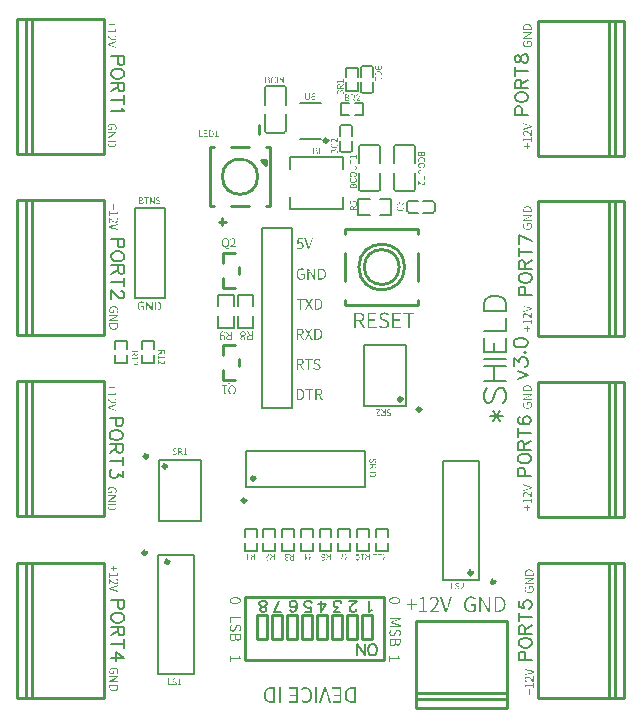
<source format=gto>
G04 Layer: TopSilkscreenLayer*
G04 EasyEDA v6.5.38, 2023-11-28 08:19:45*
G04 5b7e501a1e2443daa6a4fc3441366d2c,52c161dc85b4440087471843f8ea1cfe,10*
G04 Gerber Generator version 0.2*
G04 Scale: 100 percent, Rotated: No, Reflected: No *
G04 Dimensions in millimeters *
G04 leading zeros omitted , absolute positions ,4 integer and 5 decimal *
%FSLAX45Y45*%
%MOMM*%

%ADD10C,0.2032*%
%ADD11C,0.1524*%
%ADD12C,0.1500*%
%ADD13C,0.2030*%
%ADD14C,0.2540*%
%ADD15C,0.3000*%
%ADD16C,0.0193*%

%LPD*%
G36*
X10403890Y9030665D02*
G01*
X10398048Y9030309D01*
X10392562Y9029242D01*
X10387533Y9027566D01*
X10382758Y9025331D01*
X10378287Y9022537D01*
X10374071Y9019286D01*
X10370007Y9015628D01*
X10366044Y9011615D01*
X10374426Y9003233D01*
X10380472Y9009380D01*
X10387126Y9014307D01*
X10394340Y9017558D01*
X10402112Y9018727D01*
X10408056Y9018219D01*
X10413187Y9016695D01*
X10417454Y9014307D01*
X10420959Y9011107D01*
X10423601Y9007195D01*
X10425531Y9002674D01*
X10426649Y8997594D01*
X10427004Y8992057D01*
X10426801Y8987790D01*
X10426141Y8983370D01*
X10425023Y8978900D01*
X10423448Y8974277D01*
X10421416Y8969552D01*
X10418927Y8964676D01*
X10415981Y8959697D01*
X10412526Y8954516D01*
X10408615Y8949232D01*
X10404144Y8943695D01*
X10393781Y8932214D01*
X10387838Y8926118D01*
X10374325Y8913418D01*
X10366806Y8906713D01*
X10366806Y8898077D01*
X10447324Y8898077D01*
X10447324Y8910523D01*
X10404856Y8910472D01*
X10393934Y8909964D01*
X10388650Y8909507D01*
X10400030Y8920530D01*
X10410240Y8931300D01*
X10419232Y8941866D01*
X10423245Y8947099D01*
X10426852Y8952280D01*
X10430103Y8957411D01*
X10432948Y8962491D01*
X10435437Y8967571D01*
X10437469Y8972600D01*
X10439095Y8977630D01*
X10440263Y8982608D01*
X10440974Y8987586D01*
X10441228Y8992565D01*
X10440924Y8998153D01*
X10440060Y9003436D01*
X10438638Y9008262D01*
X10436707Y9012732D01*
X10434218Y9016746D01*
X10431221Y9020302D01*
X10427766Y9023350D01*
X10423855Y9025940D01*
X10419486Y9027972D01*
X10414660Y9029446D01*
X10409478Y9030360D01*
G37*
G36*
X10309656Y9028125D02*
G01*
X10304221Y9025331D01*
X10298074Y9022892D01*
X10291114Y9020911D01*
X10283240Y9019235D01*
X10283240Y9009837D01*
X10306100Y9009837D01*
X10306100Y8910269D01*
X10277144Y8910269D01*
X10277144Y8898077D01*
X10346994Y8898077D01*
X10346994Y8910269D01*
X10320578Y8910269D01*
X10320578Y9028125D01*
G37*
G36*
X10456722Y9028125D02*
G01*
X10498632Y8898077D01*
X10515396Y8898077D01*
X10557052Y9028125D01*
X10542066Y9028125D01*
X10509351Y8918905D01*
X10507522Y8913317D01*
X10507014Y8913317D01*
X10503509Y8924290D01*
X10495737Y8950807D01*
X10472216Y9028125D01*
G37*
G36*
X10206532Y9008059D02*
G01*
X10206532Y8968943D01*
X10170464Y8968943D01*
X10170464Y8958021D01*
X10206532Y8958021D01*
X10206532Y8918905D01*
X10218470Y8918905D01*
X10218470Y8958021D01*
X10254538Y8958021D01*
X10254538Y8968943D01*
X10218470Y8968943D01*
X10218470Y9008059D01*
G37*
G36*
X10717326Y9031833D02*
G01*
X10711027Y9031528D01*
X10704931Y9030614D01*
X10699140Y9029192D01*
X10693603Y9027160D01*
X10688421Y9024569D01*
X10683544Y9021470D01*
X10679023Y9017863D01*
X10674858Y9013748D01*
X10671149Y9009126D01*
X10667847Y9004046D01*
X10664952Y8998508D01*
X10662564Y8992463D01*
X10660684Y8986062D01*
X10659262Y8979204D01*
X10658449Y8971889D01*
X10658144Y8964269D01*
X10658398Y8956548D01*
X10659262Y8949232D01*
X10660583Y8942374D01*
X10662462Y8935923D01*
X10664748Y8929928D01*
X10667542Y8924442D01*
X10670794Y8919362D01*
X10674451Y8914790D01*
X10678464Y8910675D01*
X10682884Y8907119D01*
X10687659Y8904071D01*
X10692739Y8901531D01*
X10698175Y8899550D01*
X10703864Y8898077D01*
X10709859Y8897213D01*
X10716056Y8896959D01*
X10722457Y8897213D01*
X10728502Y8898026D01*
X10734141Y8899347D01*
X10739424Y8901074D01*
X10744250Y8903258D01*
X10748619Y8905849D01*
X10752531Y8908745D01*
X10755934Y8911945D01*
X10755934Y8965793D01*
X10714024Y8965793D01*
X10714024Y8953601D01*
X10742218Y8953601D01*
X10742218Y8918041D01*
X10737494Y8914587D01*
X10731601Y8912047D01*
X10724845Y8910421D01*
X10717580Y8909913D01*
X10710773Y8910320D01*
X10704525Y8911590D01*
X10698784Y8913723D01*
X10693603Y8916619D01*
X10688980Y8920276D01*
X10684916Y8924645D01*
X10681462Y8929725D01*
X10678566Y8935516D01*
X10676331Y8941917D01*
X10674705Y8948978D01*
X10673689Y8956598D01*
X10673384Y8964777D01*
X10673740Y8972804D01*
X10674807Y8980271D01*
X10676483Y8987231D01*
X10678871Y8993479D01*
X10681817Y8999169D01*
X10685373Y9004147D01*
X10689488Y9008465D01*
X10694162Y9012021D01*
X10699292Y9014866D01*
X10704931Y9016949D01*
X10711027Y9018168D01*
X10717580Y9018625D01*
X10726826Y9017660D01*
X10734497Y9015069D01*
X10740898Y9011107D01*
X10746282Y9006179D01*
X10754410Y9015831D01*
X10751413Y9018676D01*
X10748010Y9021521D01*
X10744098Y9024213D01*
X10739780Y9026652D01*
X10734903Y9028734D01*
X10729569Y9030360D01*
X10723727Y9031427D01*
G37*
G36*
X10787430Y9029293D02*
G01*
X10787430Y8899245D01*
X10801400Y8899245D01*
X10801350Y8975648D01*
X10800537Y8995562D01*
X10799622Y9010243D01*
X10800384Y9010243D01*
X10814608Y8983573D01*
X10863630Y8899245D01*
X10878870Y8899245D01*
X10878870Y9029293D01*
X10864900Y9029293D01*
X10864951Y8953906D01*
X10865764Y8933535D01*
X10866678Y8918549D01*
X10865916Y8918549D01*
X10851946Y8945219D01*
X10802670Y9029293D01*
G37*
G36*
X10915192Y9029293D02*
G01*
X10915192Y9017355D01*
X10945926Y9017355D01*
X10951616Y9017101D01*
X10957001Y9016441D01*
X10961928Y9015323D01*
X10966551Y9013799D01*
X10970768Y9011818D01*
X10974628Y9009481D01*
X10978134Y9006687D01*
X10981232Y9003538D01*
X10983976Y8999982D01*
X10986363Y8996019D01*
X10988344Y8991701D01*
X10990021Y8987028D01*
X10991291Y8981948D01*
X10992205Y8976563D01*
X10992713Y8970822D01*
X10992916Y8964777D01*
X10992713Y8958681D01*
X10992205Y8952890D01*
X10991291Y8947454D01*
X10990021Y8942374D01*
X10988344Y8937650D01*
X10986363Y8933230D01*
X10983976Y8929217D01*
X10981232Y8925610D01*
X10978134Y8922359D01*
X10974628Y8919514D01*
X10970768Y8917076D01*
X10966551Y8915095D01*
X10961928Y8913469D01*
X10957001Y8912352D01*
X10951616Y8911640D01*
X10945926Y8911437D01*
X10929924Y8911437D01*
X10929924Y9017355D01*
X10915192Y9017355D01*
X10915192Y8899245D01*
X10947704Y8899245D01*
X10954867Y8899499D01*
X10961573Y8900363D01*
X10967872Y8901785D01*
X10973714Y8903716D01*
X10979099Y8906205D01*
X10984026Y8909151D01*
X10988548Y8912656D01*
X10992561Y8916670D01*
X10996117Y8921140D01*
X10999216Y8926068D01*
X11001857Y8931452D01*
X11004042Y8937244D01*
X11005718Y8943543D01*
X11006937Y8950198D01*
X11007648Y8957259D01*
X11007902Y8964777D01*
X11007648Y8972194D01*
X11006937Y8979255D01*
X11005718Y8985910D01*
X11004042Y8992108D01*
X11001857Y8997848D01*
X10999216Y9003131D01*
X10996066Y9007957D01*
X10992510Y9012326D01*
X10988446Y9016238D01*
X10983925Y9019641D01*
X10978946Y9022537D01*
X10973511Y9024924D01*
X10967618Y9026804D01*
X10961268Y9028176D01*
X10954461Y9028988D01*
X10947196Y9029293D01*
G37*
G36*
X9249359Y12064034D02*
G01*
X9246565Y12020854D01*
X9252153Y12017298D01*
X9255963Y12019686D01*
X9259620Y12021413D01*
X9263481Y12022480D01*
X9267901Y12022886D01*
X9276130Y12021413D01*
X9282379Y12017095D01*
X9286341Y12010237D01*
X9287713Y12001042D01*
X9286087Y11991441D01*
X9281718Y11984278D01*
X9275267Y11979757D01*
X9267393Y11978182D01*
X9259824Y11978995D01*
X9253626Y11981281D01*
X9248546Y11984583D01*
X9244279Y11988596D01*
X9238945Y11981738D01*
X9244177Y11977217D01*
X9250629Y11973204D01*
X9258604Y11970359D01*
X9268409Y11969292D01*
X9274048Y11969800D01*
X9279534Y11971426D01*
X9284563Y11974017D01*
X9289084Y11977624D01*
X9292894Y11982145D01*
X9295841Y11987631D01*
X9297720Y11993930D01*
X9298381Y12001042D01*
X9297822Y12008205D01*
X9296146Y12014403D01*
X9293555Y12019534D01*
X9290100Y12023750D01*
X9285986Y12026950D01*
X9281210Y12029236D01*
X9276029Y12030557D01*
X9270441Y12031014D01*
X9266326Y12030710D01*
X9262618Y12029948D01*
X9259214Y12028627D01*
X9255963Y12026950D01*
X9258503Y12055144D01*
X9293809Y12055144D01*
X9293809Y12064034D01*
G37*
G36*
X9305493Y12064034D02*
G01*
X9335211Y11971070D01*
X9347149Y11971070D01*
X9376867Y12064034D01*
X9366199Y12064034D01*
X9341561Y11981992D01*
X9341053Y11981992D01*
X9336430Y11997232D01*
X9332163Y12012726D01*
X9316415Y12064034D01*
G37*
G36*
X9238945Y10789005D02*
G01*
X9238945Y10780369D01*
X9261043Y10780369D01*
X9266428Y10780115D01*
X9271355Y10779252D01*
X9275775Y10777880D01*
X9279737Y10775950D01*
X9283192Y10773511D01*
X9286138Y10770565D01*
X9288678Y10767110D01*
X9290710Y10763148D01*
X9292285Y10758728D01*
X9293402Y10753852D01*
X9294114Y10748568D01*
X9294317Y10742777D01*
X9294114Y10737088D01*
X9293402Y10731754D01*
X9292285Y10726877D01*
X9290710Y10722406D01*
X9288678Y10718393D01*
X9286138Y10714888D01*
X9283192Y10711840D01*
X9279737Y10709300D01*
X9275775Y10707319D01*
X9271355Y10705896D01*
X9266428Y10704982D01*
X9261043Y10704677D01*
X9249613Y10704677D01*
X9249613Y10780369D01*
X9238945Y10780369D01*
X9238945Y10696041D01*
X9262313Y10696041D01*
X9269018Y10696397D01*
X9275216Y10697514D01*
X9280804Y10699292D01*
X9285884Y10701731D01*
X9290354Y10704830D01*
X9294266Y10708589D01*
X9297568Y10712907D01*
X9300311Y10717784D01*
X9302445Y10723270D01*
X9304020Y10729264D01*
X9304934Y10735767D01*
X9305239Y10742777D01*
X9304934Y10749838D01*
X9304020Y10756341D01*
X9302445Y10762335D01*
X9300311Y10767771D01*
X9297568Y10772597D01*
X9294215Y10776864D01*
X9290253Y10780522D01*
X9285732Y10783519D01*
X9280601Y10785906D01*
X9274911Y10787634D01*
X9268663Y10788650D01*
X9261805Y10789005D01*
G37*
G36*
X9313367Y10789005D02*
G01*
X9313367Y10780115D01*
X9341815Y10780115D01*
X9341815Y10696041D01*
X9352483Y10696041D01*
X9352483Y10780115D01*
X9380931Y10780115D01*
X9380931Y10789005D01*
G37*
G36*
X9397949Y10789005D02*
G01*
X9397949Y10780369D01*
X9424619Y10780369D01*
X9434576Y10779455D01*
X9441789Y10776508D01*
X9446209Y10771174D01*
X9447733Y10763097D01*
X9446209Y10755122D01*
X9441789Y10749381D01*
X9434576Y10745978D01*
X9424619Y10744809D01*
X9408363Y10744809D01*
X9408363Y10780369D01*
X9397949Y10780369D01*
X9397949Y10696041D01*
X9408363Y10696041D01*
X9408363Y10736173D01*
X9425635Y10736173D01*
X9449003Y10696041D01*
X9460687Y10696041D01*
X9436811Y10737189D01*
X9441535Y10738612D01*
X9445752Y10740491D01*
X9449460Y10742930D01*
X9452559Y10745876D01*
X9455048Y10749330D01*
X9456877Y10753394D01*
X9457994Y10757966D01*
X9458401Y10763097D01*
X9457791Y10769701D01*
X9456064Y10775188D01*
X9453219Y10779658D01*
X9449460Y10783214D01*
X9444786Y10785856D01*
X9439351Y10787634D01*
X9433153Y10788700D01*
X9426397Y10789005D01*
G37*
G36*
X8674354Y8855506D02*
G01*
X8674354Y8803690D01*
X8683244Y8803690D01*
X8683244Y8844838D01*
X8767318Y8844838D01*
X8767318Y8855506D01*
G37*
G36*
X8686546Y8797340D02*
G01*
X8680704Y8790736D01*
X8676335Y8783116D01*
X8673541Y8774582D01*
X8672576Y8765082D01*
X8673084Y8758224D01*
X8674608Y8752078D01*
X8677046Y8746744D01*
X8680246Y8742222D01*
X8684107Y8738666D01*
X8688527Y8736025D01*
X8693454Y8734399D01*
X8698738Y8733840D01*
X8707882Y8735364D01*
X8714689Y8739530D01*
X8719769Y8745626D01*
X8723630Y8753144D01*
X8729218Y8766606D01*
X8731707Y8772042D01*
X8734958Y8777020D01*
X8739378Y8780678D01*
X8745474Y8782100D01*
X8751316Y8780830D01*
X8755837Y8777122D01*
X8758682Y8771432D01*
X8759698Y8764066D01*
X8759037Y8757767D01*
X8757259Y8752128D01*
X8754465Y8747099D01*
X8750808Y8742476D01*
X8757666Y8736888D01*
X8762187Y8742273D01*
X8765743Y8748674D01*
X8768029Y8756040D01*
X8768842Y8764066D01*
X8768384Y8770061D01*
X8767013Y8775547D01*
X8764879Y8780424D01*
X8762034Y8784640D01*
X8758478Y8788044D01*
X8754364Y8790635D01*
X8749741Y8792260D01*
X8744712Y8792768D01*
X8735872Y8791041D01*
X8729268Y8786520D01*
X8724493Y8780373D01*
X8721090Y8773718D01*
X8715248Y8760256D01*
X8712200Y8754059D01*
X8708796Y8749080D01*
X8704275Y8745728D01*
X8697976Y8744508D01*
X8691422Y8745931D01*
X8686342Y8749944D01*
X8683091Y8756294D01*
X8681974Y8764828D01*
X8682786Y8772144D01*
X8685123Y8779052D01*
X8688832Y8785402D01*
X8693658Y8790990D01*
G37*
G36*
X8674354Y8715298D02*
G01*
X8674354Y8704630D01*
X8758936Y8704630D01*
X8758936Y8689898D01*
X8758072Y8679942D01*
X8755380Y8672779D01*
X8750554Y8668512D01*
X8743442Y8667038D01*
X8736736Y8668359D01*
X8731707Y8672474D01*
X8728557Y8679688D01*
X8727440Y8690406D01*
X8727440Y8704630D01*
X8719312Y8704630D01*
X8719312Y8687866D01*
X8719058Y8681923D01*
X8718245Y8676690D01*
X8716924Y8672169D01*
X8715044Y8668410D01*
X8712657Y8665413D01*
X8709660Y8663228D01*
X8706154Y8661908D01*
X8702040Y8661450D01*
X8697417Y8661908D01*
X8693454Y8663279D01*
X8690102Y8665464D01*
X8687409Y8668512D01*
X8685377Y8672271D01*
X8683904Y8676792D01*
X8683040Y8682024D01*
X8682736Y8687866D01*
X8682736Y8704630D01*
X8674354Y8704630D01*
X8674354Y8686342D01*
X8674760Y8678875D01*
X8676081Y8672068D01*
X8678214Y8666022D01*
X8681161Y8660892D01*
X8685022Y8656726D01*
X8689695Y8653627D01*
X8695182Y8651697D01*
X8701532Y8651036D01*
X8710066Y8652459D01*
X8716619Y8656421D01*
X8721191Y8662517D01*
X8723884Y8670340D01*
X8724392Y8670340D01*
X8727541Y8664448D01*
X8732113Y8660180D01*
X8737904Y8657539D01*
X8744458Y8656624D01*
X8750096Y8657234D01*
X8754872Y8658910D01*
X8758834Y8661654D01*
X8761984Y8665362D01*
X8764371Y8669985D01*
X8766048Y8675420D01*
X8767013Y8681567D01*
X8767318Y8688374D01*
X8767318Y8715298D01*
G37*
G36*
X10026396Y8851341D02*
G01*
X10026396Y8841689D01*
X10079990Y8841689D01*
X10086492Y8841841D01*
X10107168Y8842959D01*
X10107168Y8842705D01*
X10035794Y8817051D01*
X10035794Y8809685D01*
X10085832Y8791651D01*
X10107168Y8784285D01*
X10107168Y8783523D01*
X10093553Y8784437D01*
X10079990Y8784793D01*
X10026396Y8784793D01*
X10026396Y8775141D01*
X10119360Y8775141D01*
X10119360Y8788095D01*
X10068560Y8806383D01*
X10048748Y8812733D01*
X10048748Y8813241D01*
X10068560Y8820099D01*
X10119360Y8838387D01*
X10119360Y8851341D01*
G37*
G36*
X10038588Y8756091D02*
G01*
X10032746Y8749487D01*
X10028377Y8741867D01*
X10025583Y8733282D01*
X10024618Y8723833D01*
X10025126Y8716924D01*
X10026650Y8710777D01*
X10029088Y8705443D01*
X10032238Y8700973D01*
X10036149Y8697366D01*
X10040569Y8694775D01*
X10045496Y8693150D01*
X10050780Y8692591D01*
X10059924Y8694115D01*
X10066731Y8698230D01*
X10071811Y8704376D01*
X10075672Y8711895D01*
X10081260Y8725357D01*
X10083749Y8730792D01*
X10087000Y8735771D01*
X10091420Y8739428D01*
X10097516Y8740851D01*
X10103358Y8739530D01*
X10107879Y8735822D01*
X10110724Y8730132D01*
X10111740Y8722817D01*
X10111079Y8716518D01*
X10109301Y8710879D01*
X10106456Y8705799D01*
X10102850Y8701227D01*
X10109708Y8695639D01*
X10114229Y8700973D01*
X10117785Y8707424D01*
X10120071Y8714740D01*
X10120884Y8722817D01*
X10120426Y8728760D01*
X10119055Y8734247D01*
X10116921Y8739124D01*
X10114026Y8743340D01*
X10110520Y8746794D01*
X10106406Y8749334D01*
X10101783Y8750960D01*
X10096754Y8751519D01*
X10087914Y8749741D01*
X10081310Y8745220D01*
X10076535Y8739073D01*
X10073132Y8732469D01*
X10067290Y8719007D01*
X10064242Y8712809D01*
X10060838Y8707780D01*
X10056317Y8704478D01*
X10050018Y8703259D01*
X10043414Y8704630D01*
X10038384Y8708644D01*
X10035133Y8715044D01*
X10034016Y8723579D01*
X10034828Y8730894D01*
X10037165Y8737803D01*
X10040874Y8744153D01*
X10045700Y8749741D01*
G37*
G36*
X10026396Y8674049D02*
G01*
X10026396Y8663381D01*
X10110978Y8663381D01*
X10110978Y8648649D01*
X10110114Y8638641D01*
X10107422Y8631478D01*
X10102596Y8627211D01*
X10095484Y8625789D01*
X10088778Y8627059D01*
X10083749Y8631174D01*
X10080599Y8638438D01*
X10079482Y8649157D01*
X10079482Y8663381D01*
X10071354Y8663381D01*
X10071354Y8646617D01*
X10071100Y8640673D01*
X10070287Y8635390D01*
X10068966Y8630869D01*
X10067086Y8627110D01*
X10064699Y8624112D01*
X10061702Y8621979D01*
X10058146Y8620658D01*
X10054082Y8620201D01*
X10049459Y8620658D01*
X10045496Y8621979D01*
X10042144Y8624214D01*
X10039451Y8627211D01*
X10037419Y8631021D01*
X10035946Y8635542D01*
X10035082Y8640724D01*
X10034778Y8646617D01*
X10034778Y8663381D01*
X10026396Y8663381D01*
X10026396Y8645093D01*
X10026802Y8637574D01*
X10028123Y8630767D01*
X10030256Y8624773D01*
X10033203Y8619642D01*
X10037064Y8615476D01*
X10041686Y8612378D01*
X10047224Y8610447D01*
X10053574Y8609787D01*
X10062108Y8611209D01*
X10068661Y8615172D01*
X10073233Y8621268D01*
X10075926Y8629091D01*
X10076434Y8629091D01*
X10079583Y8623198D01*
X10084155Y8618880D01*
X10089946Y8616238D01*
X10096500Y8615375D01*
X10102138Y8615934D01*
X10106914Y8617661D01*
X10110876Y8620404D01*
X10114026Y8624112D01*
X10116413Y8628684D01*
X10118090Y8634120D01*
X10119055Y8640267D01*
X10119360Y8647125D01*
X10119360Y8674049D01*
G37*
G36*
X8720328Y9025382D02*
G01*
X8712606Y9025128D01*
X8705545Y9024467D01*
X8699144Y9023350D01*
X8693404Y9021826D01*
X8688374Y9019895D01*
X8683955Y9017609D01*
X8680246Y9014917D01*
X8677198Y9011920D01*
X8674862Y9008567D01*
X8673185Y9004858D01*
X8672169Y9000896D01*
X8671814Y8996680D01*
X8680196Y8996680D01*
X8680805Y9000693D01*
X8682583Y9004300D01*
X8685682Y9007449D01*
X8689949Y9010142D01*
X8695588Y9012275D01*
X8702497Y9013901D01*
X8710726Y9014866D01*
X8720328Y9015222D01*
X8729827Y9014866D01*
X8737955Y9013901D01*
X8744712Y9012275D01*
X8750198Y9010142D01*
X8754414Y9007449D01*
X8757361Y9004300D01*
X8759139Y9000693D01*
X8759698Y8996680D01*
X8759139Y8992768D01*
X8757361Y8989212D01*
X8754414Y8986062D01*
X8750198Y8983421D01*
X8744712Y8981287D01*
X8737955Y8979712D01*
X8729827Y8978696D01*
X8720328Y8978392D01*
X8710726Y8978696D01*
X8702497Y8979712D01*
X8695588Y8981287D01*
X8689949Y8983421D01*
X8685682Y8986062D01*
X8682583Y8989212D01*
X8680805Y8992768D01*
X8680196Y8996680D01*
X8671814Y8996680D01*
X8672169Y8992463D01*
X8673185Y8988602D01*
X8674862Y8984996D01*
X8677198Y8981694D01*
X8680246Y8978696D01*
X8683955Y8976106D01*
X8688374Y8973820D01*
X8693404Y8971940D01*
X8699144Y8970467D01*
X8705545Y8969349D01*
X8712606Y8968689D01*
X8720328Y8968486D01*
X8728049Y8968689D01*
X8735060Y8969349D01*
X8741410Y8970467D01*
X8747048Y8971940D01*
X8752027Y8973820D01*
X8756294Y8976106D01*
X8759901Y8978696D01*
X8762847Y8981694D01*
X8765133Y8984996D01*
X8766759Y8988602D01*
X8767775Y8992463D01*
X8768080Y8996680D01*
X8767775Y9000896D01*
X8766759Y9004858D01*
X8765133Y9008567D01*
X8762847Y9011920D01*
X8759901Y9014917D01*
X8756294Y9017609D01*
X8752027Y9019895D01*
X8747048Y9021826D01*
X8741410Y9023350D01*
X8735060Y9024467D01*
X8728049Y9025128D01*
G37*
G36*
X8671763Y8529320D02*
G01*
X8671763Y8479282D01*
X8680399Y8479282D01*
X8680399Y8498078D01*
X8764727Y8498078D01*
X8764727Y8505952D01*
X8762746Y8509762D01*
X8761069Y8514080D01*
X8759596Y8519058D01*
X8758377Y8524748D01*
X8751519Y8524748D01*
X8751519Y8508238D01*
X8680399Y8508238D01*
X8680399Y8529320D01*
G37*
G36*
X9314027Y8264652D02*
G01*
X9307931Y8264347D01*
X9302191Y8263381D01*
X9296806Y8261858D01*
X9291726Y8259775D01*
X9287002Y8257133D01*
X9282531Y8253933D01*
X9278315Y8250275D01*
X9274403Y8246109D01*
X9282785Y8236712D01*
X9289338Y8243112D01*
X9296552Y8247837D01*
X9304528Y8250732D01*
X9313519Y8251698D01*
X9319717Y8251240D01*
X9325508Y8249970D01*
X9330842Y8247888D01*
X9335719Y8244992D01*
X9340088Y8241334D01*
X9343948Y8236915D01*
X9347301Y8231835D01*
X9350095Y8226094D01*
X9352280Y8219643D01*
X9353854Y8212632D01*
X9354820Y8205012D01*
X9355175Y8196834D01*
X9354820Y8188807D01*
X9353804Y8181289D01*
X9352178Y8174380D01*
X9349892Y8168081D01*
X9347047Y8162442D01*
X9343593Y8157413D01*
X9339681Y8153146D01*
X9335211Y8149539D01*
X9330334Y8146745D01*
X9324949Y8144662D01*
X9319158Y8143392D01*
X9313011Y8142986D01*
X9304883Y8143849D01*
X9297720Y8146338D01*
X9291370Y8150250D01*
X9285833Y8155431D01*
X9277705Y8145780D01*
X9280702Y8142782D01*
X9284106Y8139836D01*
X9287967Y8137144D01*
X9292234Y8134756D01*
X9296857Y8132673D01*
X9301886Y8131149D01*
X9307271Y8130133D01*
X9313011Y8129778D01*
X9319107Y8130082D01*
X9324949Y8130946D01*
X9330537Y8132419D01*
X9335871Y8134451D01*
X9340900Y8136991D01*
X9345625Y8140090D01*
X9349943Y8143697D01*
X9353956Y8147862D01*
X9357563Y8152434D01*
X9360763Y8157565D01*
X9363557Y8163102D01*
X9365894Y8169097D01*
X9367723Y8175548D01*
X9369044Y8182406D01*
X9369856Y8189671D01*
X9370161Y8197342D01*
X9369856Y8205063D01*
X9369044Y8212328D01*
X9367723Y8219186D01*
X9365945Y8225637D01*
X9363659Y8231631D01*
X9360916Y8237169D01*
X9357766Y8242249D01*
X9354210Y8246821D01*
X9350248Y8250885D01*
X9345980Y8254492D01*
X9341358Y8257540D01*
X9336379Y8260080D01*
X9331198Y8262061D01*
X9325711Y8263483D01*
X9319971Y8264347D01*
G37*
G36*
X9707219Y8262366D02*
G01*
X9700006Y8262061D01*
X9693249Y8261248D01*
X9686899Y8259825D01*
X9681057Y8257895D01*
X9675622Y8255406D01*
X9670694Y8252409D01*
X9666173Y8248903D01*
X9662109Y8244941D01*
X9658553Y8240471D01*
X9655454Y8235543D01*
X9652812Y8230158D01*
X9650628Y8224316D01*
X9648952Y8218068D01*
X9647732Y8211413D01*
X9647021Y8204301D01*
X9646767Y8196834D01*
X9662007Y8196834D01*
X9662160Y8202930D01*
X9662718Y8208670D01*
X9663633Y8214106D01*
X9664852Y8219186D01*
X9666478Y8223961D01*
X9668510Y8228330D01*
X9670846Y8232343D01*
X9673539Y8236000D01*
X9676638Y8239201D01*
X9680092Y8242046D01*
X9683953Y8244484D01*
X9688169Y8246516D01*
X9692741Y8248091D01*
X9697669Y8249259D01*
X9703003Y8249920D01*
X9708743Y8250174D01*
X9724745Y8250174D01*
X9724745Y8144256D01*
X9708743Y8144256D01*
X9703003Y8144459D01*
X9697669Y8145170D01*
X9692741Y8146237D01*
X9688169Y8147812D01*
X9683953Y8149742D01*
X9680092Y8152130D01*
X9676638Y8154873D01*
X9673539Y8158073D01*
X9670846Y8161629D01*
X9668510Y8165592D01*
X9666478Y8169909D01*
X9664852Y8174583D01*
X9663633Y8179612D01*
X9662718Y8184997D01*
X9662160Y8190738D01*
X9662007Y8196834D01*
X9646767Y8196834D01*
X9647021Y8189366D01*
X9647732Y8182305D01*
X9648952Y8175701D01*
X9650628Y8169503D01*
X9652812Y8163763D01*
X9655454Y8158429D01*
X9658604Y8153603D01*
X9662210Y8149234D01*
X9666274Y8145373D01*
X9670796Y8141970D01*
X9675825Y8139023D01*
X9681260Y8136636D01*
X9687204Y8134756D01*
X9693605Y8133435D01*
X9700412Y8132572D01*
X9707727Y8132318D01*
X9739731Y8132318D01*
X9739731Y8262366D01*
G37*
G36*
X9542119Y8262366D02*
G01*
X9542119Y8249920D01*
X9603333Y8249920D01*
X9603333Y8199881D01*
X9553549Y8199881D01*
X9553549Y8187436D01*
X9603333Y8187436D01*
X9603333Y8144764D01*
X9544151Y8144764D01*
X9544151Y8132318D01*
X9618319Y8132318D01*
X9618319Y8262366D01*
G37*
G36*
X9473539Y8262366D02*
G01*
X9431883Y8132318D01*
X9446869Y8132318D01*
X9479584Y8241538D01*
X9481413Y8247125D01*
X9481921Y8247125D01*
X9485426Y8236153D01*
X9493199Y8209635D01*
X9516719Y8132318D01*
X9532213Y8132318D01*
X9490303Y8262366D01*
G37*
G36*
X9398863Y8262366D02*
G01*
X9398863Y8132318D01*
X9413595Y8132318D01*
X9413595Y8262366D01*
G37*
G36*
X9173819Y8262366D02*
G01*
X9173819Y8249920D01*
X9235033Y8249920D01*
X9235033Y8199881D01*
X9184995Y8199881D01*
X9184995Y8187436D01*
X9235033Y8187436D01*
X9235033Y8144764D01*
X9175597Y8144764D01*
X9175597Y8132318D01*
X9249765Y8132318D01*
X9249765Y8262366D01*
G37*
G36*
X9091523Y8262366D02*
G01*
X9091523Y8132318D01*
X9106255Y8132318D01*
X9106255Y8262366D01*
G37*
G36*
X9022689Y8262366D02*
G01*
X9015526Y8262061D01*
X9008770Y8261248D01*
X9002522Y8259825D01*
X8996680Y8257895D01*
X8991295Y8255406D01*
X8986316Y8252409D01*
X8981846Y8248903D01*
X8977833Y8244941D01*
X8974277Y8240471D01*
X8971127Y8235543D01*
X8968536Y8230158D01*
X8966352Y8224316D01*
X8964676Y8218068D01*
X8963456Y8211413D01*
X8962745Y8204301D01*
X8962491Y8196834D01*
X8977477Y8196834D01*
X8977630Y8202930D01*
X8978188Y8208670D01*
X8979103Y8214106D01*
X8980373Y8219186D01*
X8982049Y8223961D01*
X8984030Y8228330D01*
X8986418Y8232343D01*
X8989161Y8236000D01*
X8992260Y8239201D01*
X8995765Y8242046D01*
X8999626Y8244484D01*
X9003842Y8246516D01*
X9008414Y8248091D01*
X9013393Y8249259D01*
X9018727Y8249920D01*
X9024467Y8250174D01*
X9040469Y8250174D01*
X9040469Y8144256D01*
X9024467Y8144256D01*
X9018727Y8144459D01*
X9013393Y8145170D01*
X9008414Y8146237D01*
X9003842Y8147812D01*
X8999626Y8149742D01*
X8995765Y8152130D01*
X8992260Y8154873D01*
X8989161Y8158073D01*
X8986418Y8161629D01*
X8984030Y8165592D01*
X8982049Y8169909D01*
X8980373Y8174583D01*
X8979103Y8179612D01*
X8978188Y8184997D01*
X8977630Y8190738D01*
X8977477Y8196834D01*
X8962491Y8196834D01*
X8962745Y8189366D01*
X8963456Y8182305D01*
X8964676Y8175701D01*
X8966352Y8169503D01*
X8968536Y8163763D01*
X8971178Y8158429D01*
X8974277Y8153603D01*
X8977884Y8149234D01*
X8981948Y8145373D01*
X8986469Y8141970D01*
X8991447Y8139023D01*
X8996883Y8136636D01*
X9002776Y8134756D01*
X9009126Y8133435D01*
X9015933Y8132572D01*
X9023197Y8132318D01*
X9055201Y8132318D01*
X9055201Y8262366D01*
G37*
G36*
X9412681Y11045647D02*
G01*
X9406737Y11045190D01*
X9401251Y11043818D01*
X9396374Y11041684D01*
X9392158Y11038840D01*
X9388703Y11035284D01*
X9386163Y11031169D01*
X9384538Y11026546D01*
X9383979Y11021517D01*
X9385757Y11012678D01*
X9390278Y11006074D01*
X9396425Y11001298D01*
X9403029Y10997895D01*
X9416491Y10992053D01*
X9422688Y10989056D01*
X9427718Y10985601D01*
X9431020Y10981080D01*
X9432239Y10974781D01*
X9430867Y10968228D01*
X9426854Y10963148D01*
X9420453Y10959896D01*
X9411919Y10958779D01*
X9404604Y10959592D01*
X9397695Y10961928D01*
X9391345Y10965637D01*
X9385757Y10970463D01*
X9379407Y10963351D01*
X9386011Y10957509D01*
X9393631Y10953140D01*
X9402216Y10950346D01*
X9411665Y10949381D01*
X9418574Y10949889D01*
X9424720Y10951413D01*
X9430054Y10953851D01*
X9434525Y10957052D01*
X9438132Y10960912D01*
X9440722Y10965332D01*
X9442348Y10970260D01*
X9442907Y10975543D01*
X9441383Y10984687D01*
X9437268Y10991494D01*
X9431121Y10996574D01*
X9423603Y11000435D01*
X9410141Y11006023D01*
X9404705Y11008512D01*
X9399727Y11011763D01*
X9396069Y11016183D01*
X9394647Y11022279D01*
X9395968Y11028121D01*
X9399676Y11032642D01*
X9405366Y11035487D01*
X9412681Y11036503D01*
X9418980Y11035842D01*
X9424619Y11034064D01*
X9429699Y11031270D01*
X9434271Y11027613D01*
X9439859Y11034471D01*
X9434525Y11038992D01*
X9428073Y11042548D01*
X9420758Y11044834D01*
G37*
G36*
X9238945Y11044123D02*
G01*
X9238945Y11035487D01*
X9265615Y11035487D01*
X9275572Y11034572D01*
X9282938Y11031626D01*
X9287459Y11026292D01*
X9288983Y11018215D01*
X9287459Y11010188D01*
X9282938Y11004499D01*
X9275572Y11001095D01*
X9265615Y10999927D01*
X9249613Y10999927D01*
X9249613Y11035487D01*
X9238945Y11035487D01*
X9238945Y10951159D01*
X9249613Y10951159D01*
X9249613Y10991291D01*
X9266885Y10991291D01*
X9289999Y10951159D01*
X9301937Y10951159D01*
X9278061Y10992307D01*
X9282734Y10993678D01*
X9286900Y10995609D01*
X9290608Y10998047D01*
X9293707Y11000994D01*
X9296247Y11004448D01*
X9298127Y11008512D01*
X9299244Y11013084D01*
X9299651Y11018215D01*
X9299041Y11024819D01*
X9297314Y11030305D01*
X9294469Y11034776D01*
X9290659Y11038332D01*
X9285986Y11040973D01*
X9280499Y11042751D01*
X9274251Y11043767D01*
X9267393Y11044123D01*
G37*
G36*
X9307779Y11044123D02*
G01*
X9307779Y11035233D01*
X9336227Y11035233D01*
X9336227Y10951159D01*
X9346895Y10951159D01*
X9346895Y11035233D01*
X9375343Y11035233D01*
X9375343Y11044123D01*
G37*
G36*
X9280855Y11808917D02*
G01*
X9274911Y11808561D01*
X9269272Y11807444D01*
X9264040Y11805615D01*
X9259163Y11803126D01*
X9254744Y11799976D01*
X9250781Y11796166D01*
X9247327Y11791696D01*
X9244380Y11786666D01*
X9242094Y11781078D01*
X9240367Y11774881D01*
X9239300Y11768175D01*
X9238945Y11760911D01*
X9239300Y11753596D01*
X9240316Y11746839D01*
X9241993Y11740642D01*
X9244279Y11734952D01*
X9247124Y11729923D01*
X9250527Y11725452D01*
X9254388Y11721642D01*
X9258757Y11718442D01*
X9263583Y11715953D01*
X9268815Y11714124D01*
X9274403Y11713006D01*
X9280347Y11712651D01*
X9289084Y11713464D01*
X9296857Y11715750D01*
X9303512Y11719204D01*
X9308795Y11723573D01*
X9308795Y11761927D01*
X9278569Y11761927D01*
X9278569Y11753291D01*
X9298889Y11753291D01*
X9298889Y11727891D01*
X9295536Y11725503D01*
X9291269Y11723624D01*
X9286443Y11722455D01*
X9281363Y11722049D01*
X9274149Y11722760D01*
X9267850Y11724792D01*
X9262414Y11728043D01*
X9257893Y11732564D01*
X9254286Y11738203D01*
X9251746Y11744858D01*
X9250172Y11752580D01*
X9249613Y11761165D01*
X9250172Y11769699D01*
X9251848Y11777268D01*
X9254490Y11783872D01*
X9258147Y11789410D01*
X9262719Y11793880D01*
X9268155Y11797080D01*
X9274403Y11799112D01*
X9281363Y11799773D01*
X9287967Y11799062D01*
X9293453Y11797131D01*
X9297924Y11794286D01*
X9301683Y11790883D01*
X9307525Y11797741D01*
X9302953Y11801754D01*
X9297060Y11805310D01*
X9289745Y11807901D01*
G37*
G36*
X9331147Y11807393D02*
G01*
X9331147Y11714429D01*
X9341053Y11714429D01*
X9340951Y11772696D01*
X9339783Y11793677D01*
X9340545Y11793677D01*
X9350451Y11774627D01*
X9385503Y11714429D01*
X9396425Y11714429D01*
X9396425Y11807393D01*
X9386519Y11807393D01*
X9386519Y11757101D01*
X9386976Y11742521D01*
X9387789Y11728145D01*
X9387281Y11728145D01*
X9377121Y11747195D01*
X9342069Y11807393D01*
G37*
G36*
X9422333Y11807393D02*
G01*
X9422333Y11798757D01*
X9444431Y11798757D01*
X9449816Y11798452D01*
X9454743Y11797639D01*
X9459163Y11796268D01*
X9463125Y11794337D01*
X9466580Y11791848D01*
X9469526Y11788902D01*
X9472066Y11785447D01*
X9474098Y11781536D01*
X9475673Y11777116D01*
X9476790Y11772239D01*
X9477502Y11766905D01*
X9477705Y11761165D01*
X9477502Y11755475D01*
X9476790Y11750141D01*
X9475673Y11745264D01*
X9474098Y11740794D01*
X9472066Y11736781D01*
X9469526Y11733276D01*
X9466580Y11730228D01*
X9463125Y11727688D01*
X9459163Y11725706D01*
X9454743Y11724233D01*
X9449816Y11723370D01*
X9444431Y11723065D01*
X9433001Y11723065D01*
X9433001Y11798757D01*
X9422333Y11798757D01*
X9422333Y11714429D01*
X9445701Y11714429D01*
X9452457Y11714784D01*
X9458655Y11715902D01*
X9464294Y11717680D01*
X9469374Y11720118D01*
X9473844Y11723217D01*
X9477756Y11726926D01*
X9481058Y11731294D01*
X9483750Y11736171D01*
X9485884Y11741658D01*
X9487408Y11747652D01*
X9488322Y11754154D01*
X9488627Y11761165D01*
X9488322Y11768226D01*
X9487408Y11774728D01*
X9485884Y11780723D01*
X9483750Y11786158D01*
X9481007Y11790984D01*
X9477654Y11795252D01*
X9473742Y11798858D01*
X9469221Y11801906D01*
X9464090Y11804294D01*
X9458401Y11806021D01*
X9452102Y11807037D01*
X9445193Y11807393D01*
G37*
G36*
X9238945Y11552275D02*
G01*
X9238945Y11543385D01*
X9267139Y11543385D01*
X9267139Y11459311D01*
X9277807Y11459311D01*
X9277807Y11543385D01*
X9306255Y11543385D01*
X9306255Y11552275D01*
G37*
G36*
X9311589Y11552275D02*
G01*
X9336989Y11507317D01*
X9309811Y11459311D01*
X9320733Y11459311D01*
X9336735Y11488724D01*
X9342577Y11500205D01*
X9343085Y11500205D01*
X9365437Y11459311D01*
X9376867Y11459311D01*
X9349689Y11506809D01*
X9375089Y11552275D01*
X9364167Y11552275D01*
X9349333Y11524589D01*
X9344355Y11514175D01*
X9343847Y11514175D01*
X9323273Y11552275D01*
G37*
G36*
X9392107Y11552275D02*
G01*
X9392107Y11543639D01*
X9413951Y11543639D01*
X9419336Y11543385D01*
X9424263Y11542522D01*
X9428734Y11541150D01*
X9432696Y11539220D01*
X9436150Y11536781D01*
X9439198Y11533835D01*
X9441738Y11530380D01*
X9443821Y11526418D01*
X9445396Y11521998D01*
X9446564Y11517122D01*
X9447225Y11511838D01*
X9447479Y11506047D01*
X9447225Y11500358D01*
X9446564Y11495024D01*
X9445396Y11490147D01*
X9443821Y11485676D01*
X9441738Y11481663D01*
X9439198Y11478158D01*
X9436150Y11475110D01*
X9432696Y11472570D01*
X9428734Y11470589D01*
X9424263Y11469166D01*
X9419336Y11468252D01*
X9413951Y11467947D01*
X9402521Y11467947D01*
X9402521Y11543639D01*
X9392107Y11543639D01*
X9392107Y11459311D01*
X9415221Y11459311D01*
X9421977Y11459718D01*
X9428226Y11460784D01*
X9433864Y11462562D01*
X9438944Y11465001D01*
X9443466Y11468100D01*
X9447377Y11471859D01*
X9450730Y11476177D01*
X9453473Y11481054D01*
X9455607Y11486540D01*
X9457131Y11492534D01*
X9458096Y11499088D01*
X9458401Y11506047D01*
X9458096Y11513108D01*
X9457131Y11519611D01*
X9455607Y11525605D01*
X9453473Y11531041D01*
X9450679Y11535867D01*
X9447326Y11540134D01*
X9443415Y11543792D01*
X9438843Y11546789D01*
X9433763Y11549176D01*
X9428073Y11550904D01*
X9421774Y11551920D01*
X9414967Y11552275D01*
G37*
G36*
X9238945Y11298986D02*
G01*
X9238945Y11290350D01*
X9265615Y11290350D01*
X9275572Y11289436D01*
X9282938Y11286439D01*
X9287459Y11281105D01*
X9288983Y11273078D01*
X9287459Y11265052D01*
X9282938Y11259362D01*
X9275572Y11255908D01*
X9265615Y11254790D01*
X9249613Y11254790D01*
X9249613Y11290350D01*
X9238945Y11290350D01*
X9238945Y11206022D01*
X9249613Y11206022D01*
X9249613Y11246154D01*
X9266885Y11246154D01*
X9289999Y11206022D01*
X9301937Y11206022D01*
X9278061Y11247170D01*
X9282734Y11248542D01*
X9286900Y11250472D01*
X9290608Y11252860D01*
X9293707Y11255806D01*
X9296247Y11259312D01*
X9298127Y11263325D01*
X9299244Y11267897D01*
X9299651Y11273078D01*
X9299041Y11279632D01*
X9297314Y11285169D01*
X9294469Y11289639D01*
X9290659Y11293144D01*
X9285986Y11295786D01*
X9280499Y11297615D01*
X9274251Y11298631D01*
X9267393Y11298986D01*
G37*
G36*
X9309049Y11298986D02*
G01*
X9334449Y11254028D01*
X9307271Y11206022D01*
X9318447Y11206022D01*
X9334195Y11235385D01*
X9340037Y11246916D01*
X9340545Y11246916D01*
X9362897Y11206022D01*
X9374327Y11206022D01*
X9347149Y11253520D01*
X9372549Y11298986D01*
X9361627Y11298986D01*
X9346793Y11271250D01*
X9341815Y11260886D01*
X9341307Y11260886D01*
X9337548Y11268100D01*
X9333941Y11274348D01*
X9320733Y11298986D01*
G37*
G36*
X9389567Y11298986D02*
G01*
X9389567Y11290350D01*
X9411411Y11290350D01*
X9416846Y11290046D01*
X9421774Y11289233D01*
X9426194Y11287810D01*
X9430156Y11285880D01*
X9433661Y11283442D01*
X9436658Y11280495D01*
X9439198Y11277041D01*
X9441281Y11273078D01*
X9442907Y11268710D01*
X9444024Y11263833D01*
X9444736Y11258499D01*
X9444939Y11252758D01*
X9444736Y11247018D01*
X9444024Y11241735D01*
X9442907Y11236807D01*
X9441281Y11232388D01*
X9439198Y11228374D01*
X9436658Y11224818D01*
X9433661Y11221821D01*
X9430156Y11219281D01*
X9426194Y11217249D01*
X9421774Y11215827D01*
X9416846Y11214963D01*
X9411411Y11214658D01*
X9399981Y11214658D01*
X9399981Y11290350D01*
X9389567Y11290350D01*
X9389567Y11206022D01*
X9412681Y11206022D01*
X9419437Y11206378D01*
X9425686Y11207445D01*
X9431324Y11209223D01*
X9436404Y11211712D01*
X9440926Y11214811D01*
X9444837Y11218519D01*
X9448190Y11222837D01*
X9450933Y11227765D01*
X9453067Y11233200D01*
X9454642Y11239246D01*
X9455556Y11245748D01*
X9455861Y11252758D01*
X9455556Y11259769D01*
X9454642Y11266322D01*
X9453067Y11272266D01*
X9450933Y11277701D01*
X9448190Y11282578D01*
X9444837Y11286794D01*
X9440875Y11290452D01*
X9436354Y11293500D01*
X9431223Y11295837D01*
X9425533Y11297564D01*
X9419285Y11298631D01*
X9412427Y11298986D01*
G37*
G36*
X7676591Y13034619D02*
G01*
X7668006Y13034010D01*
X7660436Y13032181D01*
X7653832Y13029234D01*
X7648346Y13025323D01*
X7644028Y13020497D01*
X7640828Y13014807D01*
X7638897Y13008406D01*
X7638237Y13001345D01*
X7638897Y12994335D01*
X7640624Y12988137D01*
X7643266Y12982905D01*
X7646619Y12978739D01*
X7677607Y12978739D01*
X7677607Y13002615D01*
X7670495Y13002615D01*
X7670495Y12986613D01*
X7650175Y12986613D01*
X7648295Y12989306D01*
X7646822Y12992658D01*
X7645908Y12996468D01*
X7645603Y13000583D01*
X7646162Y13006374D01*
X7647787Y13011404D01*
X7650378Y13015772D01*
X7653985Y13019379D01*
X7658506Y13022224D01*
X7663840Y13024307D01*
X7669987Y13025577D01*
X7676845Y13025983D01*
X7683652Y13025526D01*
X7689748Y13024205D01*
X7695031Y13022021D01*
X7699502Y13019125D01*
X7703058Y13015417D01*
X7705699Y13011099D01*
X7707274Y13006120D01*
X7707833Y13000583D01*
X7707274Y12995351D01*
X7705699Y12991033D01*
X7703464Y12987426D01*
X7700721Y12984327D01*
X7706055Y12979501D01*
X7709306Y12983260D01*
X7712252Y12987985D01*
X7714386Y12993827D01*
X7715199Y13000837D01*
X7714894Y13005612D01*
X7713980Y13010134D01*
X7712506Y13014401D01*
X7710525Y13018312D01*
X7707934Y13021868D01*
X7704836Y13025069D01*
X7701280Y13027863D01*
X7697216Y13030200D01*
X7692694Y13032079D01*
X7687767Y13033502D01*
X7682382Y13034314D01*
G37*
G36*
X7639507Y12960705D02*
G01*
X7639507Y12952831D01*
X7685989Y12952933D01*
X7702753Y12953847D01*
X7702753Y12953339D01*
X7687513Y12945211D01*
X7639507Y12917271D01*
X7639507Y12908381D01*
X7713929Y12908381D01*
X7713929Y12916509D01*
X7667752Y12916408D01*
X7650429Y12915493D01*
X7650429Y12916001D01*
X7665669Y12923875D01*
X7713929Y12952069D01*
X7713929Y12960705D01*
G37*
G36*
X7639507Y12887807D02*
G01*
X7639507Y12879425D01*
X7706817Y12879425D01*
X7706817Y12870281D01*
X7706309Y12863880D01*
X7704836Y12858394D01*
X7702346Y12853720D01*
X7698994Y12849961D01*
X7694726Y12847066D01*
X7689545Y12844983D01*
X7683601Y12843764D01*
X7676845Y12843357D01*
X7670139Y12843764D01*
X7664145Y12844983D01*
X7658963Y12847066D01*
X7654544Y12849961D01*
X7651038Y12853720D01*
X7648498Y12858394D01*
X7646924Y12863880D01*
X7646365Y12870281D01*
X7646365Y12879425D01*
X7639507Y12879425D01*
X7639507Y12869265D01*
X7639812Y12863830D01*
X7640675Y12858851D01*
X7642047Y12854330D01*
X7643977Y12850266D01*
X7646466Y12846659D01*
X7649413Y12843510D01*
X7652867Y12840868D01*
X7656779Y12838684D01*
X7661148Y12836956D01*
X7665974Y12835737D01*
X7671206Y12834975D01*
X7676845Y12834721D01*
X7682484Y12834975D01*
X7687716Y12835737D01*
X7692491Y12836956D01*
X7696860Y12838684D01*
X7700721Y12840868D01*
X7704175Y12843560D01*
X7707071Y12846710D01*
X7709509Y12850368D01*
X7711440Y12854432D01*
X7712811Y12859004D01*
X7713675Y12864033D01*
X7713929Y12869519D01*
X7713929Y12887807D01*
G37*
G36*
X7673086Y13896594D02*
G01*
X7673086Y13875766D01*
X7650734Y13875766D01*
X7650734Y13869162D01*
X7673086Y13869162D01*
X7673086Y13848334D01*
X7679436Y13848334D01*
X7679436Y13869162D01*
X7701534Y13869162D01*
X7701534Y13875766D01*
X7679436Y13875766D01*
X7679436Y13896594D01*
G37*
G36*
X7638796Y13835634D02*
G01*
X7638796Y13795501D01*
X7645653Y13795501D01*
X7645653Y13810742D01*
X7713218Y13810742D01*
X7713218Y13816838D01*
X7711592Y13819987D01*
X7710220Y13823492D01*
X7709052Y13827506D01*
X7708138Y13832078D01*
X7702803Y13832078D01*
X7702803Y13818869D01*
X7645653Y13818869D01*
X7645653Y13835634D01*
G37*
G36*
X7703566Y13784834D02*
G01*
X7698994Y13779754D01*
X7702397Y13776451D01*
X7705242Y13772642D01*
X7707172Y13768476D01*
X7707884Y13764006D01*
X7706715Y13757706D01*
X7703464Y13753287D01*
X7698536Y13750645D01*
X7692390Y13749782D01*
X7687411Y13750290D01*
X7682230Y13751813D01*
X7676794Y13754404D01*
X7671003Y13758113D01*
X7664856Y13762888D01*
X7658303Y13768832D01*
X7651343Y13775994D01*
X7643875Y13784326D01*
X7638796Y13784326D01*
X7638796Y13738098D01*
X7645908Y13738098D01*
X7645857Y13762431D01*
X7645400Y13771626D01*
X7651699Y13765174D01*
X7657846Y13759332D01*
X7663891Y13754201D01*
X7669784Y13749883D01*
X7675575Y13746378D01*
X7681315Y13743787D01*
X7687005Y13742212D01*
X7692644Y13741654D01*
X7697368Y13742009D01*
X7701635Y13743127D01*
X7705344Y13744905D01*
X7708493Y13747343D01*
X7711084Y13750442D01*
X7712913Y13754100D01*
X7714081Y13758265D01*
X7714488Y13762990D01*
X7713725Y13769492D01*
X7711490Y13775131D01*
X7708036Y13780160D01*
G37*
G36*
X7713218Y13732763D02*
G01*
X7638796Y13708888D01*
X7638796Y13699236D01*
X7713218Y13675613D01*
X7713218Y13683996D01*
X7647431Y13703807D01*
X7647431Y13704062D01*
X7659776Y13707922D01*
X7672070Y13711428D01*
X7713218Y13723874D01*
G37*
G36*
X7688122Y12351562D02*
G01*
X7688122Y12330734D01*
X7665720Y12330734D01*
X7665720Y12324130D01*
X7688122Y12324130D01*
X7688122Y12303302D01*
X7694472Y12303302D01*
X7694472Y12324130D01*
X7716520Y12324130D01*
X7716520Y12330734D01*
X7694472Y12330734D01*
X7694472Y12351562D01*
G37*
G36*
X7653781Y12290602D02*
G01*
X7653781Y12250470D01*
X7660640Y12250470D01*
X7660640Y12265710D01*
X7728203Y12265710D01*
X7728203Y12271806D01*
X7726629Y12274956D01*
X7725206Y12278461D01*
X7724038Y12282474D01*
X7723124Y12287046D01*
X7717790Y12287046D01*
X7717790Y12273838D01*
X7660640Y12273838D01*
X7660640Y12290602D01*
G37*
G36*
X7718552Y12239802D02*
G01*
X7713980Y12234722D01*
X7717434Y12231420D01*
X7720279Y12227610D01*
X7722158Y12223445D01*
X7722870Y12218974D01*
X7721701Y12212675D01*
X7718501Y12208256D01*
X7713573Y12205614D01*
X7707375Y12204750D01*
X7702448Y12205258D01*
X7697266Y12206782D01*
X7691780Y12209373D01*
X7685989Y12213082D01*
X7679842Y12217857D01*
X7673340Y12223800D01*
X7666329Y12230963D01*
X7658862Y12239294D01*
X7653781Y12239294D01*
X7653781Y12193066D01*
X7660894Y12193066D01*
X7660843Y12217400D01*
X7660386Y12226594D01*
X7666685Y12220143D01*
X7672831Y12214301D01*
X7678877Y12209170D01*
X7684770Y12204852D01*
X7690612Y12201347D01*
X7696352Y12198756D01*
X7701991Y12197181D01*
X7707630Y12196622D01*
X7712354Y12196978D01*
X7716621Y12198096D01*
X7720380Y12199874D01*
X7723530Y12202363D01*
X7726070Y12205411D01*
X7727950Y12209068D01*
X7729118Y12213234D01*
X7729474Y12217958D01*
X7728712Y12224461D01*
X7726527Y12230100D01*
X7723073Y12235129D01*
G37*
G36*
X7728203Y12187732D02*
G01*
X7653781Y12163856D01*
X7653781Y12154204D01*
X7728203Y12130582D01*
X7728203Y12138964D01*
X7662418Y12158776D01*
X7662418Y12159030D01*
X7674762Y12162891D01*
X7687056Y12166396D01*
X7728203Y12178842D01*
G37*
G36*
X7691577Y11489588D02*
G01*
X7683042Y11488978D01*
X7675422Y11487150D01*
X7668869Y11484203D01*
X7663383Y11480292D01*
X7659014Y11475466D01*
X7655864Y11469776D01*
X7653883Y11463375D01*
X7653274Y11456314D01*
X7653883Y11449304D01*
X7655610Y11443106D01*
X7658303Y11437874D01*
X7661656Y11433708D01*
X7692593Y11433708D01*
X7692593Y11457584D01*
X7685481Y11457584D01*
X7685481Y11441582D01*
X7665212Y11441582D01*
X7663281Y11444274D01*
X7661859Y11447627D01*
X7660944Y11451437D01*
X7660640Y11455552D01*
X7661148Y11461343D01*
X7662773Y11466372D01*
X7665415Y11470741D01*
X7668971Y11474348D01*
X7673492Y11477193D01*
X7678826Y11479276D01*
X7684973Y11480546D01*
X7691831Y11480952D01*
X7698638Y11480495D01*
X7704734Y11479174D01*
X7710017Y11476990D01*
X7714488Y11474094D01*
X7718044Y11470386D01*
X7720685Y11466068D01*
X7722311Y11461089D01*
X7722819Y11455552D01*
X7722260Y11450370D01*
X7720736Y11446002D01*
X7718450Y11442395D01*
X7715758Y11439296D01*
X7721092Y11434470D01*
X7724343Y11438229D01*
X7727238Y11442954D01*
X7729372Y11448796D01*
X7730185Y11455806D01*
X7729880Y11460581D01*
X7729016Y11465102D01*
X7727543Y11469370D01*
X7725511Y11473281D01*
X7722920Y11476837D01*
X7719872Y11480038D01*
X7716266Y11482832D01*
X7712202Y11485168D01*
X7707680Y11487048D01*
X7702753Y11488470D01*
X7697368Y11489283D01*
G37*
G36*
X7654493Y11415674D02*
G01*
X7654493Y11407800D01*
X7700975Y11407902D01*
X7717790Y11408816D01*
X7717790Y11408308D01*
X7702499Y11400180D01*
X7654493Y11372240D01*
X7654493Y11363350D01*
X7728915Y11363350D01*
X7728915Y11371478D01*
X7682788Y11371376D01*
X7665415Y11370462D01*
X7665415Y11370970D01*
X7680706Y11378844D01*
X7728915Y11407038D01*
X7728915Y11415674D01*
G37*
G36*
X7654493Y11342776D02*
G01*
X7654493Y11334394D01*
X7721803Y11334394D01*
X7721803Y11325250D01*
X7721295Y11318849D01*
X7719822Y11313312D01*
X7717383Y11308689D01*
X7713980Y11304930D01*
X7709712Y11302034D01*
X7704581Y11299952D01*
X7698638Y11298732D01*
X7691831Y11298326D01*
X7685125Y11298732D01*
X7679181Y11299952D01*
X7673949Y11302034D01*
X7669580Y11304930D01*
X7666075Y11308689D01*
X7663484Y11313312D01*
X7661909Y11318849D01*
X7661351Y11325250D01*
X7661351Y11334394D01*
X7654493Y11334394D01*
X7654493Y11324234D01*
X7654798Y11318798D01*
X7655661Y11313820D01*
X7657084Y11309299D01*
X7659014Y11305235D01*
X7661452Y11301628D01*
X7664399Y11298478D01*
X7667853Y11295837D01*
X7671765Y11293652D01*
X7676184Y11291925D01*
X7680959Y11290706D01*
X7686192Y11289944D01*
X7691831Y11289690D01*
X7697470Y11289944D01*
X7702702Y11290706D01*
X7707528Y11291925D01*
X7711846Y11293652D01*
X7715758Y11295837D01*
X7719161Y11298529D01*
X7722108Y11301679D01*
X7724495Y11305336D01*
X7726425Y11309400D01*
X7727797Y11313972D01*
X7728661Y11319002D01*
X7728915Y11324488D01*
X7728915Y11342776D01*
G37*
G36*
X7673086Y10821568D02*
G01*
X7673086Y10800740D01*
X7650734Y10800740D01*
X7650734Y10794136D01*
X7673086Y10794136D01*
X7673086Y10773308D01*
X7679436Y10773308D01*
X7679436Y10794136D01*
X7701534Y10794136D01*
X7701534Y10800740D01*
X7679436Y10800740D01*
X7679436Y10821568D01*
G37*
G36*
X7638796Y10760608D02*
G01*
X7638796Y10720476D01*
X7645653Y10720476D01*
X7645653Y10735716D01*
X7713218Y10735716D01*
X7713218Y10741863D01*
X7711592Y10745012D01*
X7710220Y10748518D01*
X7709052Y10752480D01*
X7708138Y10757052D01*
X7702803Y10757052D01*
X7702803Y10743844D01*
X7645653Y10743844D01*
X7645653Y10760608D01*
G37*
G36*
X7703566Y10709808D02*
G01*
X7698994Y10704779D01*
X7702448Y10701426D01*
X7705242Y10697616D01*
X7707172Y10693450D01*
X7707884Y10688980D01*
X7706715Y10682681D01*
X7703464Y10678261D01*
X7698587Y10675620D01*
X7692390Y10674756D01*
X7687462Y10675264D01*
X7682230Y10676839D01*
X7676794Y10679430D01*
X7671003Y10683087D01*
X7664856Y10687913D01*
X7658353Y10693857D01*
X7651343Y10700969D01*
X7643875Y10709300D01*
X7638796Y10709300D01*
X7638796Y10663072D01*
X7645908Y10663072D01*
X7645857Y10687405D01*
X7645400Y10696600D01*
X7651699Y10690148D01*
X7657846Y10684357D01*
X7663891Y10679226D01*
X7669784Y10674858D01*
X7675625Y10671403D01*
X7681366Y10668812D01*
X7687005Y10667187D01*
X7692644Y10666679D01*
X7697368Y10667034D01*
X7701635Y10668152D01*
X7705394Y10669930D01*
X7708544Y10672368D01*
X7711084Y10675416D01*
X7712964Y10679074D01*
X7714081Y10683290D01*
X7714488Y10687964D01*
X7713725Y10694517D01*
X7711490Y10700156D01*
X7708087Y10705185D01*
G37*
G36*
X7713218Y10657789D02*
G01*
X7638796Y10633913D01*
X7638796Y10624210D01*
X7713218Y10600639D01*
X7713218Y10609021D01*
X7647431Y10628782D01*
X7647431Y10629036D01*
X7659776Y10632948D01*
X7672070Y10636402D01*
X7713218Y10648848D01*
G37*
G36*
X7676591Y9959594D02*
G01*
X7668056Y9958984D01*
X7660436Y9957155D01*
X7653883Y9954260D01*
X7648397Y9950297D01*
X7644028Y9945471D01*
X7640878Y9939782D01*
X7638897Y9933381D01*
X7638237Y9926370D01*
X7638897Y9919309D01*
X7640624Y9913162D01*
X7643317Y9907930D01*
X7646619Y9903764D01*
X7677607Y9903764D01*
X7677607Y9927640D01*
X7670495Y9927640D01*
X7670495Y9911638D01*
X7650225Y9911638D01*
X7648295Y9914280D01*
X7646873Y9917633D01*
X7645958Y9921494D01*
X7645603Y9925608D01*
X7646162Y9931349D01*
X7647787Y9936429D01*
X7650429Y9940747D01*
X7653985Y9944404D01*
X7658506Y9947249D01*
X7663840Y9949281D01*
X7669987Y9950551D01*
X7676845Y9951008D01*
X7683652Y9950551D01*
X7689748Y9949180D01*
X7695031Y9947046D01*
X7699502Y9944100D01*
X7703058Y9940442D01*
X7705699Y9936073D01*
X7707325Y9931146D01*
X7707833Y9925608D01*
X7707274Y9920376D01*
X7705750Y9916058D01*
X7703464Y9912400D01*
X7700721Y9909352D01*
X7706055Y9904526D01*
X7709306Y9908235D01*
X7712252Y9912959D01*
X7714386Y9918852D01*
X7715199Y9925862D01*
X7714894Y9930638D01*
X7714030Y9935159D01*
X7712557Y9939375D01*
X7710525Y9943287D01*
X7707934Y9946843D01*
X7704886Y9950043D01*
X7701280Y9952837D01*
X7697216Y9955225D01*
X7692694Y9957104D01*
X7687767Y9958476D01*
X7682382Y9959340D01*
G37*
G36*
X7639507Y9885730D02*
G01*
X7639507Y9877806D01*
X7685989Y9877907D01*
X7702753Y9878872D01*
X7702753Y9878364D01*
X7687513Y9870236D01*
X7639507Y9842296D01*
X7639507Y9833356D01*
X7713929Y9833356D01*
X7713929Y9841534D01*
X7667752Y9841433D01*
X7650429Y9840518D01*
X7650429Y9841026D01*
X7665669Y9848900D01*
X7713929Y9877044D01*
X7713929Y9885730D01*
G37*
G36*
X7639507Y9812832D02*
G01*
X7639507Y9804450D01*
X7706817Y9804450D01*
X7706817Y9795256D01*
X7706309Y9788855D01*
X7704836Y9783368D01*
X7702397Y9778746D01*
X7698994Y9774986D01*
X7694726Y9772040D01*
X7689596Y9770008D01*
X7683601Y9768789D01*
X7676845Y9768382D01*
X7670139Y9768789D01*
X7664196Y9770008D01*
X7658963Y9772040D01*
X7654594Y9774986D01*
X7651089Y9778746D01*
X7648498Y9783368D01*
X7646924Y9788855D01*
X7646365Y9795256D01*
X7646365Y9804450D01*
X7639507Y9804450D01*
X7639507Y9794290D01*
X7639812Y9788855D01*
X7640675Y9783876D01*
X7642047Y9779355D01*
X7644028Y9775291D01*
X7646466Y9771684D01*
X7649413Y9768535D01*
X7652867Y9765842D01*
X7656779Y9763658D01*
X7661198Y9761931D01*
X7665974Y9760712D01*
X7671206Y9760000D01*
X7676845Y9759746D01*
X7682484Y9760000D01*
X7687716Y9760712D01*
X7692542Y9761931D01*
X7696860Y9763658D01*
X7700772Y9765893D01*
X7704175Y9768535D01*
X7707122Y9771735D01*
X7709509Y9775342D01*
X7711440Y9779457D01*
X7712811Y9784029D01*
X7713675Y9789058D01*
X7713929Y9794494D01*
X7713929Y9812832D01*
G37*
G36*
X7688072Y9291574D02*
G01*
X7688072Y9270746D01*
X7665720Y9270746D01*
X7665720Y9264142D01*
X7688072Y9264142D01*
X7688072Y9243314D01*
X7694422Y9243314D01*
X7694422Y9264142D01*
X7716520Y9264142D01*
X7716520Y9270746D01*
X7694422Y9270746D01*
X7694422Y9291574D01*
G37*
G36*
X7653832Y9230614D02*
G01*
X7653832Y9190482D01*
X7660640Y9190482D01*
X7660640Y9205722D01*
X7728203Y9205722D01*
X7728203Y9211818D01*
X7726629Y9215018D01*
X7725206Y9218523D01*
X7724038Y9222486D01*
X7723124Y9227058D01*
X7717790Y9227058D01*
X7717790Y9213850D01*
X7660640Y9213850D01*
X7660640Y9230614D01*
G37*
G36*
X7718552Y9179814D02*
G01*
X7713980Y9174734D01*
X7717434Y9171432D01*
X7720279Y9167622D01*
X7722158Y9163456D01*
X7722870Y9158986D01*
X7721701Y9152686D01*
X7718501Y9148267D01*
X7713573Y9145625D01*
X7707375Y9144762D01*
X7702448Y9145270D01*
X7697266Y9146794D01*
X7691780Y9149384D01*
X7685989Y9153093D01*
X7679842Y9157919D01*
X7673340Y9163862D01*
X7666329Y9170974D01*
X7658862Y9179306D01*
X7653832Y9179306D01*
X7653832Y9133078D01*
X7660894Y9133078D01*
X7660843Y9157411D01*
X7660386Y9166606D01*
X7666685Y9160154D01*
X7672882Y9154312D01*
X7678877Y9149232D01*
X7684770Y9144863D01*
X7690612Y9141358D01*
X7696352Y9138818D01*
X7701991Y9137192D01*
X7707630Y9136634D01*
X7712354Y9137040D01*
X7716621Y9138107D01*
X7720380Y9139936D01*
X7723530Y9142374D01*
X7726070Y9145422D01*
X7727950Y9149080D01*
X7729118Y9153296D01*
X7729474Y9157970D01*
X7728712Y9164523D01*
X7726527Y9170162D01*
X7723073Y9175191D01*
G37*
G36*
X7728203Y9127744D02*
G01*
X7653832Y9103868D01*
X7653832Y9094216D01*
X7728203Y9070594D01*
X7728203Y9078976D01*
X7662418Y9098788D01*
X7662418Y9099042D01*
X7674762Y9102953D01*
X7687056Y9106408D01*
X7728203Y9118854D01*
G37*
G36*
X7691577Y8429599D02*
G01*
X7683042Y8428990D01*
X7675422Y8427161D01*
X7668869Y8424265D01*
X7663383Y8420303D01*
X7659014Y8415477D01*
X7655864Y8409787D01*
X7653883Y8403386D01*
X7653274Y8396325D01*
X7653883Y8389315D01*
X7655610Y8383168D01*
X7658303Y8377936D01*
X7661656Y8373770D01*
X7692593Y8373770D01*
X7692593Y8397646D01*
X7685531Y8397646D01*
X7685531Y8381644D01*
X7665161Y8381644D01*
X7663281Y8384286D01*
X7661859Y8387638D01*
X7660944Y8391448D01*
X7660640Y8395563D01*
X7661148Y8401354D01*
X7662773Y8406434D01*
X7665415Y8410752D01*
X7668971Y8414410D01*
X7673492Y8417255D01*
X7678826Y8419287D01*
X7684973Y8420557D01*
X7691881Y8420963D01*
X7698638Y8420506D01*
X7704734Y8419185D01*
X7710017Y8417052D01*
X7714488Y8414105D01*
X7718044Y8410448D01*
X7720685Y8406079D01*
X7722311Y8401151D01*
X7722870Y8395563D01*
X7722260Y8390382D01*
X7720736Y8386013D01*
X7718450Y8382406D01*
X7715707Y8379358D01*
X7721041Y8374532D01*
X7724292Y8378240D01*
X7727238Y8382965D01*
X7729372Y8388807D01*
X7730236Y8395868D01*
X7729931Y8400592D01*
X7729016Y8405114D01*
X7727543Y8409381D01*
X7725511Y8413292D01*
X7722920Y8416848D01*
X7719872Y8420049D01*
X7716266Y8422843D01*
X7712202Y8425230D01*
X7707731Y8427110D01*
X7702753Y8428482D01*
X7697368Y8429345D01*
G37*
G36*
X7654493Y8355736D02*
G01*
X7654493Y8347862D01*
X7700975Y8347913D01*
X7717790Y8348878D01*
X7717790Y8348370D01*
X7702550Y8340191D01*
X7654493Y8312302D01*
X7654493Y8303412D01*
X7728966Y8303412D01*
X7728966Y8311540D01*
X7682738Y8311438D01*
X7665466Y8310524D01*
X7665466Y8311032D01*
X7680706Y8318906D01*
X7728966Y8347049D01*
X7728966Y8355736D01*
G37*
G36*
X7654493Y8282787D02*
G01*
X7654493Y8274456D01*
X7721853Y8274456D01*
X7721853Y8265312D01*
X7721346Y8258860D01*
X7719822Y8253374D01*
X7717383Y8248751D01*
X7713980Y8244992D01*
X7709712Y8242046D01*
X7704581Y8240014D01*
X7698638Y8238794D01*
X7691881Y8238337D01*
X7685176Y8238794D01*
X7679181Y8240014D01*
X7673949Y8242046D01*
X7669580Y8244992D01*
X7666075Y8248751D01*
X7663484Y8253374D01*
X7661909Y8258860D01*
X7661402Y8265312D01*
X7661402Y8274456D01*
X7654493Y8274456D01*
X7654493Y8264296D01*
X7654798Y8258860D01*
X7655661Y8253882D01*
X7657084Y8249361D01*
X7659014Y8245246D01*
X7661452Y8241639D01*
X7664399Y8238540D01*
X7667853Y8235848D01*
X7671765Y8233664D01*
X7676184Y8231936D01*
X7680959Y8230717D01*
X7686192Y8229955D01*
X7691881Y8229752D01*
X7697520Y8229955D01*
X7702702Y8230717D01*
X7707528Y8231936D01*
X7711846Y8233664D01*
X7715758Y8235848D01*
X7719161Y8238540D01*
X7722108Y8241690D01*
X7724546Y8245348D01*
X7726425Y8249462D01*
X7727797Y8253984D01*
X7728661Y8259013D01*
X7728966Y8264499D01*
X7728966Y8282787D01*
G37*
G36*
X11156746Y13039293D02*
G01*
X11156746Y13030911D01*
X11222532Y13011099D01*
X11222532Y13010845D01*
X11210239Y13006984D01*
X11197894Y13003530D01*
X11156746Y12991033D01*
X11156746Y12982143D01*
X11231168Y13006019D01*
X11231168Y13015721D01*
G37*
G36*
X11224056Y12976860D02*
G01*
X11224107Y12952526D01*
X11224564Y12943281D01*
X11218265Y12949783D01*
X11212118Y12955574D01*
X11206073Y12960705D01*
X11200180Y12965023D01*
X11194389Y12968528D01*
X11188649Y12971119D01*
X11182959Y12972745D01*
X11177320Y12973253D01*
X11172596Y12972897D01*
X11168329Y12971780D01*
X11164620Y12970002D01*
X11161471Y12967563D01*
X11158931Y12964515D01*
X11157051Y12960858D01*
X11155883Y12956641D01*
X11155476Y12951968D01*
X11156238Y12945414D01*
X11158474Y12939776D01*
X11161928Y12934746D01*
X11166398Y12930073D01*
X11170970Y12935153D01*
X11167567Y12938506D01*
X11164722Y12942265D01*
X11162792Y12946430D01*
X11162080Y12950901D01*
X11163249Y12957200D01*
X11166500Y12961670D01*
X11171428Y12964261D01*
X11177574Y12965125D01*
X11182553Y12964668D01*
X11187734Y12963093D01*
X11193221Y12960502D01*
X11198961Y12956844D01*
X11205108Y12952018D01*
X11211661Y12946075D01*
X11218621Y12938912D01*
X11226088Y12930581D01*
X11231168Y12930581D01*
X11231168Y12976860D01*
G37*
G36*
X11224310Y12919405D02*
G01*
X11224310Y12904165D01*
X11156746Y12904165D01*
X11156746Y12898069D01*
X11158372Y12894919D01*
X11159794Y12891414D01*
X11160912Y12887452D01*
X11161826Y12882880D01*
X11167160Y12882880D01*
X11167160Y12896037D01*
X11224310Y12896037D01*
X11224310Y12879273D01*
X11231168Y12879273D01*
X11231168Y12919405D01*
G37*
G36*
X11190528Y12866573D02*
G01*
X11190528Y12845745D01*
X11168430Y12845745D01*
X11168430Y12839141D01*
X11190528Y12839141D01*
X11190528Y12818313D01*
X11196878Y12818313D01*
X11196878Y12839141D01*
X11219230Y12839141D01*
X11219230Y12845745D01*
X11196878Y12845745D01*
X11196878Y12866573D01*
G37*
G36*
X11193119Y13880185D02*
G01*
X11187480Y13879931D01*
X11182248Y13879220D01*
X11177473Y13877950D01*
X11173104Y13876274D01*
X11169243Y13874038D01*
X11165840Y13871346D01*
X11162893Y13868196D01*
X11160455Y13864590D01*
X11158575Y13860475D01*
X11157153Y13855903D01*
X11156340Y13850874D01*
X11156035Y13845387D01*
X11156035Y13835481D01*
X11163147Y13835481D01*
X11163147Y13844625D01*
X11163655Y13851026D01*
X11165128Y13856563D01*
X11167618Y13861186D01*
X11170970Y13864945D01*
X11175288Y13867841D01*
X11180419Y13869924D01*
X11186363Y13871143D01*
X11193119Y13871549D01*
X11199825Y13871143D01*
X11205819Y13869924D01*
X11211052Y13867841D01*
X11215420Y13864945D01*
X11218926Y13861186D01*
X11221466Y13856563D01*
X11223040Y13851026D01*
X11223599Y13844625D01*
X11223599Y13835481D01*
X11156035Y13835481D01*
X11156035Y13827099D01*
X11230457Y13827099D01*
X11230457Y13845641D01*
X11230203Y13851077D01*
X11229340Y13856055D01*
X11227917Y13860576D01*
X11225987Y13864640D01*
X11223498Y13868247D01*
X11220551Y13871397D01*
X11217097Y13874089D01*
X11213185Y13876274D01*
X11208816Y13878001D01*
X11203990Y13879220D01*
X11198758Y13879931D01*
G37*
G36*
X11156035Y13806525D02*
G01*
X11156035Y13798397D01*
X11202212Y13798499D01*
X11219535Y13799413D01*
X11219535Y13798905D01*
X11204295Y13791031D01*
X11156035Y13762837D01*
X11156035Y13754201D01*
X11230457Y13754201D01*
X11230457Y13762075D01*
X11183975Y13761974D01*
X11167211Y13761059D01*
X11167211Y13761567D01*
X11182451Y13769695D01*
X11230457Y13797635D01*
X11230457Y13806525D01*
G37*
G36*
X11192357Y13736167D02*
G01*
X11192357Y13712291D01*
X11199469Y13712291D01*
X11199469Y13728293D01*
X11219789Y13728293D01*
X11221669Y13725601D01*
X11223142Y13722299D01*
X11224056Y13718438D01*
X11224361Y13714323D01*
X11223802Y13708583D01*
X11222177Y13703503D01*
X11219586Y13699134D01*
X11215979Y13695527D01*
X11211509Y13692682D01*
X11206124Y13690600D01*
X11200028Y13689380D01*
X11193119Y13688923D01*
X11186312Y13689380D01*
X11180267Y13690701D01*
X11174933Y13692886D01*
X11170462Y13695832D01*
X11166906Y13699490D01*
X11164316Y13703807D01*
X11162690Y13708786D01*
X11162131Y13714323D01*
X11162690Y13719556D01*
X11164265Y13723874D01*
X11166551Y13727531D01*
X11169243Y13730579D01*
X11163909Y13735405D01*
X11160658Y13731697D01*
X11157712Y13726922D01*
X11155578Y13721080D01*
X11154765Y13714069D01*
X11155070Y13709294D01*
X11155984Y13704773D01*
X11157458Y13700556D01*
X11159490Y13696645D01*
X11162030Y13693038D01*
X11165128Y13689838D01*
X11168684Y13687044D01*
X11172748Y13684707D01*
X11177270Y13682827D01*
X11182248Y13681456D01*
X11187582Y13680592D01*
X11193373Y13680287D01*
X11201958Y13680897D01*
X11209528Y13682726D01*
X11216132Y13685672D01*
X11221618Y13689584D01*
X11225936Y13694460D01*
X11229136Y13700150D01*
X11231067Y13706551D01*
X11231727Y13713561D01*
X11231118Y13720622D01*
X11229340Y13726769D01*
X11226698Y13732001D01*
X11223345Y13736167D01*
G37*
G36*
X11156746Y11494363D02*
G01*
X11156746Y11485930D01*
X11222532Y11466118D01*
X11222532Y11465864D01*
X11210188Y11462004D01*
X11197894Y11458498D01*
X11156746Y11446052D01*
X11156746Y11437213D01*
X11231168Y11461038D01*
X11231168Y11470690D01*
G37*
G36*
X11224056Y11431828D02*
G01*
X11224107Y11407546D01*
X11224564Y11398351D01*
X11218265Y11404803D01*
X11212118Y11410594D01*
X11206073Y11415725D01*
X11200180Y11420094D01*
X11194338Y11423548D01*
X11188649Y11426139D01*
X11182959Y11427764D01*
X11177320Y11428272D01*
X11172596Y11427917D01*
X11168329Y11426799D01*
X11164620Y11425021D01*
X11161420Y11422583D01*
X11158880Y11419535D01*
X11157051Y11415877D01*
X11155883Y11411661D01*
X11155476Y11406936D01*
X11156238Y11400434D01*
X11158474Y11394795D01*
X11161877Y11389766D01*
X11166398Y11385092D01*
X11170970Y11390172D01*
X11167516Y11393525D01*
X11164722Y11397284D01*
X11162792Y11401501D01*
X11162080Y11405971D01*
X11163249Y11412220D01*
X11166500Y11416690D01*
X11171377Y11419281D01*
X11177574Y11420144D01*
X11182502Y11419687D01*
X11187734Y11418112D01*
X11193170Y11415522D01*
X11198961Y11411864D01*
X11205108Y11407038D01*
X11211661Y11401094D01*
X11218621Y11393982D01*
X11226088Y11385651D01*
X11231168Y11385651D01*
X11231168Y11431828D01*
G37*
G36*
X11224310Y11374475D02*
G01*
X11224310Y11359235D01*
X11156746Y11359235D01*
X11156746Y11353088D01*
X11158372Y11349939D01*
X11159744Y11346434D01*
X11160912Y11342471D01*
X11161826Y11337848D01*
X11167160Y11337848D01*
X11167160Y11351056D01*
X11224310Y11351056D01*
X11224310Y11334292D01*
X11231168Y11334292D01*
X11231168Y11374475D01*
G37*
G36*
X11190528Y11321592D02*
G01*
X11190528Y11300764D01*
X11168430Y11300764D01*
X11168430Y11294160D01*
X11190528Y11294160D01*
X11190528Y11273383D01*
X11196878Y11273383D01*
X11196878Y11294160D01*
X11219230Y11294160D01*
X11219230Y11300764D01*
X11196878Y11300764D01*
X11196878Y11321592D01*
G37*
G36*
X11193119Y12335205D02*
G01*
X11187480Y12334951D01*
X11182248Y12334240D01*
X11177473Y12332970D01*
X11173104Y12331242D01*
X11169243Y12329058D01*
X11165789Y12326366D01*
X11162893Y12323216D01*
X11160455Y12319609D01*
X11158524Y12315494D01*
X11157153Y12310922D01*
X11156289Y12305893D01*
X11156035Y12300407D01*
X11156035Y12290501D01*
X11163147Y12290501D01*
X11163147Y12299645D01*
X11163655Y12306046D01*
X11165128Y12311583D01*
X11167618Y12316206D01*
X11170970Y12319965D01*
X11175238Y12322860D01*
X11180368Y12324943D01*
X11186363Y12326162D01*
X11193119Y12326569D01*
X11199825Y12326162D01*
X11205819Y12324943D01*
X11211001Y12322860D01*
X11215420Y12319965D01*
X11218926Y12316206D01*
X11221466Y12311583D01*
X11223040Y12306046D01*
X11223599Y12299645D01*
X11223599Y12290501D01*
X11156035Y12290501D01*
X11156035Y12282119D01*
X11230457Y12282119D01*
X11230457Y12300661D01*
X11230152Y12306096D01*
X11229289Y12311075D01*
X11227917Y12315596D01*
X11225936Y12319660D01*
X11223498Y12323267D01*
X11220551Y12326416D01*
X11217097Y12329058D01*
X11213185Y12331293D01*
X11208816Y12332970D01*
X11203990Y12334240D01*
X11198758Y12334951D01*
G37*
G36*
X11156035Y12261545D02*
G01*
X11156035Y12253417D01*
X11202212Y12253518D01*
X11219535Y12254433D01*
X11219535Y12253925D01*
X11204295Y12246051D01*
X11156035Y12217857D01*
X11156035Y12209221D01*
X11230457Y12209221D01*
X11230457Y12217095D01*
X11183975Y12217044D01*
X11167211Y12216079D01*
X11167211Y12216587D01*
X11182451Y12224715D01*
X11230457Y12252655D01*
X11230457Y12261545D01*
G37*
G36*
X11192357Y12191187D02*
G01*
X11192357Y12167311D01*
X11199469Y12167311D01*
X11199469Y12183313D01*
X11219789Y12183313D01*
X11221669Y12180620D01*
X11223091Y12177268D01*
X11224006Y12173458D01*
X11224361Y12169343D01*
X11223802Y12163602D01*
X11222177Y12158522D01*
X11219535Y12154154D01*
X11215979Y12150547D01*
X11211458Y12147702D01*
X11206124Y12145619D01*
X11199977Y12144349D01*
X11193119Y12143943D01*
X11186312Y12144400D01*
X11180216Y12145721D01*
X11174933Y12147905D01*
X11170462Y12150852D01*
X11166906Y12154509D01*
X11164265Y12158827D01*
X11162690Y12163806D01*
X11162131Y12169343D01*
X11162690Y12174575D01*
X11164265Y12178893D01*
X11166500Y12182551D01*
X11169243Y12185599D01*
X11163909Y12190425D01*
X11160658Y12186716D01*
X11157712Y12181941D01*
X11155578Y12176099D01*
X11154765Y12169089D01*
X11155070Y12164314D01*
X11155984Y12159792D01*
X11157458Y12155576D01*
X11159439Y12151664D01*
X11162030Y12148058D01*
X11165128Y12144857D01*
X11168684Y12142063D01*
X11172748Y12139726D01*
X11177270Y12137847D01*
X11182197Y12136475D01*
X11187582Y12135612D01*
X11193373Y12135307D01*
X11201958Y12135967D01*
X11209528Y12137796D01*
X11216081Y12140692D01*
X11221567Y12144603D01*
X11225936Y12149480D01*
X11229136Y12155119D01*
X11231067Y12161570D01*
X11231727Y12168581D01*
X11231067Y12175642D01*
X11229340Y12181789D01*
X11226698Y12187021D01*
X11223345Y12191187D01*
G37*
G36*
X11156746Y9979355D02*
G01*
X11156746Y9970973D01*
X11222532Y9951161D01*
X11222532Y9950907D01*
X11210239Y9946995D01*
X11197894Y9943541D01*
X11156746Y9931095D01*
X11156746Y9922205D01*
X11231168Y9946081D01*
X11231168Y9955733D01*
G37*
G36*
X11224056Y9916871D02*
G01*
X11224107Y9892538D01*
X11224564Y9883343D01*
X11218265Y9889794D01*
X11212118Y9895636D01*
X11206073Y9900716D01*
X11200180Y9905085D01*
X11194389Y9908590D01*
X11188649Y9911181D01*
X11182959Y9912756D01*
X11177320Y9913315D01*
X11172596Y9912908D01*
X11168329Y9911842D01*
X11164620Y9910013D01*
X11161471Y9907574D01*
X11158931Y9904526D01*
X11157051Y9900869D01*
X11155883Y9896652D01*
X11155476Y9891979D01*
X11156238Y9885426D01*
X11158474Y9879787D01*
X11161928Y9874758D01*
X11166398Y9870135D01*
X11170970Y9875215D01*
X11167567Y9878517D01*
X11164722Y9882327D01*
X11162792Y9886492D01*
X11162080Y9890963D01*
X11163249Y9897262D01*
X11166500Y9901682D01*
X11171428Y9904323D01*
X11177574Y9905187D01*
X11182553Y9904679D01*
X11187734Y9903155D01*
X11193170Y9900513D01*
X11198961Y9896856D01*
X11205108Y9892030D01*
X11211661Y9886086D01*
X11218621Y9878974D01*
X11226088Y9870643D01*
X11231168Y9870643D01*
X11231168Y9916871D01*
G37*
G36*
X11224310Y9859467D02*
G01*
X11224310Y9844227D01*
X11156746Y9844227D01*
X11156746Y9838131D01*
X11158372Y9834930D01*
X11159744Y9831425D01*
X11160912Y9827463D01*
X11161826Y9822891D01*
X11167160Y9822891D01*
X11167160Y9836099D01*
X11224310Y9836099D01*
X11224310Y9819335D01*
X11231168Y9819335D01*
X11231168Y9859467D01*
G37*
G36*
X11190528Y9806635D02*
G01*
X11190528Y9785807D01*
X11168430Y9785807D01*
X11168430Y9779203D01*
X11190528Y9779203D01*
X11190528Y9758375D01*
X11196878Y9758375D01*
X11196878Y9779203D01*
X11219230Y9779203D01*
X11219230Y9785807D01*
X11196878Y9785807D01*
X11196878Y9806635D01*
G37*
G36*
X11193119Y10820247D02*
G01*
X11187480Y10819993D01*
X11182248Y10819231D01*
X11177473Y10818012D01*
X11173104Y10816285D01*
X11169243Y10814100D01*
X11165789Y10811408D01*
X11162893Y10808258D01*
X11160455Y10804601D01*
X11158524Y10800486D01*
X11157153Y10795914D01*
X11156289Y10790885D01*
X11156035Y10785398D01*
X11156035Y10775543D01*
X11163147Y10775543D01*
X11163147Y10784636D01*
X11163655Y10791088D01*
X11165128Y10796574D01*
X11167618Y10801197D01*
X11170970Y10805007D01*
X11175288Y10807903D01*
X11180419Y10809935D01*
X11186363Y10811205D01*
X11193119Y10811611D01*
X11199825Y10811205D01*
X11205819Y10809935D01*
X11211001Y10807903D01*
X11215420Y10805007D01*
X11218926Y10801197D01*
X11221466Y10796574D01*
X11223040Y10791088D01*
X11223599Y10784636D01*
X11223599Y10775543D01*
X11156035Y10775543D01*
X11156035Y10767161D01*
X11230457Y10767161D01*
X11230457Y10785652D01*
X11230152Y10791088D01*
X11229289Y10796066D01*
X11227917Y10800588D01*
X11225987Y10804702D01*
X11223498Y10808309D01*
X11220551Y10811408D01*
X11217097Y10814100D01*
X11213185Y10816285D01*
X11208816Y10818012D01*
X11203990Y10819231D01*
X11198758Y10819993D01*
G37*
G36*
X11156035Y10746536D02*
G01*
X11156035Y10738459D01*
X11202212Y10738510D01*
X11219535Y10739475D01*
X11219535Y10738967D01*
X11204295Y10731093D01*
X11156035Y10702848D01*
X11156035Y10694263D01*
X11230457Y10694263D01*
X11230457Y10702086D01*
X11183975Y10702036D01*
X11167211Y10701070D01*
X11167211Y10701578D01*
X11182451Y10709757D01*
X11230457Y10737697D01*
X11230457Y10746536D01*
G37*
G36*
X11192357Y10676178D02*
G01*
X11192357Y10652302D01*
X11199469Y10652302D01*
X11199469Y10668304D01*
X11219789Y10668304D01*
X11221669Y10665663D01*
X11223142Y10662310D01*
X11224056Y10658449D01*
X11224361Y10654385D01*
X11223802Y10648594D01*
X11222177Y10643514D01*
X11219586Y10639196D01*
X11215979Y10635538D01*
X11211509Y10632694D01*
X11206124Y10630662D01*
X11200028Y10629392D01*
X11193119Y10628985D01*
X11186312Y10629392D01*
X11180267Y10630763D01*
X11174933Y10632897D01*
X11170462Y10635843D01*
X11166906Y10639501D01*
X11164316Y10643870D01*
X11162690Y10648797D01*
X11162131Y10654385D01*
X11162690Y10659567D01*
X11164265Y10663936D01*
X11166500Y10667542D01*
X11169243Y10670590D01*
X11163909Y10675467D01*
X11160658Y10671708D01*
X11157712Y10666984D01*
X11155578Y10661142D01*
X11154765Y10654131D01*
X11155070Y10649356D01*
X11155984Y10644835D01*
X11157458Y10640568D01*
X11159490Y10636656D01*
X11162030Y10633100D01*
X11165128Y10629900D01*
X11168684Y10627106D01*
X11172748Y10624718D01*
X11177270Y10622838D01*
X11182248Y10621467D01*
X11187582Y10620603D01*
X11193373Y10620298D01*
X11201958Y10620959D01*
X11209528Y10622788D01*
X11216132Y10625683D01*
X11221618Y10629646D01*
X11225936Y10634472D01*
X11229136Y10640161D01*
X11231067Y10646562D01*
X11231727Y10653623D01*
X11231118Y10660634D01*
X11229340Y10666780D01*
X11226698Y10672013D01*
X11223345Y10676178D01*
G37*
G36*
X11171732Y8419338D02*
G01*
X11171732Y8410956D01*
X11237569Y8391144D01*
X11237569Y8390890D01*
X11225225Y8386978D01*
X11212931Y8383524D01*
X11171732Y8371078D01*
X11171732Y8362188D01*
X11246205Y8386064D01*
X11246205Y8395665D01*
G37*
G36*
X11239093Y8356803D02*
G01*
X11239144Y8332520D01*
X11239601Y8323275D01*
X11233302Y8329777D01*
X11227104Y8335568D01*
X11221110Y8340699D01*
X11215217Y8345068D01*
X11209375Y8348522D01*
X11203635Y8351113D01*
X11197996Y8352739D01*
X11192357Y8353298D01*
X11187582Y8352891D01*
X11183366Y8351774D01*
X11179606Y8349996D01*
X11176457Y8347557D01*
X11173917Y8344509D01*
X11172037Y8340852D01*
X11170869Y8336635D01*
X11170513Y8331911D01*
X11171275Y8325408D01*
X11173460Y8319770D01*
X11176914Y8314740D01*
X11181384Y8310118D01*
X11186007Y8315198D01*
X11182553Y8318500D01*
X11179708Y8322259D01*
X11177778Y8326475D01*
X11177066Y8330895D01*
X11178286Y8337194D01*
X11181486Y8341664D01*
X11186414Y8344306D01*
X11192611Y8345170D01*
X11197539Y8344662D01*
X11202720Y8343087D01*
X11208207Y8340496D01*
X11213998Y8336838D01*
X11220145Y8332012D01*
X11226647Y8326069D01*
X11233658Y8318957D01*
X11241125Y8310575D01*
X11246205Y8310575D01*
X11246205Y8356803D01*
G37*
G36*
X11239347Y8299399D02*
G01*
X11239347Y8284209D01*
X11171732Y8284209D01*
X11171732Y8278114D01*
X11173409Y8274913D01*
X11174780Y8271408D01*
X11175949Y8267446D01*
X11176863Y8262874D01*
X11182197Y8262874D01*
X11182197Y8276081D01*
X11239347Y8276081D01*
X11239347Y8259318D01*
X11246205Y8259318D01*
X11246205Y8299399D01*
G37*
G36*
X11205514Y8246618D02*
G01*
X11205514Y8225790D01*
X11183416Y8225790D01*
X11183416Y8219186D01*
X11205514Y8219186D01*
X11205514Y8198358D01*
X11211864Y8198358D01*
X11211864Y8219186D01*
X11234216Y8219186D01*
X11234216Y8225790D01*
X11211864Y8225790D01*
X11211864Y8246618D01*
G37*
G36*
X11208156Y9260179D02*
G01*
X11202517Y9259925D01*
X11197285Y9259214D01*
X11192459Y9257995D01*
X11188141Y9256268D01*
X11184229Y9254032D01*
X11180826Y9251391D01*
X11177879Y9248190D01*
X11175492Y9244584D01*
X11173561Y9240469D01*
X11172190Y9235897D01*
X11171326Y9230868D01*
X11171072Y9225381D01*
X11171072Y9215475D01*
X11178133Y9215475D01*
X11178133Y9224619D01*
X11178641Y9231020D01*
X11180165Y9236557D01*
X11182604Y9241180D01*
X11186007Y9244939D01*
X11190274Y9247835D01*
X11195405Y9249918D01*
X11201400Y9251137D01*
X11208156Y9251543D01*
X11214862Y9251137D01*
X11220805Y9249918D01*
X11226038Y9247835D01*
X11230406Y9244939D01*
X11233912Y9241180D01*
X11236502Y9236557D01*
X11238077Y9231020D01*
X11238585Y9224619D01*
X11238585Y9215475D01*
X11171072Y9215475D01*
X11171072Y9207093D01*
X11245494Y9207093D01*
X11245494Y9225635D01*
X11245189Y9231071D01*
X11244326Y9236049D01*
X11242954Y9240570D01*
X11240973Y9244634D01*
X11238534Y9248241D01*
X11235588Y9251391D01*
X11232134Y9254083D01*
X11228222Y9256268D01*
X11223802Y9257995D01*
X11219027Y9259214D01*
X11213795Y9259925D01*
G37*
G36*
X11171072Y9186519D02*
G01*
X11171072Y9178391D01*
X11217198Y9178493D01*
X11234572Y9179407D01*
X11234572Y9178899D01*
X11219281Y9171025D01*
X11171072Y9142831D01*
X11171072Y9134195D01*
X11245494Y9134195D01*
X11245494Y9142069D01*
X11199012Y9142018D01*
X11182248Y9141053D01*
X11182248Y9141561D01*
X11197488Y9149689D01*
X11245494Y9177629D01*
X11245494Y9186519D01*
G37*
G36*
X11207394Y9116161D02*
G01*
X11207394Y9092285D01*
X11214506Y9092285D01*
X11214506Y9108287D01*
X11234775Y9108287D01*
X11236706Y9105595D01*
X11238128Y9102293D01*
X11239042Y9098432D01*
X11239398Y9094317D01*
X11238839Y9088577D01*
X11237214Y9083497D01*
X11234572Y9079128D01*
X11231016Y9075521D01*
X11226495Y9072676D01*
X11221161Y9070594D01*
X11215014Y9069374D01*
X11208156Y9068917D01*
X11201349Y9069374D01*
X11195253Y9070746D01*
X11189970Y9072880D01*
X11185499Y9075826D01*
X11181943Y9079484D01*
X11179302Y9083802D01*
X11177676Y9088780D01*
X11177168Y9094317D01*
X11177727Y9099550D01*
X11179302Y9103868D01*
X11181537Y9107525D01*
X11184229Y9110573D01*
X11178895Y9115399D01*
X11175644Y9111691D01*
X11172748Y9106916D01*
X11170615Y9101074D01*
X11169802Y9094063D01*
X11170107Y9089288D01*
X11170970Y9084767D01*
X11172444Y9080550D01*
X11174476Y9076639D01*
X11177066Y9073032D01*
X11180114Y9069832D01*
X11183721Y9067038D01*
X11187785Y9064701D01*
X11192256Y9062821D01*
X11197234Y9061450D01*
X11202619Y9060586D01*
X11208359Y9060281D01*
X11216944Y9060942D01*
X11224564Y9062720D01*
X11231118Y9065666D01*
X11236604Y9069578D01*
X11240973Y9074454D01*
X11244122Y9080144D01*
X11246053Y9086545D01*
X11246713Y9093555D01*
X11246104Y9100616D01*
X11244376Y9106763D01*
X11241684Y9111996D01*
X11238331Y9116161D01*
G37*
G36*
X10070338Y9025382D02*
G01*
X10062616Y9025128D01*
X10055555Y9024467D01*
X10049154Y9023350D01*
X10043414Y9021826D01*
X10038334Y9019895D01*
X10033965Y9017609D01*
X10030256Y9014917D01*
X10027208Y9011920D01*
X10024872Y9008567D01*
X10023144Y9004858D01*
X10022128Y9000896D01*
X10021824Y8996680D01*
X10030206Y8996680D01*
X10030815Y9000693D01*
X10032593Y9004300D01*
X10035641Y9007449D01*
X10039959Y9010142D01*
X10045598Y9012275D01*
X10052507Y9013901D01*
X10060736Y9014866D01*
X10070338Y9015222D01*
X10079837Y9014866D01*
X10087965Y9013901D01*
X10094722Y9012275D01*
X10100208Y9010142D01*
X10104424Y9007449D01*
X10107371Y9004300D01*
X10109098Y9000693D01*
X10109708Y8996680D01*
X10109098Y8992768D01*
X10107371Y8989212D01*
X10104424Y8986062D01*
X10100208Y8983421D01*
X10094722Y8981287D01*
X10087965Y8979712D01*
X10079837Y8978696D01*
X10070338Y8978392D01*
X10060736Y8978696D01*
X10052507Y8979712D01*
X10045598Y8981287D01*
X10039959Y8983421D01*
X10035641Y8986062D01*
X10032593Y8989212D01*
X10030815Y8992768D01*
X10030206Y8996680D01*
X10021824Y8996680D01*
X10022128Y8992463D01*
X10023144Y8988602D01*
X10024872Y8984996D01*
X10027208Y8981694D01*
X10030256Y8978696D01*
X10033965Y8976106D01*
X10038334Y8973820D01*
X10043414Y8971940D01*
X10049154Y8970467D01*
X10055555Y8969349D01*
X10062616Y8968689D01*
X10070338Y8968486D01*
X10078059Y8968689D01*
X10085070Y8969349D01*
X10091420Y8970467D01*
X10097058Y8971940D01*
X10101986Y8973820D01*
X10106304Y8976106D01*
X10109911Y8978696D01*
X10112857Y8981694D01*
X10115143Y8984996D01*
X10116769Y8988602D01*
X10117734Y8992463D01*
X10118090Y8996680D01*
X10117734Y9000896D01*
X10116769Y9004858D01*
X10115143Y9008567D01*
X10112857Y9011920D01*
X10109911Y9014917D01*
X10106304Y9017609D01*
X10101986Y9019895D01*
X10097058Y9021826D01*
X10091420Y9023350D01*
X10085070Y9024467D01*
X10078059Y9025128D01*
G37*
G36*
X10021773Y8529320D02*
G01*
X10021773Y8479282D01*
X10030409Y8479282D01*
X10030409Y8498078D01*
X10114737Y8498078D01*
X10114737Y8505901D01*
X10112756Y8509762D01*
X10111079Y8514080D01*
X10109606Y8519058D01*
X10108387Y8524748D01*
X10101529Y8524748D01*
X10101529Y8508238D01*
X10030409Y8508238D01*
X10030409Y8529320D01*
G37*
G36*
X7926933Y11529212D02*
G01*
X7922158Y11528907D01*
X7917637Y11527993D01*
X7913420Y11526520D01*
X7909509Y11524488D01*
X7905953Y11521948D01*
X7902752Y11518849D01*
X7899958Y11515242D01*
X7897571Y11511229D01*
X7895691Y11506708D01*
X7894320Y11501729D01*
X7893456Y11496344D01*
X7893202Y11490604D01*
X7893812Y11482019D01*
X7895640Y11474399D01*
X7898536Y11467846D01*
X7902498Y11462359D01*
X7907324Y11457990D01*
X7913014Y11454841D01*
X7919415Y11452910D01*
X7926425Y11452250D01*
X7933486Y11452860D01*
X7939633Y11454638D01*
X7944866Y11457279D01*
X7949082Y11460632D01*
X7949082Y11491620D01*
X7925155Y11491620D01*
X7925155Y11484508D01*
X7941157Y11484508D01*
X7941157Y11464188D01*
X7938516Y11462308D01*
X7935163Y11460835D01*
X7931302Y11459921D01*
X7927187Y11459616D01*
X7921447Y11460175D01*
X7916367Y11461750D01*
X7912049Y11464391D01*
X7908391Y11467998D01*
X7905546Y11472468D01*
X7903514Y11477802D01*
X7902244Y11483949D01*
X7901787Y11490858D01*
X7902244Y11497665D01*
X7903616Y11503710D01*
X7905750Y11509044D01*
X7908696Y11513464D01*
X7912353Y11517071D01*
X7916722Y11519662D01*
X7921650Y11521287D01*
X7927187Y11521846D01*
X7932420Y11521236D01*
X7936788Y11519712D01*
X7940395Y11517426D01*
X7943443Y11514734D01*
X7948320Y11520068D01*
X7944561Y11523319D01*
X7939836Y11526266D01*
X7933994Y11528399D01*
G37*
G36*
X7967065Y11527942D02*
G01*
X7967065Y11453520D01*
X7974990Y11453520D01*
X7974888Y11499951D01*
X7973974Y11516766D01*
X7974482Y11516766D01*
X7982559Y11501526D01*
X8010499Y11453520D01*
X8019440Y11453520D01*
X8019440Y11527942D01*
X8011261Y11527942D01*
X8011363Y11481765D01*
X8012328Y11464442D01*
X8011820Y11464442D01*
X8003895Y11479682D01*
X7975752Y11527942D01*
G37*
G36*
X8039963Y11527942D02*
G01*
X8039963Y11520830D01*
X8057540Y11520830D01*
X8063941Y11520322D01*
X8069427Y11518798D01*
X8074050Y11516360D01*
X8077809Y11512956D01*
X8080756Y11508689D01*
X8082788Y11503558D01*
X8084007Y11497614D01*
X8084413Y11490858D01*
X8084007Y11484152D01*
X8082788Y11478158D01*
X8080756Y11472926D01*
X8077809Y11468557D01*
X8074050Y11465052D01*
X8069427Y11462512D01*
X8063941Y11460886D01*
X8057540Y11460378D01*
X8048345Y11460378D01*
X8048345Y11520830D01*
X8039963Y11520830D01*
X8039963Y11453520D01*
X8058505Y11453520D01*
X8063941Y11453774D01*
X8068919Y11454638D01*
X8073440Y11456060D01*
X8077504Y11457990D01*
X8081111Y11460480D01*
X8084261Y11463426D01*
X8086953Y11466880D01*
X8089138Y11470792D01*
X8090865Y11475161D01*
X8092084Y11479987D01*
X8092795Y11485219D01*
X8093049Y11490858D01*
X8092795Y11496497D01*
X8092084Y11501729D01*
X8090865Y11506504D01*
X8089138Y11510822D01*
X8086902Y11514734D01*
X8084261Y11518138D01*
X8081060Y11521084D01*
X8077453Y11523522D01*
X8073339Y11525402D01*
X8068767Y11526824D01*
X8063738Y11527637D01*
X8058302Y11527942D01*
G37*
G36*
X8068208Y12411710D02*
G01*
X8061350Y12410592D01*
X8055965Y12407493D01*
X8052460Y12402820D01*
X8051190Y12396978D01*
X8052206Y12391644D01*
X8054848Y12387681D01*
X8058454Y12384786D01*
X8062366Y12382754D01*
X8074253Y12377470D01*
X8077301Y12375540D01*
X8079384Y12372848D01*
X8080146Y12369038D01*
X8079282Y12365024D01*
X8076793Y12362027D01*
X8072831Y12360046D01*
X8067700Y12359386D01*
X8063382Y12359894D01*
X8059267Y12361316D01*
X8055508Y12363551D01*
X8052206Y12366498D01*
X8048396Y12362180D01*
X8052308Y12358725D01*
X8056880Y12356084D01*
X8062010Y12354356D01*
X8067700Y12353798D01*
X8075422Y12355017D01*
X8081365Y12358319D01*
X8085175Y12363297D01*
X8086496Y12369546D01*
X8085531Y12374880D01*
X8083042Y12378893D01*
X8079282Y12381941D01*
X8074812Y12384278D01*
X8063534Y12389256D01*
X8060588Y12391136D01*
X8058403Y12393726D01*
X8057540Y12397486D01*
X8058302Y12401092D01*
X8060486Y12403785D01*
X8063839Y12405512D01*
X8068208Y12406122D01*
X8072018Y12405715D01*
X8075422Y12404598D01*
X8078470Y12402870D01*
X8081162Y12400788D01*
X8084464Y12404852D01*
X8081264Y12407493D01*
X8077453Y12409678D01*
X8073085Y12411151D01*
G37*
G36*
X7904886Y12410694D02*
G01*
X7904886Y12405614D01*
X7920126Y12405614D01*
X7926019Y12405106D01*
X7930286Y12403480D01*
X7932928Y12400584D01*
X7933842Y12396216D01*
X7933029Y12392202D01*
X7930540Y12389205D01*
X7926120Y12387224D01*
X7919618Y12386564D01*
X7911236Y12386564D01*
X7911236Y12405614D01*
X7904886Y12405614D01*
X7904886Y12381738D01*
X7921142Y12381738D01*
X7927898Y12381077D01*
X7932928Y12379198D01*
X7936077Y12375946D01*
X7937144Y12371324D01*
X7936026Y12366193D01*
X7932826Y12362637D01*
X7927797Y12360554D01*
X7921142Y12359894D01*
X7911236Y12359894D01*
X7911236Y12381738D01*
X7904886Y12381738D01*
X7904886Y12354814D01*
X7922158Y12354814D01*
X7930692Y12355779D01*
X7937347Y12358827D01*
X7941665Y12363907D01*
X7943240Y12371070D01*
X7942376Y12376200D01*
X7940040Y12380163D01*
X7936382Y12382957D01*
X7931556Y12384532D01*
X7931556Y12384786D01*
X7935112Y12386614D01*
X7937753Y12389459D01*
X7939379Y12392964D01*
X7939938Y12396978D01*
X7938566Y12403175D01*
X7934706Y12407442D01*
X7928660Y12409881D01*
X7920888Y12410694D01*
G37*
G36*
X7947050Y12410694D02*
G01*
X7947050Y12405360D01*
X7964068Y12405360D01*
X7964068Y12354814D01*
X7970418Y12354814D01*
X7970418Y12405360D01*
X7987690Y12405360D01*
X7987690Y12410694D01*
G37*
G36*
X7997850Y12410694D02*
G01*
X7997850Y12354814D01*
X8003692Y12354814D01*
X8003590Y12389612D01*
X8002930Y12402312D01*
X8003184Y12402312D01*
X8009534Y12390882D01*
X8030362Y12354814D01*
X8036966Y12354814D01*
X8036966Y12410694D01*
X8030870Y12410694D01*
X8030921Y12376048D01*
X8031632Y12362942D01*
X8031378Y12362942D01*
X8025282Y12374372D01*
X8004200Y12410694D01*
G37*
G36*
X8067598Y11115903D02*
G01*
X8067598Y11109553D01*
X8118144Y11109553D01*
X8118144Y11099901D01*
X8117636Y11093958D01*
X8115909Y11089538D01*
X8112810Y11086846D01*
X8107984Y11085931D01*
X8103006Y11086846D01*
X8099552Y11089538D01*
X8097469Y11093958D01*
X8096808Y11099901D01*
X8096808Y11109553D01*
X8091728Y11109553D01*
X8091728Y11099139D01*
X8067598Y11085169D01*
X8067598Y11078311D01*
X8092236Y11092535D01*
X8094218Y11087150D01*
X8097469Y11083086D01*
X8102041Y11080496D01*
X8107984Y11079581D01*
X8115249Y11080953D01*
X8120024Y11084915D01*
X8122666Y11091011D01*
X8123478Y11098885D01*
X8123478Y11115903D01*
G37*
G36*
X8067598Y11069167D02*
G01*
X8067598Y11039195D01*
X8072678Y11039195D01*
X8072678Y11050625D01*
X8123478Y11050625D01*
X8123478Y11055197D01*
X8121192Y11060226D01*
X8120329Y11063224D01*
X8119668Y11066627D01*
X8115604Y11066627D01*
X8115604Y11056721D01*
X8072678Y11056721D01*
X8072678Y11069167D01*
G37*
G36*
X8116112Y11031067D02*
G01*
X8112810Y11027511D01*
X8115350Y11024870D01*
X8117433Y11021974D01*
X8118906Y11018875D01*
X8119414Y11015573D01*
X8118500Y11010798D01*
X8116062Y11007445D01*
X8112353Y11005515D01*
X8107730Y11004905D01*
X8104022Y11005261D01*
X8100161Y11006378D01*
X8096097Y11008309D01*
X8091779Y11011052D01*
X8087156Y11014659D01*
X8082280Y11019129D01*
X8076996Y11024514D01*
X8071408Y11030813D01*
X8067598Y11030813D01*
X8067598Y10996269D01*
X8072932Y10996269D01*
X8072881Y11014405D01*
X8072424Y11021415D01*
X8077200Y11016488D01*
X8081873Y11012068D01*
X8086445Y11008207D01*
X8090865Y11004956D01*
X8095234Y11002314D01*
X8099552Y11000384D01*
X8103768Y10999216D01*
X8107984Y10998809D01*
X8114741Y10999876D01*
X8119973Y11003076D01*
X8123326Y11008106D01*
X8124494Y11014811D01*
X8123885Y11019739D01*
X8122208Y11023955D01*
X8119567Y11027664D01*
G37*
G36*
X7842605Y11106302D02*
G01*
X7842605Y11099952D01*
X7893151Y11099952D01*
X7893151Y11090300D01*
X7892643Y11084356D01*
X7890916Y11079937D01*
X7887766Y11077244D01*
X7882991Y11076330D01*
X7878013Y11077244D01*
X7874558Y11079937D01*
X7872475Y11084356D01*
X7871815Y11090300D01*
X7871815Y11099952D01*
X7866735Y11099952D01*
X7866735Y11089538D01*
X7842605Y11075568D01*
X7842605Y11068710D01*
X7867243Y11082934D01*
X7869174Y11077549D01*
X7872425Y11073485D01*
X7877048Y11070894D01*
X7882991Y11069980D01*
X7890205Y11071352D01*
X7895031Y11075314D01*
X7897672Y11081410D01*
X7898485Y11089284D01*
X7898485Y11106302D01*
G37*
G36*
X7842605Y11059566D02*
G01*
X7842605Y11029594D01*
X7847685Y11029594D01*
X7847685Y11041024D01*
X7898485Y11041024D01*
X7898485Y11045596D01*
X7896199Y11050625D01*
X7895336Y11053622D01*
X7894675Y11057026D01*
X7890611Y11057026D01*
X7890611Y11047120D01*
X7847685Y11047120D01*
X7847685Y11059566D01*
G37*
G36*
X7849209Y11022228D02*
G01*
X7846415Y11019180D01*
X7843977Y11015370D01*
X7842250Y11010544D01*
X7841589Y11004702D01*
X7842707Y10997742D01*
X7845856Y10992205D01*
X7850886Y10988497D01*
X7857591Y10987176D01*
X7862824Y10988090D01*
X7866989Y10990630D01*
X7870037Y10994339D01*
X7871815Y10998860D01*
X7872069Y10998860D01*
X7874050Y10994847D01*
X7876997Y10991697D01*
X7880807Y10989665D01*
X7885531Y10988954D01*
X7891475Y10990122D01*
X7895844Y10993475D01*
X7898587Y10998454D01*
X7899501Y11004702D01*
X7898942Y11009325D01*
X7897520Y11013389D01*
X7895437Y11016945D01*
X7892897Y11020196D01*
X7888833Y11016894D01*
X7890967Y11014252D01*
X7892694Y11011357D01*
X7893862Y11008258D01*
X7894421Y11004956D01*
X7893608Y11000943D01*
X7891729Y10997895D01*
X7888833Y10995964D01*
X7885023Y10995304D01*
X7880756Y10996117D01*
X7877251Y10998758D01*
X7874965Y11003635D01*
X7874101Y11011052D01*
X7869275Y11011052D01*
X7868412Y11002772D01*
X7866024Y10997285D01*
X7862316Y10994186D01*
X7857591Y10993272D01*
X7853070Y10994136D01*
X7849666Y10996523D01*
X7847431Y11000232D01*
X7846669Y11004956D01*
X7847228Y11009477D01*
X7848752Y11013287D01*
X7850835Y11016488D01*
X7853273Y11019180D01*
G37*
G36*
X8205825Y8337499D02*
G01*
X8198916Y8336330D01*
X8193430Y8333231D01*
X8189823Y8328609D01*
X8188553Y8322767D01*
X8189569Y8317433D01*
X8192211Y8313420D01*
X8195818Y8310575D01*
X8199729Y8308543D01*
X8211616Y8303259D01*
X8214664Y8301329D01*
X8216747Y8298637D01*
X8217509Y8294827D01*
X8216595Y8290814D01*
X8214106Y8287766D01*
X8210194Y8285835D01*
X8205063Y8285175D01*
X8200745Y8285683D01*
X8196630Y8287105D01*
X8192871Y8289340D01*
X8189569Y8292287D01*
X8185759Y8287969D01*
X8189671Y8284514D01*
X8194243Y8281873D01*
X8199374Y8280146D01*
X8205063Y8279587D01*
X8212886Y8280755D01*
X8218830Y8284108D01*
X8222538Y8289086D01*
X8223859Y8295335D01*
X8222945Y8300669D01*
X8220456Y8304682D01*
X8216747Y8307730D01*
X8212175Y8310067D01*
X8200999Y8315045D01*
X8197951Y8316925D01*
X8195767Y8319516D01*
X8194903Y8323275D01*
X8195665Y8326831D01*
X8197850Y8329574D01*
X8201304Y8331301D01*
X8205825Y8331911D01*
X8209584Y8331504D01*
X8212937Y8330387D01*
X8215884Y8328659D01*
X8218525Y8326577D01*
X8222081Y8330641D01*
X8218728Y8333282D01*
X8214868Y8335467D01*
X8210550Y8336940D01*
G37*
G36*
X8150961Y8336483D02*
G01*
X8150961Y8280603D01*
X8181949Y8280603D01*
X8181949Y8285937D01*
X8157311Y8285937D01*
X8157311Y8336483D01*
G37*
G36*
X8247989Y8336483D02*
G01*
X8245551Y8335213D01*
X8242909Y8334197D01*
X8239912Y8333333D01*
X8236559Y8332673D01*
X8236559Y8328609D01*
X8246465Y8328609D01*
X8246465Y8285683D01*
X8234019Y8285683D01*
X8234019Y8280603D01*
X8263991Y8280603D01*
X8263991Y8285683D01*
X8252561Y8285683D01*
X8252561Y8336483D01*
G37*
G36*
X10601248Y9148013D02*
G01*
X10594390Y9146895D01*
X10588904Y9143796D01*
X10585297Y9139123D01*
X10583976Y9133281D01*
X10584992Y9127947D01*
X10587685Y9123984D01*
X10591292Y9121089D01*
X10595152Y9119057D01*
X10607040Y9113824D01*
X10610088Y9111843D01*
X10612170Y9109202D01*
X10612932Y9105341D01*
X10612069Y9101378D01*
X10609580Y9098330D01*
X10605668Y9096400D01*
X10600486Y9095689D01*
X10596168Y9096197D01*
X10592054Y9097619D01*
X10588294Y9099854D01*
X10584992Y9102801D01*
X10581182Y9098483D01*
X10585145Y9095028D01*
X10589717Y9092387D01*
X10594848Y9090710D01*
X10600486Y9090101D01*
X10608360Y9091320D01*
X10614253Y9094622D01*
X10618012Y9099651D01*
X10619282Y9105849D01*
X10618368Y9111183D01*
X10615930Y9115196D01*
X10612221Y9118244D01*
X10607598Y9120581D01*
X10596422Y9125559D01*
X10593425Y9127439D01*
X10591190Y9130080D01*
X10590326Y9133789D01*
X10591088Y9137396D01*
X10593324Y9140088D01*
X10596778Y9141815D01*
X10601248Y9142425D01*
X10605008Y9142018D01*
X10608360Y9140901D01*
X10611307Y9139224D01*
X10613948Y9137091D01*
X10617504Y9141155D01*
X10614202Y9143847D01*
X10610342Y9146032D01*
X10606024Y9147454D01*
G37*
G36*
X10641888Y9148013D02*
G01*
X10637113Y9147403D01*
X10632897Y9145727D01*
X10629138Y9143085D01*
X10625632Y9139631D01*
X10629442Y9136329D01*
X10631932Y9138869D01*
X10634726Y9140952D01*
X10637824Y9142425D01*
X10641126Y9142933D01*
X10645902Y9142018D01*
X10649204Y9139580D01*
X10651185Y9135872D01*
X10651794Y9131249D01*
X10651439Y9127540D01*
X10650270Y9123680D01*
X10648391Y9119616D01*
X10645648Y9115298D01*
X10642092Y9110675D01*
X10637672Y9105798D01*
X10632338Y9100515D01*
X10626140Y9094927D01*
X10626140Y9091117D01*
X10660684Y9091117D01*
X10660684Y9096451D01*
X10642346Y9096400D01*
X10635538Y9095943D01*
X10640364Y9100718D01*
X10644733Y9105392D01*
X10648543Y9109964D01*
X10651744Y9114383D01*
X10654385Y9118752D01*
X10656316Y9123070D01*
X10657484Y9127286D01*
X10657890Y9131503D01*
X10656773Y9138259D01*
X10653623Y9143492D01*
X10648594Y9146844D01*
G37*
G36*
X10546384Y9146997D02*
G01*
X10546384Y9091117D01*
X10577372Y9091117D01*
X10577372Y9096451D01*
X10552734Y9096451D01*
X10552734Y9146997D01*
G37*
G36*
X8207044Y10286288D02*
G01*
X8200136Y10285171D01*
X8194649Y10282072D01*
X8191042Y10277398D01*
X8189772Y10271556D01*
X8190788Y10266222D01*
X8193481Y10262260D01*
X8197138Y10259364D01*
X8201202Y10257332D01*
X8213039Y10252100D01*
X8215985Y10250119D01*
X8217966Y10247477D01*
X8218728Y10243616D01*
X8217865Y10239654D01*
X8215477Y10236606D01*
X8211616Y10234676D01*
X8206536Y10233964D01*
X8202168Y10234472D01*
X8197951Y10235895D01*
X8194141Y10238130D01*
X8190788Y10241076D01*
X8186978Y10236758D01*
X8190890Y10233304D01*
X8195513Y10230662D01*
X8200694Y10228986D01*
X8206536Y10228376D01*
X8214258Y10229596D01*
X8220049Y10232948D01*
X8223758Y10237927D01*
X8225078Y10244124D01*
X8224164Y10249458D01*
X8221725Y10253522D01*
X8218068Y10256520D01*
X8213648Y10258856D01*
X8202218Y10263835D01*
X8199170Y10265714D01*
X8196986Y10268356D01*
X8196122Y10272064D01*
X8196935Y10275671D01*
X8199170Y10278414D01*
X8202625Y10280091D01*
X8207044Y10280700D01*
X8210803Y10280294D01*
X8214156Y10279176D01*
X8217204Y10277500D01*
X8219998Y10275366D01*
X8223300Y10279430D01*
X8220049Y10282123D01*
X8216188Y10284307D01*
X8211820Y10285780D01*
G37*
G36*
X8236254Y10285272D02*
G01*
X8236254Y10279938D01*
X8252510Y10279938D01*
X8258403Y10279430D01*
X8262670Y10277703D01*
X8265312Y10274604D01*
X8266226Y10269778D01*
X8265312Y10264800D01*
X8262670Y10261346D01*
X8258403Y10259263D01*
X8252510Y10258602D01*
X8242604Y10258602D01*
X8242604Y10279938D01*
X8236254Y10279938D01*
X8236254Y10229392D01*
X8242604Y10229392D01*
X8242604Y10253522D01*
X8253018Y10253522D01*
X8266988Y10229392D01*
X8274100Y10229392D01*
X8259622Y10254030D01*
X8264956Y10256012D01*
X8269020Y10259263D01*
X8271662Y10263835D01*
X8272576Y10269778D01*
X8271154Y10277043D01*
X8267192Y10281818D01*
X8261096Y10284460D01*
X8253272Y10285272D01*
G37*
G36*
X8296960Y10285272D02*
G01*
X8292134Y10282986D01*
X8289137Y10282123D01*
X8285784Y10281462D01*
X8285784Y10277398D01*
X8295690Y10277398D01*
X8295690Y10234472D01*
X8282990Y10234472D01*
X8282990Y10229392D01*
X8313216Y10229392D01*
X8313216Y10234472D01*
X8301786Y10234472D01*
X8301786Y10285272D01*
G37*
G36*
X10022027Y10615371D02*
G01*
X10014305Y10614152D01*
X10008514Y10610850D01*
X10004806Y10605820D01*
X10003485Y10599623D01*
X10004399Y10594289D01*
X10006838Y10590276D01*
X10010495Y10587228D01*
X10014915Y10584891D01*
X10026345Y10579912D01*
X10029393Y10578033D01*
X10031577Y10575391D01*
X10032441Y10571683D01*
X10031628Y10568076D01*
X10029393Y10565384D01*
X10025938Y10563656D01*
X10021519Y10563047D01*
X10017760Y10563453D01*
X10014407Y10564571D01*
X10011359Y10566247D01*
X10008565Y10568381D01*
X10005263Y10564317D01*
X10008514Y10561624D01*
X10012375Y10559440D01*
X10016744Y10558018D01*
X10021519Y10557459D01*
X10028428Y10558576D01*
X10033914Y10561675D01*
X10037521Y10566349D01*
X10038791Y10572191D01*
X10037775Y10577525D01*
X10035082Y10581487D01*
X10031425Y10584383D01*
X10027361Y10586415D01*
X10015524Y10591647D01*
X10012578Y10593628D01*
X10010597Y10596270D01*
X10009835Y10600131D01*
X10010698Y10604093D01*
X10013086Y10607141D01*
X10016947Y10609072D01*
X10022027Y10609783D01*
X10026396Y10609275D01*
X10030612Y10607852D01*
X10034422Y10605617D01*
X10037775Y10602671D01*
X10041585Y10606989D01*
X10037673Y10610443D01*
X10033050Y10613085D01*
X10027869Y10614761D01*
G37*
G36*
X9954463Y10614355D02*
G01*
X9968941Y10589717D01*
X9963607Y10587736D01*
X9959543Y10584484D01*
X9956901Y10579912D01*
X9955987Y10573969D01*
X9962337Y10573969D01*
X9963251Y10578947D01*
X9965893Y10582402D01*
X9970160Y10584484D01*
X9976053Y10585145D01*
X9985959Y10585145D01*
X9985959Y10563809D01*
X9976053Y10563809D01*
X9970160Y10564317D01*
X9965893Y10566044D01*
X9963251Y10569143D01*
X9962337Y10573969D01*
X9955987Y10573969D01*
X9957409Y10566704D01*
X9961372Y10561929D01*
X9967468Y10559288D01*
X9975291Y10558475D01*
X9992309Y10558475D01*
X9992309Y10614355D01*
X9985959Y10614355D01*
X9985959Y10590225D01*
X9975545Y10590225D01*
X9961575Y10614355D01*
G37*
G36*
X9914331Y10614355D02*
G01*
X9914331Y10609021D01*
X9932517Y10609072D01*
X9939477Y10609529D01*
X9934600Y10604754D01*
X9930180Y10600080D01*
X9926320Y10595508D01*
X9923068Y10591088D01*
X9920427Y10586720D01*
X9918496Y10582402D01*
X9917277Y10578185D01*
X9916871Y10573969D01*
X9917988Y10567212D01*
X9921189Y10561980D01*
X9926218Y10558627D01*
X9932873Y10557459D01*
X9937851Y10558068D01*
X9942068Y10559745D01*
X9945776Y10562386D01*
X9949129Y10565841D01*
X9945573Y10569143D01*
X9942982Y10566603D01*
X9940086Y10564520D01*
X9936988Y10563047D01*
X9933635Y10562539D01*
X9929012Y10563453D01*
X9925659Y10565892D01*
X9923678Y10569600D01*
X9922967Y10574223D01*
X9923373Y10577931D01*
X9924542Y10581792D01*
X9926472Y10585856D01*
X9929266Y10590174D01*
X9932873Y10594797D01*
X9937343Y10599674D01*
X9942677Y10604957D01*
X9948875Y10610545D01*
X9948875Y10614355D01*
G37*
G36*
X9863886Y10200589D02*
G01*
X9860432Y10196779D01*
X9857892Y10192207D01*
X9856266Y10186974D01*
X9855708Y10181285D01*
X9856927Y10173563D01*
X9860229Y10167620D01*
X9865156Y10163810D01*
X9871252Y10162489D01*
X9876688Y10163454D01*
X9880803Y10165943D01*
X9883851Y10169702D01*
X9886188Y10174173D01*
X9891217Y10185552D01*
X9893096Y10188498D01*
X9895687Y10190632D01*
X9899446Y10191445D01*
X9902850Y10190683D01*
X9905492Y10188498D01*
X9907219Y10185146D01*
X9907778Y10180777D01*
X9907422Y10177018D01*
X9906355Y10173665D01*
X9904679Y10170617D01*
X9902444Y10167823D01*
X9906508Y10164521D01*
X9909302Y10167721D01*
X9911486Y10171531D01*
X9912908Y10175900D01*
X9913416Y10180777D01*
X9912299Y10187686D01*
X9909302Y10193121D01*
X9904730Y10196779D01*
X9898888Y10198049D01*
X9893604Y10196982D01*
X9889591Y10194239D01*
X9886746Y10190581D01*
X9884714Y10186619D01*
X9879380Y10174782D01*
X9877348Y10171785D01*
X9874605Y10169804D01*
X9870694Y10169093D01*
X9866884Y10169956D01*
X9863937Y10172344D01*
X9862007Y10176154D01*
X9861346Y10181285D01*
X9861804Y10185654D01*
X9863175Y10189819D01*
X9865410Y10193578D01*
X9868408Y10196779D01*
G37*
G36*
X9856724Y10151567D02*
G01*
X9856724Y10145217D01*
X9907320Y10145217D01*
X9907320Y10135311D01*
X9906762Y10129367D01*
X9904933Y10124998D01*
X9901732Y10122306D01*
X9896856Y10121341D01*
X9892080Y10122306D01*
X9888677Y10124998D01*
X9886645Y10129367D01*
X9885984Y10135311D01*
X9885984Y10145217D01*
X9880650Y10145217D01*
X9880650Y10134803D01*
X9856724Y10120833D01*
X9856724Y10113721D01*
X9881362Y10128199D01*
X9883343Y10122865D01*
X9886543Y10118801D01*
X9891064Y10116159D01*
X9896856Y10115245D01*
X9904120Y10116667D01*
X9908895Y10120579D01*
X9911537Y10126624D01*
X9912400Y10134295D01*
X9912400Y10151567D01*
G37*
G36*
X9856724Y10103815D02*
G01*
X9856724Y10097465D01*
X9912400Y10097465D01*
X9912400Y10103815D01*
G37*
G36*
X9856724Y10081717D02*
G01*
X9856724Y10075621D01*
X9907320Y10075621D01*
X9907320Y10068763D01*
X9906914Y10063988D01*
X9905746Y10059822D01*
X9903917Y10056317D01*
X9901326Y10053472D01*
X9898075Y10051288D01*
X9894214Y10049713D01*
X9889744Y10048748D01*
X9884714Y10048443D01*
X9879634Y10048748D01*
X9875113Y10049713D01*
X9871202Y10051288D01*
X9867950Y10053472D01*
X9865309Y10056317D01*
X9863378Y10059822D01*
X9862210Y10063988D01*
X9861854Y10068763D01*
X9861854Y10075621D01*
X9856724Y10075621D01*
X9856724Y10068001D01*
X9857232Y10062006D01*
X9858654Y10056774D01*
X9860991Y10052354D01*
X9864140Y10048697D01*
X9868154Y10045801D01*
X9872929Y10043769D01*
X9878466Y10042499D01*
X9884714Y10042093D01*
X9890912Y10042499D01*
X9896398Y10043769D01*
X9901174Y10045801D01*
X9905085Y10048697D01*
X9908235Y10052354D01*
X9910521Y10056774D01*
X9911892Y10062006D01*
X9912400Y10068001D01*
X9912400Y10081717D01*
G37*
G36*
X8849969Y9391294D02*
G01*
X8864447Y9366656D01*
X8859113Y9364675D01*
X8855049Y9361474D01*
X8852408Y9356953D01*
X8851493Y9351162D01*
X8857843Y9351162D01*
X8858758Y9355937D01*
X8861399Y9359341D01*
X8865768Y9361373D01*
X8871813Y9362084D01*
X8881465Y9362084D01*
X8881465Y9340748D01*
X8871813Y9340748D01*
X8865768Y9341256D01*
X8861399Y9343085D01*
X8858758Y9346285D01*
X8857843Y9351162D01*
X8851493Y9351162D01*
X8852916Y9343898D01*
X8856878Y9339122D01*
X8862974Y9336481D01*
X8870797Y9335668D01*
X8887815Y9335668D01*
X8887815Y9391294D01*
X8881465Y9391294D01*
X8881465Y9367164D01*
X8871051Y9367164D01*
X8857081Y9391294D01*
G37*
G36*
X8810853Y9391294D02*
G01*
X8810853Y9386214D01*
X8822283Y9386214D01*
X8822283Y9335668D01*
X8827109Y9335668D01*
X8829344Y9336836D01*
X8831935Y9337852D01*
X8838285Y9339478D01*
X8838285Y9343542D01*
X8828379Y9343542D01*
X8828379Y9386214D01*
X8841079Y9386214D01*
X8841079Y9391294D01*
G37*
G36*
X9014866Y9391751D02*
G01*
X9029344Y9367113D01*
X9024010Y9365183D01*
X9019946Y9361932D01*
X9017304Y9357360D01*
X9016390Y9351365D01*
X9022740Y9351365D01*
X9023654Y9356344D01*
X9026296Y9359849D01*
X9030563Y9361881D01*
X9036456Y9362541D01*
X9046362Y9362541D01*
X9046362Y9341205D01*
X9036456Y9341205D01*
X9030563Y9341764D01*
X9026296Y9343440D01*
X9023654Y9346590D01*
X9022740Y9351365D01*
X9016390Y9351365D01*
X9017812Y9344202D01*
X9021775Y9339478D01*
X9027871Y9336938D01*
X9035694Y9336125D01*
X9052712Y9336125D01*
X9052712Y9391751D01*
X9046362Y9391751D01*
X9046362Y9367621D01*
X9035948Y9367621D01*
X9021978Y9391751D01*
G37*
G36*
X8974734Y9391751D02*
G01*
X8974734Y9386417D01*
X8992920Y9386468D01*
X8999880Y9386925D01*
X8995003Y9382252D01*
X8990584Y9377629D01*
X8986723Y9373057D01*
X8983472Y9368586D01*
X8980830Y9364218D01*
X8978900Y9359849D01*
X8977680Y9355582D01*
X8977274Y9351365D01*
X8978392Y9344660D01*
X8981592Y9339529D01*
X8986621Y9336278D01*
X8993276Y9335109D01*
X8998254Y9335719D01*
X9002471Y9337395D01*
X9006179Y9339935D01*
X9009532Y9343237D01*
X9005976Y9346793D01*
X9003385Y9344152D01*
X9000490Y9341967D01*
X8997391Y9340494D01*
X8994038Y9339935D01*
X8989415Y9340850D01*
X8986062Y9343339D01*
X8984081Y9347047D01*
X8983370Y9351619D01*
X8983776Y9355328D01*
X8984945Y9359188D01*
X8986926Y9363303D01*
X8989669Y9367621D01*
X8993276Y9372193D01*
X8997746Y9377121D01*
X9003080Y9382353D01*
X9009278Y9387941D01*
X9009278Y9391751D01*
G37*
G36*
X9156700Y9392259D02*
G01*
X9149791Y9391192D01*
X9144203Y9388144D01*
X9140494Y9383166D01*
X9139174Y9376511D01*
X9140088Y9371177D01*
X9142628Y9366910D01*
X9146336Y9363862D01*
X9150858Y9362033D01*
X9150858Y9361779D01*
X9146844Y9359798D01*
X9143695Y9356902D01*
X9141663Y9353042D01*
X9140952Y9348317D01*
X9142171Y9342424D01*
X9145524Y9338157D01*
X9150604Y9335516D01*
X9156954Y9334601D01*
X9161424Y9335109D01*
X9165437Y9336481D01*
X9168993Y9338462D01*
X9172194Y9340951D01*
X9168892Y9345015D01*
X9166250Y9342932D01*
X9163405Y9341205D01*
X9160256Y9339986D01*
X9156954Y9339427D01*
X9152991Y9340240D01*
X9149943Y9342170D01*
X9147962Y9345066D01*
X9147302Y9348825D01*
X9148114Y9353143D01*
X9150807Y9356598D01*
X9155633Y9358934D01*
X9163050Y9359747D01*
X9163050Y9364573D01*
X9154820Y9365437D01*
X9149283Y9367875D01*
X9146235Y9371584D01*
X9145270Y9376257D01*
X9146133Y9380778D01*
X9148521Y9384233D01*
X9152229Y9386417D01*
X9156954Y9387179D01*
X9161475Y9386620D01*
X9165285Y9385147D01*
X9168485Y9383014D01*
X9171178Y9380575D01*
X9174226Y9384639D01*
X9171178Y9387484D01*
X9167368Y9389922D01*
X9162592Y9391650D01*
G37*
G36*
X9178798Y9391243D02*
G01*
X9193276Y9366605D01*
X9187942Y9364675D01*
X9183827Y9361424D01*
X9181236Y9356852D01*
X9180322Y9350857D01*
X9186672Y9350857D01*
X9187535Y9355836D01*
X9190177Y9359341D01*
X9194495Y9361373D01*
X9200388Y9362033D01*
X9210294Y9362033D01*
X9210294Y9340697D01*
X9200388Y9340697D01*
X9194495Y9341256D01*
X9190177Y9342932D01*
X9187535Y9346082D01*
X9186672Y9350857D01*
X9180322Y9350857D01*
X9181744Y9343644D01*
X9185706Y9338868D01*
X9191802Y9336176D01*
X9199626Y9335363D01*
X9216644Y9335363D01*
X9216644Y9391243D01*
X9210294Y9391243D01*
X9210294Y9367113D01*
X9199880Y9367113D01*
X9185910Y9391243D01*
G37*
G36*
X9343186Y9391396D02*
G01*
X9357664Y9366758D01*
X9352330Y9364776D01*
X9348266Y9361525D01*
X9345625Y9356953D01*
X9344710Y9351010D01*
X9350806Y9351010D01*
X9351772Y9355988D01*
X9354464Y9359442D01*
X9358884Y9361525D01*
X9364776Y9362186D01*
X9374682Y9362186D01*
X9374682Y9340596D01*
X9364776Y9340596D01*
X9358884Y9341154D01*
X9354464Y9342932D01*
X9351772Y9346184D01*
X9350806Y9351010D01*
X9344710Y9351010D01*
X9346133Y9343745D01*
X9350044Y9338970D01*
X9356090Y9336328D01*
X9363760Y9335516D01*
X9381032Y9335516D01*
X9381032Y9391396D01*
X9374682Y9391396D01*
X9374682Y9367266D01*
X9364268Y9367266D01*
X9350298Y9391396D01*
G37*
G36*
X9309150Y9391396D02*
G01*
X9309150Y9375902D01*
X9301530Y9375902D01*
X9301530Y9370822D01*
X9309150Y9370822D01*
X9309150Y9342882D01*
X9314484Y9342882D01*
X9314992Y9352788D01*
X9314992Y9370822D01*
X9332772Y9370822D01*
X9319310Y9351010D01*
X9314992Y9342882D01*
X9309150Y9342882D01*
X9309150Y9335516D01*
X9315754Y9335516D01*
X9339376Y9371838D01*
X9339376Y9375902D01*
X9314992Y9375902D01*
X9314992Y9391396D01*
G37*
G36*
X9465208Y9392412D02*
G01*
X9459264Y9391091D01*
X9454286Y9387382D01*
X9450933Y9381693D01*
X9449714Y9374378D01*
X9455556Y9374378D01*
X9456267Y9379610D01*
X9458299Y9383725D01*
X9461347Y9386366D01*
X9465208Y9387332D01*
X9470136Y9386112D01*
X9473895Y9382556D01*
X9476435Y9376714D01*
X9477654Y9368790D01*
X9474708Y9365386D01*
X9471710Y9363100D01*
X9468764Y9361830D01*
X9465970Y9361424D01*
X9461347Y9362338D01*
X9458096Y9364929D01*
X9456166Y9369044D01*
X9455556Y9374378D01*
X9449714Y9374378D01*
X9450781Y9366707D01*
X9453778Y9361220D01*
X9458604Y9357969D01*
X9464954Y9356852D01*
X9468408Y9357309D01*
X9471812Y9358680D01*
X9475012Y9360814D01*
X9477908Y9363710D01*
X9476587Y9352483D01*
X9473387Y9345117D01*
X9468764Y9341053D01*
X9463176Y9339834D01*
X9460585Y9340138D01*
X9458096Y9340951D01*
X9455912Y9342323D01*
X9454032Y9344152D01*
X9450476Y9340088D01*
X9452965Y9337903D01*
X9455912Y9336125D01*
X9459366Y9334957D01*
X9463430Y9334500D01*
X9467342Y9334906D01*
X9471101Y9336176D01*
X9474555Y9338310D01*
X9477603Y9341459D01*
X9480143Y9345625D01*
X9482074Y9350908D01*
X9483293Y9357309D01*
X9483750Y9364980D01*
X9483394Y9371330D01*
X9482378Y9376867D01*
X9480753Y9381591D01*
X9478568Y9385452D01*
X9475876Y9388500D01*
X9472726Y9390684D01*
X9469120Y9391954D01*
G37*
G36*
X9490354Y9391396D02*
G01*
X9504578Y9366758D01*
X9499346Y9364776D01*
X9495231Y9361576D01*
X9492589Y9356953D01*
X9491624Y9351010D01*
X9497974Y9351010D01*
X9498888Y9355988D01*
X9501632Y9359442D01*
X9506000Y9361525D01*
X9511944Y9362186D01*
X9521850Y9362186D01*
X9521850Y9340596D01*
X9511944Y9340596D01*
X9506000Y9341154D01*
X9501632Y9342932D01*
X9498888Y9346184D01*
X9497974Y9351010D01*
X9491624Y9351010D01*
X9493046Y9343745D01*
X9497060Y9338970D01*
X9503206Y9336328D01*
X9510928Y9335516D01*
X9528200Y9335516D01*
X9528200Y9391396D01*
X9521850Y9391396D01*
X9521850Y9367266D01*
X9511436Y9367266D01*
X9497466Y9391396D01*
G37*
G36*
X9648647Y9391396D02*
G01*
X9662871Y9366758D01*
X9657638Y9364776D01*
X9653574Y9361576D01*
X9650882Y9356953D01*
X9649917Y9351010D01*
X9656267Y9351010D01*
X9657232Y9355988D01*
X9659924Y9359442D01*
X9664344Y9361525D01*
X9670237Y9362186D01*
X9680143Y9362186D01*
X9680143Y9340596D01*
X9670237Y9340596D01*
X9664344Y9341154D01*
X9659924Y9342932D01*
X9657232Y9346184D01*
X9656267Y9351010D01*
X9649917Y9351010D01*
X9651390Y9343745D01*
X9655403Y9338970D01*
X9661499Y9336328D01*
X9669221Y9335516D01*
X9686493Y9335516D01*
X9686493Y9391396D01*
X9680143Y9391396D01*
X9680143Y9367266D01*
X9669729Y9367266D01*
X9655759Y9391396D01*
G37*
G36*
X9624771Y9391396D02*
G01*
X9624314Y9383572D01*
X9623602Y9376460D01*
X9622536Y9369806D01*
X9620961Y9363557D01*
X9618878Y9357512D01*
X9616084Y9351568D01*
X9612477Y9345574D01*
X9608007Y9339326D01*
X9608007Y9335516D01*
X9642551Y9335516D01*
X9642551Y9340850D01*
X9615373Y9340850D01*
X9619183Y9346488D01*
X9622332Y9352127D01*
X9624923Y9357868D01*
X9627006Y9363760D01*
X9628581Y9369958D01*
X9629800Y9376511D01*
X9630613Y9383674D01*
X9631121Y9391396D01*
G37*
G36*
X9754920Y9392412D02*
G01*
X9751212Y9391954D01*
X9747859Y9390583D01*
X9744964Y9388348D01*
X9742525Y9385147D01*
X9740544Y9381032D01*
X9739122Y9376003D01*
X9738207Y9370060D01*
X9737902Y9363202D01*
X9743998Y9363202D01*
X9744760Y9374022D01*
X9746996Y9381540D01*
X9750450Y9385909D01*
X9754920Y9387332D01*
X9759442Y9385909D01*
X9762998Y9381540D01*
X9765284Y9374022D01*
X9766096Y9363202D01*
X9765284Y9352635D01*
X9762998Y9345320D01*
X9759442Y9341002D01*
X9754920Y9339580D01*
X9750450Y9341002D01*
X9746996Y9345320D01*
X9744760Y9352635D01*
X9743998Y9363202D01*
X9737902Y9363202D01*
X9738207Y9356445D01*
X9739122Y9350552D01*
X9740544Y9345625D01*
X9742525Y9341612D01*
X9744964Y9338513D01*
X9747859Y9336278D01*
X9751212Y9334957D01*
X9754920Y9334500D01*
X9758629Y9334957D01*
X9761982Y9336278D01*
X9764877Y9338513D01*
X9767316Y9341612D01*
X9769297Y9345625D01*
X9770770Y9350552D01*
X9771634Y9356445D01*
X9771938Y9363202D01*
X9771634Y9370060D01*
X9770770Y9376003D01*
X9769297Y9381032D01*
X9767316Y9385147D01*
X9764877Y9388348D01*
X9761982Y9390583D01*
X9758629Y9391954D01*
G37*
G36*
X9819944Y9391396D02*
G01*
X9834168Y9366758D01*
X9828834Y9364776D01*
X9824720Y9361576D01*
X9822129Y9356953D01*
X9821214Y9351010D01*
X9827564Y9351010D01*
X9828479Y9355988D01*
X9831222Y9359442D01*
X9835591Y9361525D01*
X9841534Y9362186D01*
X9851440Y9362186D01*
X9851440Y9340596D01*
X9841534Y9340596D01*
X9835591Y9341154D01*
X9831222Y9342932D01*
X9828479Y9346184D01*
X9827564Y9351010D01*
X9821214Y9351010D01*
X9822688Y9343745D01*
X9826701Y9338970D01*
X9832797Y9336328D01*
X9840518Y9335516D01*
X9857536Y9335516D01*
X9857536Y9391396D01*
X9851440Y9391396D01*
X9851440Y9367266D01*
X9840772Y9367266D01*
X9827056Y9391396D01*
G37*
G36*
X9780828Y9391396D02*
G01*
X9780828Y9386062D01*
X9792258Y9386062D01*
X9792258Y9335516D01*
X9796830Y9335516D01*
X9801860Y9337802D01*
X9804857Y9338665D01*
X9808260Y9339326D01*
X9808260Y9343390D01*
X9798354Y9343390D01*
X9798354Y9386062D01*
X9810800Y9386062D01*
X9810800Y9391396D01*
G37*
G36*
X9970109Y9391396D02*
G01*
X9984384Y9366758D01*
X9978999Y9364776D01*
X9974935Y9361576D01*
X9972344Y9356953D01*
X9971379Y9351010D01*
X9977729Y9351010D01*
X9978694Y9355886D01*
X9981387Y9359341D01*
X9985806Y9361474D01*
X9991750Y9362186D01*
X10001402Y9362186D01*
X10001402Y9340596D01*
X9991750Y9340596D01*
X9985806Y9341154D01*
X9981387Y9342932D01*
X9978694Y9346184D01*
X9977729Y9351010D01*
X9971379Y9351010D01*
X9972802Y9343745D01*
X9976764Y9338970D01*
X9982860Y9336328D01*
X9990734Y9335516D01*
X10007752Y9335516D01*
X10007752Y9391396D01*
X10001402Y9391396D01*
X10001402Y9367266D01*
X9990988Y9367266D01*
X9977018Y9391396D01*
G37*
G36*
X9930993Y9391396D02*
G01*
X9930993Y9386062D01*
X9942474Y9386062D01*
X9942474Y9335516D01*
X9946995Y9335516D01*
X9952075Y9337802D01*
X9955072Y9338665D01*
X9958425Y9339326D01*
X9958425Y9343390D01*
X9948570Y9343390D01*
X9948570Y9386062D01*
X9960965Y9386062D01*
X9960965Y9391396D01*
G37*
G36*
X9889134Y9391396D02*
G01*
X9889134Y9386062D01*
X9900513Y9386062D01*
X9900513Y9335516D01*
X9905390Y9335516D01*
X9907625Y9336735D01*
X9910216Y9337802D01*
X9913162Y9338665D01*
X9916515Y9339326D01*
X9916515Y9343390D01*
X9906609Y9343390D01*
X9906609Y9386062D01*
X9919106Y9386062D01*
X9919106Y9391396D01*
G37*
G36*
X8411870Y12976504D02*
G01*
X8411870Y12920573D01*
X8442858Y12920573D01*
X8442858Y12925958D01*
X8418220Y12925958D01*
X8418220Y12976504D01*
G37*
G36*
X8452510Y12976504D02*
G01*
X8452510Y12920573D01*
X8485276Y12920573D01*
X8485276Y12925958D01*
X8458860Y12925958D01*
X8458860Y12947294D01*
X8480450Y12947294D01*
X8480450Y12952628D01*
X8458860Y12952628D01*
X8458860Y12971170D01*
X8484260Y12971170D01*
X8484260Y12976504D01*
G37*
G36*
X8497214Y12976504D02*
G01*
X8497214Y12971170D01*
X8510422Y12971170D01*
X8515146Y12970764D01*
X8519261Y12969646D01*
X8522665Y12967817D01*
X8525510Y12965277D01*
X8527694Y12962128D01*
X8529269Y12958267D01*
X8530183Y12953847D01*
X8530488Y12948818D01*
X8530183Y12943738D01*
X8529269Y12939166D01*
X8527694Y12935204D01*
X8525510Y12931902D01*
X8522665Y12929260D01*
X8519261Y12927279D01*
X8515146Y12926110D01*
X8510422Y12925704D01*
X8503564Y12925704D01*
X8503564Y12971170D01*
X8497214Y12971170D01*
X8497214Y12920573D01*
X8511184Y12920573D01*
X8517077Y12921081D01*
X8522258Y12922554D01*
X8526678Y12924891D01*
X8530285Y12928142D01*
X8533130Y12932156D01*
X8535212Y12936982D01*
X8536432Y12942570D01*
X8536838Y12948818D01*
X8536432Y12955016D01*
X8535162Y12960502D01*
X8533130Y12965277D01*
X8530285Y12969189D01*
X8526627Y12972338D01*
X8522157Y12974624D01*
X8516924Y12975996D01*
X8510930Y12976504D01*
G37*
G36*
X8562238Y12976504D02*
G01*
X8559850Y12975234D01*
X8557209Y12974218D01*
X8554212Y12973354D01*
X8550808Y12972694D01*
X8550808Y12968579D01*
X8560714Y12968579D01*
X8560714Y12925704D01*
X8548268Y12925704D01*
X8548268Y12920573D01*
X8578240Y12920573D01*
X8578240Y12925704D01*
X8566810Y12925704D01*
X8566810Y12976504D01*
G37*
G36*
X10126573Y12375896D02*
G01*
X10118902Y12374778D01*
X10113416Y12371628D01*
X10110165Y12366752D01*
X10109047Y12360402D01*
X10109182Y12359386D01*
X10113619Y12359386D01*
X10114534Y12364008D01*
X10117124Y12367361D01*
X10121239Y12369342D01*
X10126573Y12370054D01*
X10131806Y12369292D01*
X10135920Y12367158D01*
X10138562Y12364008D01*
X10139527Y12360148D01*
X10138308Y12355169D01*
X10134752Y12351410D01*
X10128910Y12348921D01*
X10120985Y12347702D01*
X10117582Y12350597D01*
X10115296Y12353594D01*
X10114026Y12356592D01*
X10113619Y12359386D01*
X10109182Y12359386D01*
X10109504Y12356947D01*
X10110876Y12353544D01*
X10113010Y12350292D01*
X10115905Y12347448D01*
X10104577Y12348870D01*
X10097211Y12352172D01*
X10093248Y12356795D01*
X10092029Y12362434D01*
X10092334Y12364872D01*
X10093147Y12367260D01*
X10094518Y12369393D01*
X10096347Y12371324D01*
X10092283Y12374880D01*
X10090150Y12372390D01*
X10088372Y12369444D01*
X10087152Y12366091D01*
X10086695Y12362180D01*
X10087102Y12358217D01*
X10088372Y12354458D01*
X10090505Y12350953D01*
X10093604Y12347854D01*
X10097770Y12345263D01*
X10103002Y12343282D01*
X10109352Y12342012D01*
X10116921Y12341606D01*
X10123373Y12341961D01*
X10128961Y12342977D01*
X10133736Y12344654D01*
X10137648Y12346838D01*
X10140696Y12349581D01*
X10142880Y12352731D01*
X10144150Y12356287D01*
X10144607Y12360148D01*
X10143286Y12366142D01*
X10139578Y12371120D01*
X10133888Y12374575D01*
G37*
G36*
X10136479Y12334494D02*
G01*
X10132669Y12330938D01*
X10135362Y12328144D01*
X10137394Y12325096D01*
X10138613Y12321641D01*
X10139019Y12317730D01*
X10137394Y12310313D01*
X10132618Y12304725D01*
X10125202Y12301169D01*
X10115397Y12299950D01*
X10105796Y12301220D01*
X10098532Y12304826D01*
X10093909Y12310516D01*
X10092283Y12317984D01*
X10092690Y12321387D01*
X10093807Y12324486D01*
X10095484Y12327229D01*
X10097617Y12329668D01*
X10093553Y12333224D01*
X10090962Y12330379D01*
X10088778Y12326924D01*
X10087254Y12322759D01*
X10086695Y12317984D01*
X10087203Y12312853D01*
X10088727Y12308128D01*
X10091166Y12304014D01*
X10094518Y12300458D01*
X10098684Y12297562D01*
X10103612Y12295378D01*
X10109301Y12294057D01*
X10115651Y12293600D01*
X10122103Y12294057D01*
X10127792Y12295378D01*
X10132720Y12297511D01*
X10136886Y12300356D01*
X10140188Y12303861D01*
X10142626Y12307925D01*
X10144099Y12312497D01*
X10144607Y12317476D01*
X10144048Y12322606D01*
X10142474Y12327128D01*
X10139883Y12331039D01*
G37*
G36*
X9385198Y13292124D02*
G01*
X9381286Y13291718D01*
X9377527Y13290448D01*
X9374073Y13288314D01*
X9371025Y13285165D01*
X9368485Y13280999D01*
X9366554Y13275716D01*
X9365335Y13269264D01*
X9364878Y13261644D01*
X9365091Y13257834D01*
X9370974Y13257834D01*
X9373920Y13261086D01*
X9376918Y13263422D01*
X9379864Y13264743D01*
X9382658Y13265200D01*
X9387281Y13264235D01*
X9390532Y13261543D01*
X9392462Y13257479D01*
X9393072Y13252246D01*
X9392310Y13247014D01*
X9390278Y13242899D01*
X9387179Y13240207D01*
X9383420Y13239292D01*
X9378391Y13240512D01*
X9374632Y13244068D01*
X9372193Y13249859D01*
X9370974Y13257834D01*
X9365091Y13257834D01*
X9365234Y13255294D01*
X9366250Y13249757D01*
X9367875Y13245033D01*
X9370060Y13241172D01*
X9372752Y13238124D01*
X9375902Y13235940D01*
X9379508Y13234619D01*
X9383420Y13234212D01*
X9389364Y13235533D01*
X9394342Y13239191D01*
X9397695Y13244931D01*
X9398914Y13252246D01*
X9397847Y13259917D01*
X9394850Y13265353D01*
X9390024Y13268655D01*
X9383674Y13269772D01*
X9380220Y13269315D01*
X9376816Y13267944D01*
X9373616Y13265810D01*
X9370720Y13262914D01*
X9372041Y13274141D01*
X9375241Y13281507D01*
X9379864Y13285520D01*
X9385452Y13286790D01*
X9387941Y13286486D01*
X9390430Y13285673D01*
X9392666Y13284301D01*
X9394596Y13282472D01*
X9397898Y13286536D01*
X9395460Y13288670D01*
X9392615Y13290448D01*
X9389211Y13291667D01*
G37*
G36*
X9313570Y13291108D02*
G01*
X9313570Y13257834D01*
X9313976Y13251688D01*
X9315094Y13246607D01*
X9316872Y13242544D01*
X9319260Y13239343D01*
X9322155Y13236956D01*
X9325457Y13235381D01*
X9329166Y13234466D01*
X9333128Y13234212D01*
X9337192Y13234466D01*
X9340951Y13235381D01*
X9344304Y13236956D01*
X9347250Y13239343D01*
X9349638Y13242544D01*
X9351416Y13246607D01*
X9352534Y13251688D01*
X9352940Y13257834D01*
X9352940Y13291108D01*
X9346844Y13291108D01*
X9346844Y13257834D01*
X9345777Y13249198D01*
X9342831Y13243661D01*
X9338513Y13240664D01*
X9333128Y13239800D01*
X9327946Y13240664D01*
X9323781Y13243661D01*
X9320936Y13249198D01*
X9319920Y13257834D01*
X9319920Y13291108D01*
G37*
G36*
X9904628Y13525906D02*
G01*
X9904628Y13519556D01*
X9955174Y13519556D01*
X9955174Y13510666D01*
X9954666Y13504672D01*
X9953040Y13500404D01*
X9950145Y13497813D01*
X9945776Y13497001D01*
X9941864Y13497712D01*
X9938918Y13500150D01*
X9937038Y13504468D01*
X9936378Y13510971D01*
X9936378Y13519556D01*
X9931552Y13519556D01*
X9931552Y13509447D01*
X9930942Y13502640D01*
X9929012Y13497610D01*
X9925761Y13494512D01*
X9921138Y13493445D01*
X9915906Y13494512D01*
X9912248Y13497712D01*
X9910165Y13502741D01*
X9909454Y13509447D01*
X9909454Y13519556D01*
X9904628Y13519556D01*
X9904628Y13508431D01*
X9905644Y13499846D01*
X9908692Y13493191D01*
X9913721Y13488873D01*
X9920884Y13487298D01*
X9926015Y13488162D01*
X9929926Y13490600D01*
X9932670Y13494308D01*
X9934346Y13498982D01*
X9934600Y13498982D01*
X9936480Y13495426D01*
X9939223Y13492835D01*
X9942677Y13491210D01*
X9946538Y13490651D01*
X9952888Y13491972D01*
X9957104Y13495883D01*
X9959492Y13501878D01*
X9960254Y13509701D01*
X9960254Y13525906D01*
G37*
G36*
X9932314Y13479424D02*
G01*
X9925913Y13478967D01*
X9920224Y13477646D01*
X9915296Y13475512D01*
X9911232Y13472617D01*
X9907930Y13469112D01*
X9905593Y13464997D01*
X9904120Y13460374D01*
X9903612Y13455345D01*
X9904120Y13450316D01*
X9905644Y13445845D01*
X9908133Y13441883D01*
X9911486Y13438327D01*
X9915550Y13441832D01*
X9912858Y13444778D01*
X9910876Y13447877D01*
X9909606Y13451281D01*
X9909200Y13455040D01*
X9910826Y13462457D01*
X9915448Y13468045D01*
X9922814Y13471601D01*
X9932568Y13472871D01*
X9942169Y13471550D01*
X9949484Y13467943D01*
X9954056Y13462254D01*
X9955682Y13454837D01*
X9955326Y13451382D01*
X9954260Y13448334D01*
X9952583Y13445693D01*
X9950348Y13443356D01*
X9954412Y13439851D01*
X9957003Y13442543D01*
X9959187Y13445998D01*
X9960711Y13450214D01*
X9961270Y13455040D01*
X9960762Y13460120D01*
X9959289Y13464794D01*
X9956850Y13468908D01*
X9953548Y13472515D01*
X9949434Y13475411D01*
X9944455Y13477595D01*
X9938766Y13478967D01*
G37*
G36*
X9904628Y13428929D02*
G01*
X9904628Y13398703D01*
X9909708Y13398703D01*
X9909708Y13410082D01*
X9960254Y13410082D01*
X9960254Y13414908D01*
X9959035Y13417194D01*
X9957968Y13419785D01*
X9957104Y13422731D01*
X9956444Y13426135D01*
X9952380Y13426135D01*
X9952380Y13416229D01*
X9909708Y13416229D01*
X9909708Y13428929D01*
G37*
G36*
X9379864Y12830098D02*
G01*
X9379864Y12825018D01*
X9395104Y12825018D01*
X9400997Y12824510D01*
X9405315Y12822885D01*
X9407956Y12819989D01*
X9408820Y12815620D01*
X9408058Y12811607D01*
X9405518Y12808610D01*
X9401098Y12806629D01*
X9394596Y12805968D01*
X9386214Y12805968D01*
X9386214Y12825018D01*
X9379864Y12825018D01*
X9379864Y12801142D01*
X9396120Y12801142D01*
X9402927Y12800482D01*
X9407956Y12798602D01*
X9411055Y12795351D01*
X9412122Y12790728D01*
X9411004Y12785598D01*
X9407855Y12782042D01*
X9402826Y12779959D01*
X9396120Y12779298D01*
X9386214Y12779298D01*
X9386214Y12801142D01*
X9379864Y12801142D01*
X9379864Y12774218D01*
X9397136Y12774218D01*
X9405670Y12775184D01*
X9412376Y12778232D01*
X9416694Y12783312D01*
X9418218Y12790474D01*
X9417405Y12795605D01*
X9415068Y12799568D01*
X9411360Y12802362D01*
X9406534Y12803936D01*
X9406534Y12804190D01*
X9410090Y12806019D01*
X9412732Y12808864D01*
X9414357Y12812369D01*
X9414916Y12816382D01*
X9413544Y12822580D01*
X9409684Y12826847D01*
X9403689Y12829286D01*
X9395866Y12830098D01*
G37*
G36*
X9429394Y12830098D02*
G01*
X9429394Y12774218D01*
X9460382Y12774218D01*
X9460382Y12779552D01*
X9435744Y12779552D01*
X9435744Y12830098D01*
G37*
G36*
X9631883Y13407999D02*
G01*
X9631883Y13396823D01*
X9581083Y13396823D01*
X9581083Y13391946D01*
X9582302Y13389711D01*
X9583369Y13387120D01*
X9584232Y13384174D01*
X9584893Y13380770D01*
X9588957Y13380770D01*
X9588957Y13390473D01*
X9631883Y13390473D01*
X9631883Y13378027D01*
X9636963Y13378027D01*
X9636963Y13407999D01*
G37*
G36*
X9636963Y13369086D02*
G01*
X9612325Y13354659D01*
X9610344Y13359993D01*
X9607092Y13364057D01*
X9602520Y13366648D01*
X9596577Y13367562D01*
X9589312Y13366191D01*
X9584537Y13362228D01*
X9581896Y13356132D01*
X9581083Y13348309D01*
X9581083Y13337641D01*
X9586417Y13337641D01*
X9586417Y13347293D01*
X9586925Y13353288D01*
X9588601Y13357656D01*
X9591751Y13360349D01*
X9596577Y13361212D01*
X9601504Y13360349D01*
X9605010Y13357707D01*
X9607042Y13353288D01*
X9607753Y13347293D01*
X9607753Y13337641D01*
X9581083Y13337641D01*
X9581083Y13331291D01*
X9636963Y13331291D01*
X9636963Y13337641D01*
X9612833Y13337641D01*
X9612833Y13348004D01*
X9636963Y13362025D01*
G37*
G36*
X9620707Y13320115D02*
G01*
X9615576Y13319251D01*
X9611563Y13316813D01*
X9608820Y13313105D01*
X9607245Y13308431D01*
X9606991Y13308431D01*
X9605111Y13311987D01*
X9602317Y13314578D01*
X9598812Y13316204D01*
X9594799Y13316762D01*
X9588550Y13315442D01*
X9584283Y13311530D01*
X9581845Y13305536D01*
X9581083Y13297712D01*
X9581083Y13287857D01*
X9586163Y13287857D01*
X9586163Y13296696D01*
X9586671Y13302742D01*
X9588296Y13307009D01*
X9591192Y13309600D01*
X9595561Y13310412D01*
X9599523Y13309650D01*
X9602571Y13307161D01*
X9604502Y13302843D01*
X9605213Y13296493D01*
X9605213Y13287857D01*
X9610039Y13287857D01*
X9610039Y13298017D01*
X9610648Y13304774D01*
X9612579Y13309803D01*
X9615830Y13312901D01*
X9620453Y13313968D01*
X9625533Y13312901D01*
X9629089Y13309701D01*
X9631172Y13304672D01*
X9631883Y13298017D01*
X9631883Y13287857D01*
X9581083Y13287857D01*
X9581083Y13281507D01*
X9636963Y13281507D01*
X9636963Y13299033D01*
X9635947Y13307568D01*
X9632899Y13314222D01*
X9627819Y13318540D01*
G37*
G36*
X9756800Y13281964D02*
G01*
X9751872Y13281355D01*
X9747656Y13279678D01*
X9743897Y13277037D01*
X9740544Y13273582D01*
X9744100Y13270280D01*
X9746742Y13272769D01*
X9749586Y13274903D01*
X9752736Y13276326D01*
X9756038Y13276884D01*
X9760712Y13275970D01*
X9764064Y13273481D01*
X9766046Y13269772D01*
X9766706Y13265200D01*
X9766350Y13261492D01*
X9765182Y13257631D01*
X9763201Y13253516D01*
X9760407Y13249198D01*
X9756800Y13244626D01*
X9752380Y13239699D01*
X9747046Y13234466D01*
X9740798Y13228878D01*
X9740798Y13225068D01*
X9775342Y13225068D01*
X9775342Y13230402D01*
X9757156Y13230351D01*
X9750196Y13229894D01*
X9755124Y13234669D01*
X9759543Y13239343D01*
X9763404Y13243864D01*
X9766655Y13248335D01*
X9769297Y13252704D01*
X9771227Y13256971D01*
X9772396Y13261238D01*
X9772802Y13265454D01*
X9771684Y13272211D01*
X9768535Y13277392D01*
X9763506Y13280745D01*
G37*
G36*
X9647834Y13280948D02*
G01*
X9647834Y13275868D01*
X9663074Y13275868D01*
X9668967Y13275360D01*
X9673285Y13273735D01*
X9675926Y13270839D01*
X9676790Y13266470D01*
X9676028Y13262457D01*
X9673488Y13259460D01*
X9669068Y13257479D01*
X9662566Y13256818D01*
X9654184Y13256818D01*
X9654184Y13275868D01*
X9647834Y13275868D01*
X9647834Y13251992D01*
X9664090Y13251992D01*
X9670897Y13251332D01*
X9675926Y13249452D01*
X9679025Y13246201D01*
X9680092Y13241578D01*
X9678974Y13236448D01*
X9675825Y13232892D01*
X9670796Y13230809D01*
X9664090Y13230148D01*
X9654184Y13230148D01*
X9654184Y13251992D01*
X9647834Y13251992D01*
X9647834Y13225068D01*
X9665106Y13225068D01*
X9673640Y13226034D01*
X9680346Y13229082D01*
X9684664Y13234162D01*
X9686188Y13241324D01*
X9685375Y13246455D01*
X9683038Y13250418D01*
X9679330Y13253212D01*
X9674504Y13254786D01*
X9674504Y13255040D01*
X9678060Y13256869D01*
X9680702Y13259714D01*
X9682327Y13263219D01*
X9682886Y13267232D01*
X9681514Y13273430D01*
X9677654Y13277697D01*
X9671659Y13280136D01*
X9663836Y13280948D01*
G37*
G36*
X9697364Y13280948D02*
G01*
X9697364Y13275614D01*
X9713620Y13275614D01*
X9719513Y13275056D01*
X9723831Y13273379D01*
X9726472Y13270230D01*
X9727336Y13265454D01*
X9726472Y13260476D01*
X9723831Y13256971D01*
X9719513Y13254939D01*
X9713620Y13254278D01*
X9703714Y13254278D01*
X9703714Y13275614D01*
X9697364Y13275614D01*
X9697364Y13225068D01*
X9703714Y13225068D01*
X9703714Y13249198D01*
X9714128Y13249198D01*
X9728098Y13225068D01*
X9735210Y13225068D01*
X9720732Y13249706D01*
X9726066Y13251637D01*
X9730181Y13254888D01*
X9732772Y13259460D01*
X9733686Y13265454D01*
X9732264Y13272668D01*
X9728352Y13277494D01*
X9722205Y13280136D01*
X9714382Y13280948D01*
G37*
G36*
X9580524Y12909397D02*
G01*
X9580524Y12891262D01*
X9581032Y12884251D01*
X9571583Y12893598D01*
X9567011Y12897459D01*
X9562541Y12900710D01*
X9558223Y12903352D01*
X9553905Y12905282D01*
X9549638Y12906451D01*
X9545472Y12906857D01*
X9538716Y12905790D01*
X9533483Y12902590D01*
X9530130Y12897561D01*
X9528962Y12890855D01*
X9529521Y12885928D01*
X9531248Y12881711D01*
X9533890Y12878003D01*
X9537344Y12874599D01*
X9540646Y12878155D01*
X9538106Y12880797D01*
X9535972Y12883692D01*
X9534550Y12886791D01*
X9534042Y12890093D01*
X9534906Y12894868D01*
X9537395Y12898221D01*
X9541103Y12900152D01*
X9545726Y12900761D01*
X9549384Y12900406D01*
X9553295Y12899288D01*
X9557359Y12897358D01*
X9561677Y12894614D01*
X9566249Y12891008D01*
X9571177Y12886537D01*
X9576409Y12881152D01*
X9582048Y12874853D01*
X9585858Y12874853D01*
X9585858Y12909397D01*
G37*
G36*
X9578746Y12868757D02*
G01*
X9574936Y12865201D01*
X9577628Y12862407D01*
X9579610Y12859308D01*
X9580829Y12855854D01*
X9581286Y12851993D01*
X9579610Y12844627D01*
X9574936Y12839039D01*
X9567570Y12835483D01*
X9557918Y12834213D01*
X9548114Y12835534D01*
X9540798Y12839141D01*
X9536125Y12844830D01*
X9534550Y12852247D01*
X9534956Y12855702D01*
X9536074Y12858800D01*
X9537750Y12861544D01*
X9539884Y12863931D01*
X9535820Y12867233D01*
X9533229Y12864541D01*
X9531045Y12861086D01*
X9529521Y12856972D01*
X9528962Y12852247D01*
X9529470Y12847116D01*
X9530943Y12842443D01*
X9533432Y12838226D01*
X9536734Y12834620D01*
X9540900Y12831673D01*
X9545878Y12829489D01*
X9551568Y12828117D01*
X9557918Y12827609D01*
X9564319Y12828117D01*
X9570008Y12829438D01*
X9574987Y12831572D01*
X9579152Y12834467D01*
X9582454Y12837972D01*
X9584842Y12842087D01*
X9586366Y12846710D01*
X9586874Y12851739D01*
X9586315Y12856819D01*
X9584791Y12861340D01*
X9582251Y12865303D01*
G37*
G36*
X9569602Y12819735D02*
G01*
X9564420Y12818922D01*
X9560458Y12816586D01*
X9557664Y12812877D01*
X9556140Y12808051D01*
X9555886Y12808051D01*
X9554006Y12811658D01*
X9551212Y12814249D01*
X9547707Y12815874D01*
X9543694Y12816433D01*
X9537446Y12815062D01*
X9533178Y12811201D01*
X9530740Y12805206D01*
X9529978Y12797383D01*
X9529978Y12787731D01*
X9535058Y12787731D01*
X9535058Y12796621D01*
X9535566Y12802514D01*
X9537141Y12806832D01*
X9540087Y12809474D01*
X9544456Y12810337D01*
X9548418Y12809575D01*
X9551466Y12807035D01*
X9553397Y12802666D01*
X9554108Y12796113D01*
X9554108Y12787731D01*
X9558934Y12787731D01*
X9558934Y12797637D01*
X9559544Y12804444D01*
X9561474Y12809474D01*
X9564725Y12812572D01*
X9569348Y12813639D01*
X9574428Y12812572D01*
X9577984Y12809372D01*
X9580067Y12804343D01*
X9580778Y12797637D01*
X9580778Y12787731D01*
X9529978Y12787731D01*
X9529978Y12781381D01*
X9585858Y12781381D01*
X9585858Y12798653D01*
X9584842Y12807238D01*
X9581794Y12813893D01*
X9576714Y12818211D01*
G37*
G36*
X9045651Y13432485D02*
G01*
X9040520Y13431926D01*
X9035796Y13430453D01*
X9031630Y13427963D01*
X9028023Y13424662D01*
X9025077Y13420496D01*
X9022892Y13415518D01*
X9021521Y13409879D01*
X9021013Y13403529D01*
X9021470Y13397077D01*
X9022842Y13391388D01*
X9024975Y13386409D01*
X9027871Y13382244D01*
X9031376Y13378942D01*
X9035491Y13376554D01*
X9040114Y13375030D01*
X9045143Y13374573D01*
X9050223Y13375081D01*
X9054693Y13376605D01*
X9058706Y13379145D01*
X9062161Y13382701D01*
X9058605Y13386511D01*
X9055811Y13383768D01*
X9052661Y13381786D01*
X9049207Y13380567D01*
X9045397Y13380161D01*
X9038031Y13381786D01*
X9032443Y13386511D01*
X9028887Y13393877D01*
X9027617Y13403529D01*
X9028887Y13413282D01*
X9032544Y13420598D01*
X9038234Y13425271D01*
X9045651Y13426897D01*
X9049105Y13426490D01*
X9052153Y13425373D01*
X9054896Y13423646D01*
X9057335Y13421563D01*
X9060637Y13425627D01*
X9057944Y13428167D01*
X9054490Y13430351D01*
X9050375Y13431875D01*
G37*
G36*
X8974785Y13431469D02*
G01*
X8974785Y13426389D01*
X8990025Y13426389D01*
X8995918Y13425881D01*
X9000236Y13424255D01*
X9002877Y13421309D01*
X9003741Y13416991D01*
X9002979Y13412978D01*
X9000439Y13409930D01*
X8996019Y13407999D01*
X8989517Y13407339D01*
X8981135Y13407339D01*
X8981135Y13426389D01*
X8974785Y13426389D01*
X8974785Y13402513D01*
X8991041Y13402513D01*
X8997848Y13401852D01*
X9002877Y13399973D01*
X9005976Y13396722D01*
X9007043Y13392099D01*
X9005925Y13386968D01*
X9002776Y13383412D01*
X8997746Y13381329D01*
X8991041Y13380669D01*
X8981135Y13380669D01*
X8981135Y13402513D01*
X8974785Y13402513D01*
X8974785Y13375589D01*
X8992057Y13375589D01*
X9000591Y13376554D01*
X9007297Y13379602D01*
X9011615Y13384682D01*
X9013139Y13391845D01*
X9012326Y13396976D01*
X9009989Y13400938D01*
X9006281Y13403732D01*
X9001455Y13405307D01*
X9001455Y13405561D01*
X9005011Y13407390D01*
X9007652Y13410184D01*
X9009278Y13413740D01*
X9009837Y13417753D01*
X9008465Y13423950D01*
X9004604Y13428218D01*
X8998610Y13430656D01*
X8990787Y13431469D01*
G37*
G36*
X9072575Y13431469D02*
G01*
X9072575Y13375589D01*
X9078925Y13375589D01*
X9078925Y13431469D01*
G37*
G36*
X9094419Y13431469D02*
G01*
X9094419Y13375589D01*
X9100515Y13375589D01*
X9100464Y13410387D01*
X9099753Y13423087D01*
X9100007Y13423087D01*
X9106103Y13411657D01*
X9127185Y13375589D01*
X9133789Y13375589D01*
X9133789Y13431469D01*
X9127693Y13431469D01*
X9127794Y13396823D01*
X9128455Y13383717D01*
X9128201Y13383717D01*
X9122105Y13395147D01*
X9101023Y13431469D01*
G37*
G36*
X9742474Y12768122D02*
G01*
X9742474Y12756692D01*
X9691674Y12756692D01*
X9691674Y12752120D01*
X9693960Y12747091D01*
X9694824Y12744094D01*
X9695484Y12740690D01*
X9699548Y12740690D01*
X9699548Y12750596D01*
X9742474Y12750596D01*
X9742474Y12738150D01*
X9747554Y12738150D01*
X9747554Y12768122D01*
G37*
G36*
X9691674Y12729006D02*
G01*
X9691674Y12688366D01*
X9697008Y12688366D01*
X9697008Y12705384D01*
X9747554Y12705384D01*
X9747554Y12711734D01*
X9697008Y12711734D01*
X9697008Y12729006D01*
G37*
G36*
X9691674Y12678460D02*
G01*
X9691674Y12672364D01*
X9724948Y12672364D01*
X9733534Y12671298D01*
X9739122Y12668402D01*
X9742068Y12664033D01*
X9742982Y12658648D01*
X9742068Y12653518D01*
X9739122Y12649301D01*
X9733534Y12646507D01*
X9724948Y12645440D01*
X9691674Y12645440D01*
X9691674Y12639090D01*
X9724948Y12639090D01*
X9731044Y12639497D01*
X9736124Y12640614D01*
X9740239Y12642392D01*
X9743440Y12644780D01*
X9745776Y12647676D01*
X9747351Y12650978D01*
X9748266Y12654686D01*
X9748570Y12658648D01*
X9748266Y12662712D01*
X9747351Y12666472D01*
X9745776Y12669824D01*
X9743440Y12672771D01*
X9740239Y12675158D01*
X9736124Y12676936D01*
X9731044Y12678105D01*
X9724948Y12678460D01*
G37*
G36*
X9719360Y12626898D02*
G01*
X9713010Y12626492D01*
X9707372Y12625171D01*
X9702444Y12623139D01*
X9698329Y12620345D01*
X9695027Y12616891D01*
X9692640Y12612878D01*
X9691166Y12608306D01*
X9690658Y12603276D01*
X9696246Y12603276D01*
X9697821Y12610388D01*
X9702444Y12615824D01*
X9709759Y12619329D01*
X9719360Y12620548D01*
X9729165Y12619329D01*
X9736582Y12615824D01*
X9741306Y12610388D01*
X9742982Y12603276D01*
X9741306Y12596368D01*
X9736582Y12590983D01*
X9729165Y12587528D01*
X9719360Y12586258D01*
X9709759Y12587528D01*
X9702444Y12590983D01*
X9697821Y12596368D01*
X9696246Y12603276D01*
X9690658Y12603276D01*
X9691166Y12598349D01*
X9692640Y12593828D01*
X9695027Y12589814D01*
X9698329Y12586360D01*
X9702444Y12583515D01*
X9707372Y12581432D01*
X9713010Y12580112D01*
X9719360Y12579654D01*
X9725710Y12580112D01*
X9731400Y12581432D01*
X9736378Y12583515D01*
X9740595Y12586360D01*
X9743998Y12589814D01*
X9746488Y12593828D01*
X9748012Y12598349D01*
X9748570Y12603276D01*
X9748012Y12608306D01*
X9746488Y12612878D01*
X9743998Y12616891D01*
X9740595Y12620345D01*
X9736378Y12623139D01*
X9731400Y12625171D01*
X9725710Y12626492D01*
G37*
G36*
X9740442Y12574828D02*
G01*
X9736632Y12571272D01*
X9739325Y12568478D01*
X9741306Y12565329D01*
X9742525Y12561874D01*
X9742982Y12558064D01*
X9741306Y12550698D01*
X9736632Y12545110D01*
X9729266Y12541554D01*
X9719614Y12540284D01*
X9709861Y12541605D01*
X9702495Y12545212D01*
X9697872Y12550902D01*
X9696246Y12558318D01*
X9696653Y12561773D01*
X9697770Y12564821D01*
X9699447Y12567564D01*
X9701580Y12570002D01*
X9697516Y12573304D01*
X9694926Y12570612D01*
X9692741Y12567158D01*
X9691217Y12563043D01*
X9690658Y12558318D01*
X9691166Y12553188D01*
X9692690Y12548463D01*
X9695129Y12544298D01*
X9698431Y12540691D01*
X9702647Y12537744D01*
X9707575Y12535560D01*
X9713264Y12534188D01*
X9719614Y12533680D01*
X9726015Y12534138D01*
X9731756Y12535509D01*
X9736683Y12537643D01*
X9740849Y12540538D01*
X9744151Y12544044D01*
X9746589Y12548158D01*
X9748062Y12552781D01*
X9748570Y12557810D01*
X9748062Y12562890D01*
X9746488Y12567361D01*
X9743948Y12571374D01*
G37*
G36*
X9731298Y12525806D02*
G01*
X9726168Y12524994D01*
X9722154Y12522657D01*
X9719411Y12518948D01*
X9717836Y12514122D01*
X9717582Y12514122D01*
X9715703Y12517678D01*
X9712909Y12520320D01*
X9709404Y12521946D01*
X9705390Y12522504D01*
X9699142Y12521133D01*
X9694926Y12517272D01*
X9692436Y12511278D01*
X9691674Y12503454D01*
X9691674Y12493802D01*
X9696754Y12493802D01*
X9696754Y12502692D01*
X9697262Y12508585D01*
X9698888Y12512903D01*
X9701784Y12515545D01*
X9706152Y12516408D01*
X9710115Y12515646D01*
X9713163Y12513106D01*
X9715093Y12508687D01*
X9715804Y12502184D01*
X9715804Y12493802D01*
X9720630Y12493802D01*
X9720630Y12503708D01*
X9721240Y12510516D01*
X9723170Y12515545D01*
X9726422Y12518644D01*
X9731044Y12519710D01*
X9736124Y12518644D01*
X9739680Y12515443D01*
X9741763Y12510414D01*
X9742474Y12503708D01*
X9742474Y12493802D01*
X9691674Y12493802D01*
X9691674Y12487452D01*
X9747554Y12487452D01*
X9747554Y12504724D01*
X9746538Y12513310D01*
X9743490Y12519964D01*
X9738410Y12524282D01*
G37*
G36*
X10269728Y12795859D02*
G01*
X10269728Y12789509D01*
X10320528Y12789509D01*
X10320528Y12780619D01*
X10320020Y12774726D01*
X10318394Y12770408D01*
X10315498Y12767767D01*
X10311130Y12766903D01*
X10307167Y12767665D01*
X10304119Y12770205D01*
X10302189Y12774625D01*
X10301478Y12781127D01*
X10301478Y12789509D01*
X10296652Y12789509D01*
X10296652Y12779603D01*
X10296042Y12772796D01*
X10294112Y12767767D01*
X10290860Y12764668D01*
X10286238Y12763601D01*
X10281107Y12764719D01*
X10277551Y12767868D01*
X10275468Y12772898D01*
X10274808Y12779603D01*
X10274808Y12789509D01*
X10269728Y12789509D01*
X10269728Y12778587D01*
X10270744Y12770053D01*
X10273741Y12763347D01*
X10278821Y12759029D01*
X10285984Y12757505D01*
X10291114Y12758318D01*
X10295077Y12760655D01*
X10297871Y12764363D01*
X10299446Y12769189D01*
X10299700Y12769189D01*
X10301579Y12765633D01*
X10304373Y12762992D01*
X10307878Y12761366D01*
X10311892Y12760807D01*
X10318089Y12762179D01*
X10322356Y12766040D01*
X10324846Y12772034D01*
X10325608Y12779857D01*
X10325608Y12795859D01*
G37*
G36*
X10297668Y12749631D02*
G01*
X10291267Y12749174D01*
X10285526Y12747802D01*
X10280599Y12745669D01*
X10276433Y12742773D01*
X10273131Y12739268D01*
X10270693Y12735153D01*
X10269220Y12730530D01*
X10268712Y12725501D01*
X10269220Y12720421D01*
X10270794Y12715951D01*
X10273334Y12711938D01*
X10276840Y12708483D01*
X10280650Y12712039D01*
X10277957Y12714833D01*
X10275976Y12717983D01*
X10274706Y12721437D01*
X10274300Y12725247D01*
X10275925Y12732613D01*
X10280650Y12738201D01*
X10288016Y12741757D01*
X10297668Y12743027D01*
X10307421Y12741757D01*
X10314787Y12738100D01*
X10319410Y12732410D01*
X10321036Y12724993D01*
X10320629Y12721539D01*
X10319512Y12718491D01*
X10317835Y12715748D01*
X10315702Y12713309D01*
X10319766Y12710007D01*
X10322356Y12712700D01*
X10324541Y12716154D01*
X10326065Y12720269D01*
X10326624Y12724993D01*
X10326116Y12730124D01*
X10324592Y12734848D01*
X10322153Y12739014D01*
X10318800Y12742621D01*
X10314635Y12745567D01*
X10309707Y12747752D01*
X10304018Y12749123D01*
G37*
G36*
X10297922Y12703657D02*
G01*
X10291572Y12703200D01*
X10285882Y12701879D01*
X10280853Y12699796D01*
X10276636Y12697002D01*
X10273284Y12693548D01*
X10270794Y12689484D01*
X10269220Y12684963D01*
X10268712Y12680035D01*
X10274300Y12680035D01*
X10275976Y12686995D01*
X10280700Y12692329D01*
X10288117Y12695834D01*
X10297922Y12697053D01*
X10307523Y12695834D01*
X10314838Y12692329D01*
X10319410Y12686995D01*
X10321036Y12680035D01*
X10319410Y12672923D01*
X10314838Y12667488D01*
X10307523Y12663982D01*
X10297922Y12662763D01*
X10288117Y12663982D01*
X10280700Y12667488D01*
X10275976Y12672923D01*
X10274300Y12680035D01*
X10268712Y12680035D01*
X10269220Y12675006D01*
X10270794Y12670434D01*
X10273284Y12666421D01*
X10276636Y12662966D01*
X10280853Y12660172D01*
X10285831Y12658140D01*
X10291572Y12656870D01*
X10297922Y12656413D01*
X10304272Y12656870D01*
X10309910Y12658140D01*
X10314838Y12660172D01*
X10318953Y12662966D01*
X10322255Y12666421D01*
X10324642Y12670434D01*
X10326116Y12675006D01*
X10326624Y12680035D01*
X10326116Y12684963D01*
X10324642Y12689484D01*
X10322255Y12693548D01*
X10318953Y12697002D01*
X10314838Y12699796D01*
X10309910Y12701879D01*
X10304272Y12703200D01*
G37*
G36*
X10292334Y12644221D02*
G01*
X10286238Y12643815D01*
X10281158Y12642697D01*
X10277043Y12640919D01*
X10273842Y12638532D01*
X10271506Y12635636D01*
X10269880Y12632334D01*
X10269016Y12628626D01*
X10268712Y12624663D01*
X10269016Y12620599D01*
X10269880Y12616840D01*
X10271506Y12613487D01*
X10273842Y12610541D01*
X10277043Y12608153D01*
X10281158Y12606375D01*
X10286238Y12605258D01*
X10292334Y12604851D01*
X10325608Y12604851D01*
X10325608Y12610947D01*
X10292334Y12610947D01*
X10283748Y12612014D01*
X10278160Y12614960D01*
X10275163Y12619278D01*
X10274300Y12624663D01*
X10275214Y12629845D01*
X10278160Y12634010D01*
X10283748Y12636855D01*
X10292334Y12637871D01*
X10325608Y12637871D01*
X10325608Y12644221D01*
G37*
G36*
X10320274Y12594945D02*
G01*
X10320274Y12577927D01*
X10269728Y12577927D01*
X10269728Y12571577D01*
X10320274Y12571577D01*
X10320274Y12554305D01*
X10325608Y12554305D01*
X10325608Y12594945D01*
G37*
G36*
X10318242Y12548971D02*
G01*
X10314940Y12545415D01*
X10317480Y12542774D01*
X10319562Y12539929D01*
X10321036Y12536779D01*
X10321544Y12533477D01*
X10320629Y12528702D01*
X10318191Y12525349D01*
X10314482Y12523419D01*
X10309860Y12522809D01*
X10306151Y12523165D01*
X10302290Y12524333D01*
X10298226Y12526264D01*
X10293908Y12529007D01*
X10289286Y12532563D01*
X10284409Y12537033D01*
X10279126Y12542418D01*
X10273538Y12548717D01*
X10269728Y12548717D01*
X10269728Y12514173D01*
X10275062Y12514173D01*
X10275011Y12532360D01*
X10274554Y12539319D01*
X10279329Y12534392D01*
X10284002Y12529972D01*
X10288574Y12526111D01*
X10292994Y12522860D01*
X10297363Y12520218D01*
X10301681Y12518288D01*
X10305897Y12517120D01*
X10310114Y12516713D01*
X10316870Y12517831D01*
X10322102Y12520980D01*
X10325455Y12526010D01*
X10326624Y12532715D01*
X10326014Y12537490D01*
X10324338Y12541707D01*
X10321696Y12545466D01*
G37*
G36*
X9981488Y11436197D02*
G01*
X9975850Y11435892D01*
X9970516Y11435029D01*
X9965436Y11433657D01*
X9960762Y11431778D01*
X9956495Y11429390D01*
X9952634Y11426596D01*
X9949281Y11423396D01*
X9946487Y11419789D01*
X9944201Y11415826D01*
X9942525Y11411559D01*
X9941458Y11406987D01*
X9941102Y11402161D01*
X9941763Y11395506D01*
X9943592Y11389664D01*
X9946335Y11384686D01*
X9949891Y11380419D01*
X9954006Y11376812D01*
X9958476Y11373764D01*
X9963150Y11371224D01*
X9986568Y11360759D01*
X9995306Y11356644D01*
X9999065Y11354409D01*
X10002316Y11351920D01*
X10004958Y11349024D01*
X10006990Y11345621D01*
X10008260Y11341506D01*
X10008666Y11336629D01*
X10008209Y11331854D01*
X10006736Y11327587D01*
X10004399Y11323777D01*
X10001148Y11320475D01*
X9997033Y11317884D01*
X9992207Y11315903D01*
X9986568Y11314684D01*
X9980218Y11314277D01*
X9975037Y11314582D01*
X9969957Y11315446D01*
X9965029Y11316817D01*
X9960254Y11318748D01*
X9955682Y11321084D01*
X9951364Y11323929D01*
X9947351Y11327180D01*
X9943693Y11330787D01*
X9934752Y11320627D01*
X9939172Y11316360D01*
X9943947Y11312550D01*
X9949129Y11309248D01*
X9954615Y11306505D01*
X9960508Y11304270D01*
X9966655Y11302644D01*
X9973157Y11301679D01*
X9979964Y11301323D01*
X9986518Y11301628D01*
X9992563Y11302593D01*
X9998151Y11304117D01*
X10003282Y11306200D01*
X10007854Y11308791D01*
X10011918Y11311890D01*
X10015423Y11315344D01*
X10018318Y11319205D01*
X10020655Y11323421D01*
X10022332Y11327892D01*
X10023348Y11332667D01*
X10023652Y11337645D01*
X10023144Y11344503D01*
X10021570Y11350447D01*
X10019131Y11355578D01*
X10015829Y11360048D01*
X10011867Y11363858D01*
X10007295Y11367160D01*
X10002215Y11370106D01*
X9996779Y11372697D01*
X9977932Y11380571D01*
X9970262Y11384026D01*
X9963200Y11388445D01*
X9958120Y11394592D01*
X9956088Y11403177D01*
X9956596Y11407546D01*
X9957917Y11411407D01*
X9960152Y11414810D01*
X9963099Y11417655D01*
X9966756Y11419941D01*
X9971125Y11421618D01*
X9976053Y11422634D01*
X9981488Y11422989D01*
X9990328Y11422126D01*
X9998100Y11419636D01*
X10005110Y11415725D01*
X10011511Y11410543D01*
X10019334Y11420195D01*
X10015829Y11423599D01*
X10011867Y11426647D01*
X10007549Y11429390D01*
X10002926Y11431727D01*
X9997948Y11433606D01*
X9992715Y11435029D01*
X9987229Y11435892D01*
G37*
G36*
X9729063Y11433657D02*
G01*
X9729063Y11421973D01*
X9766604Y11421973D01*
X9774072Y11421668D01*
X9780625Y11420652D01*
X9786162Y11418925D01*
X9790785Y11416436D01*
X9794392Y11413134D01*
X9797034Y11408918D01*
X9798608Y11403736D01*
X9799116Y11397589D01*
X9798608Y11391544D01*
X9797034Y11386312D01*
X9794392Y11381892D01*
X9790785Y11378285D01*
X9786162Y11375491D01*
X9780625Y11373510D01*
X9774072Y11372342D01*
X9766604Y11371935D01*
X9743998Y11371935D01*
X9743998Y11421973D01*
X9729063Y11421973D01*
X9729063Y11303609D01*
X9743998Y11303609D01*
X9743998Y11359743D01*
X9768179Y11359743D01*
X9800691Y11303609D01*
X9817404Y11303609D01*
X9783673Y11361267D01*
X9790176Y11363147D01*
X9796068Y11365788D01*
X9801250Y11369192D01*
X9805619Y11373358D01*
X9809124Y11378234D01*
X9811715Y11383924D01*
X9813340Y11390376D01*
X9813848Y11397589D01*
X9813493Y11403888D01*
X9812375Y11409527D01*
X9810546Y11414455D01*
X9808108Y11418773D01*
X9805009Y11422481D01*
X9801301Y11425631D01*
X9797084Y11428171D01*
X9792309Y11430254D01*
X9787077Y11431778D01*
X9781438Y11432844D01*
X9775342Y11433454D01*
X9768941Y11433657D01*
G37*
G36*
X9840518Y11433657D02*
G01*
X9840518Y11303609D01*
X9916718Y11303609D01*
X9916718Y11316055D01*
X9855250Y11316055D01*
X9855250Y11366093D01*
X9905288Y11366093D01*
X9905288Y11378539D01*
X9855250Y11378539D01*
X9855250Y11421211D01*
X9914686Y11421211D01*
X9914686Y11433657D01*
G37*
G36*
X10049814Y11433657D02*
G01*
X10049814Y11303609D01*
X10125811Y11303609D01*
X10125811Y11316055D01*
X10064597Y11316055D01*
X10064597Y11366093D01*
X10114381Y11366093D01*
X10114381Y11378539D01*
X10064597Y11378539D01*
X10064597Y11421211D01*
X10123779Y11421211D01*
X10123779Y11433657D01*
G37*
G36*
X10141000Y11433657D02*
G01*
X10141000Y11421211D01*
X10180675Y11421211D01*
X10180675Y11303609D01*
X10195661Y11303609D01*
X10195661Y11421211D01*
X10235488Y11421211D01*
X10235488Y11433657D01*
G37*
G36*
X9731654Y12381534D02*
G01*
X9723628Y12380214D01*
X9718090Y12376708D01*
X9714890Y12371425D01*
X9713874Y12365024D01*
X9714026Y12362535D01*
X9714433Y12360300D01*
X9715144Y12358166D01*
X9716160Y12356134D01*
X9699396Y12357658D01*
X9699396Y12378994D01*
X9694062Y12378994D01*
X9694062Y12352324D01*
X9719970Y12350546D01*
X9722002Y12353848D01*
X9719564Y12358471D01*
X9718903Y12360808D01*
X9718700Y12363500D01*
X9719564Y12368326D01*
X9722154Y12372136D01*
X9726320Y12374575D01*
X9731908Y12375438D01*
X9737598Y12374422D01*
X9741916Y12371781D01*
X9744659Y12367818D01*
X9745624Y12362992D01*
X9745065Y12358471D01*
X9743694Y12354763D01*
X9741662Y12351664D01*
X9739274Y12349022D01*
X9743338Y12345974D01*
X9746081Y12349073D01*
X9748418Y12352934D01*
X9750094Y12357658D01*
X9750704Y12363500D01*
X9749434Y12370257D01*
X9745726Y12376048D01*
X9739782Y12380010D01*
G37*
G36*
X9749688Y12341656D02*
G01*
X9725050Y12327178D01*
X9723069Y12332512D01*
X9719818Y12336576D01*
X9715246Y12339218D01*
X9709302Y12340132D01*
X9702088Y12338710D01*
X9697364Y12334748D01*
X9694824Y12328652D01*
X9694062Y12320828D01*
X9694062Y12310160D01*
X9699142Y12310160D01*
X9699142Y12320066D01*
X9699650Y12325959D01*
X9701377Y12330226D01*
X9704476Y12332868D01*
X9709302Y12333782D01*
X9714280Y12332868D01*
X9717735Y12330226D01*
X9719818Y12325959D01*
X9720478Y12320066D01*
X9720478Y12310160D01*
X9694062Y12310160D01*
X9694062Y12303810D01*
X9749688Y12303810D01*
X9749688Y12310160D01*
X9725558Y12310160D01*
X9725558Y12320574D01*
X9749688Y12334544D01*
G37*
G36*
X8670137Y10835589D02*
G01*
X8664194Y10835233D01*
X8661806Y10834725D01*
X8659977Y10834065D01*
X8661501Y10827461D01*
X8664803Y10828172D01*
X8669121Y10828477D01*
X8675065Y10827867D01*
X8680297Y10825988D01*
X8684615Y10822787D01*
X8687917Y10818317D01*
X8682177Y10816844D01*
X8676995Y10814304D01*
X8672423Y10810748D01*
X8668562Y10806277D01*
X8665464Y10800842D01*
X8663127Y10794593D01*
X8661704Y10787532D01*
X8661247Y10779709D01*
X8669883Y10779709D01*
X8670290Y10786719D01*
X8671458Y10792968D01*
X8673388Y10798454D01*
X8676030Y10803026D01*
X8679332Y10806734D01*
X8683244Y10809478D01*
X8687714Y10811154D01*
X8692743Y10811713D01*
X8697620Y10811154D01*
X8702040Y10809478D01*
X8705900Y10806734D01*
X8709152Y10803026D01*
X8711793Y10798454D01*
X8713724Y10792968D01*
X8714943Y10786719D01*
X8715349Y10779709D01*
X8714943Y10773003D01*
X8713724Y10766958D01*
X8711793Y10761726D01*
X8709152Y10757306D01*
X8705900Y10753750D01*
X8702040Y10751159D01*
X8697620Y10749534D01*
X8692743Y10748975D01*
X8687714Y10749534D01*
X8683244Y10751159D01*
X8679332Y10753750D01*
X8676030Y10757306D01*
X8673388Y10761726D01*
X8671458Y10766958D01*
X8670290Y10773003D01*
X8669883Y10779709D01*
X8661247Y10779709D01*
X8661806Y10771276D01*
X8663533Y10763808D01*
X8666276Y10757255D01*
X8670036Y10751820D01*
X8674608Y10747451D01*
X8679992Y10744250D01*
X8686038Y10742269D01*
X8692743Y10741609D01*
X8699296Y10742269D01*
X8705342Y10744250D01*
X8710625Y10747451D01*
X8715197Y10751820D01*
X8718905Y10757255D01*
X8721648Y10763808D01*
X8723376Y10771276D01*
X8723985Y10779709D01*
X8723477Y10787634D01*
X8722004Y10794796D01*
X8719667Y10801096D01*
X8716467Y10806531D01*
X8712504Y10811052D01*
X8707882Y10814558D01*
X8702598Y10816996D01*
X8696807Y10818317D01*
X8692794Y10825327D01*
X8686952Y10830763D01*
X8679383Y10834319D01*
G37*
G36*
X8606129Y10817301D02*
G01*
X8606129Y10810443D01*
X8621369Y10810443D01*
X8621369Y10742879D01*
X8627465Y10742879D01*
X8630615Y10744504D01*
X8634120Y10745876D01*
X8638082Y10747044D01*
X8642705Y10747959D01*
X8642705Y10753293D01*
X8629497Y10753293D01*
X8629497Y10810443D01*
X8646261Y10810443D01*
X8646261Y10817301D01*
G37*
G36*
X8636965Y12066371D02*
G01*
X8630412Y12065711D01*
X8624417Y12063730D01*
X8619083Y12060580D01*
X8614511Y12056211D01*
X8610803Y12050725D01*
X8608060Y12044222D01*
X8606332Y12036704D01*
X8605774Y12028271D01*
X8614410Y12028271D01*
X8614816Y12034977D01*
X8615984Y12041022D01*
X8617915Y12046254D01*
X8620556Y12050725D01*
X8623808Y12054230D01*
X8627668Y12056872D01*
X8632088Y12058446D01*
X8636965Y12059005D01*
X8641994Y12058446D01*
X8646464Y12056872D01*
X8650376Y12054230D01*
X8653678Y12050674D01*
X8656320Y12046254D01*
X8658250Y12041022D01*
X8659418Y12034977D01*
X8659876Y12028271D01*
X8659418Y12021312D01*
X8658250Y12015012D01*
X8656320Y12009577D01*
X8653678Y12004954D01*
X8650376Y12001246D01*
X8646464Y11998553D01*
X8641994Y11996877D01*
X8636965Y11996267D01*
X8632088Y11996877D01*
X8627668Y11998553D01*
X8623808Y12001246D01*
X8620556Y12004954D01*
X8617915Y12009577D01*
X8615984Y12015012D01*
X8614816Y12021312D01*
X8614410Y12028271D01*
X8605774Y12028271D01*
X8606231Y12020346D01*
X8607704Y12013234D01*
X8610041Y12006884D01*
X8613241Y12001449D01*
X8617204Y11996978D01*
X8621826Y11993473D01*
X8627110Y11991035D01*
X8632901Y11989663D01*
X8636914Y11982704D01*
X8642756Y11977217D01*
X8650325Y11973661D01*
X8659622Y11972391D01*
X8665514Y11972798D01*
X8667902Y11973255D01*
X8669731Y11973915D01*
X8668258Y11980519D01*
X8664905Y11979808D01*
X8660638Y11979503D01*
X8654643Y11980164D01*
X8649411Y11982043D01*
X8645093Y11985193D01*
X8641842Y11989663D01*
X8647531Y11991187D01*
X8652713Y11993727D01*
X8657285Y11997232D01*
X8661146Y12001754D01*
X8664244Y12007138D01*
X8666581Y12013387D01*
X8668004Y12020448D01*
X8668512Y12028271D01*
X8667902Y12036704D01*
X8666175Y12044222D01*
X8663432Y12050725D01*
X8659672Y12056211D01*
X8655100Y12060580D01*
X8649716Y12063730D01*
X8643670Y12065711D01*
G37*
G36*
X8700262Y12066371D02*
G01*
X8693810Y12065609D01*
X8688222Y12063374D01*
X8683193Y12059970D01*
X8678672Y12055449D01*
X8683447Y12050877D01*
X8686901Y12054332D01*
X8690660Y12057126D01*
X8694775Y12059056D01*
X8699195Y12059767D01*
X8705494Y12058599D01*
X8709964Y12055348D01*
X8712555Y12050471D01*
X8713470Y12044273D01*
X8712962Y12039346D01*
X8711387Y12034113D01*
X8708847Y12028678D01*
X8705138Y12022886D01*
X8700363Y12016740D01*
X8694470Y12010186D01*
X8687409Y12003227D01*
X8679129Y11995759D01*
X8679129Y11990679D01*
X8725154Y11990679D01*
X8725154Y11997791D01*
X8700871Y11997740D01*
X8691626Y11997283D01*
X8698128Y12003582D01*
X8704021Y12009729D01*
X8709101Y12015774D01*
X8713470Y12021667D01*
X8716924Y12027509D01*
X8719464Y12033250D01*
X8721039Y12038888D01*
X8721547Y12044527D01*
X8721191Y12049252D01*
X8720074Y12053519D01*
X8718296Y12057278D01*
X8715857Y12060428D01*
X8712809Y12062968D01*
X8709152Y12064847D01*
X8704935Y12065965D01*
G37*
G36*
X8784336Y11275720D02*
G01*
X8774988Y11274247D01*
X8767775Y11270234D01*
X8763101Y11264188D01*
X8761515Y11256416D01*
X8769350Y11256416D01*
X8770416Y11261699D01*
X8773515Y11265916D01*
X8778240Y11268659D01*
X8784336Y11269624D01*
X8790736Y11268557D01*
X8795918Y11265560D01*
X8799322Y11261090D01*
X8800592Y11255400D01*
X8799779Y11250168D01*
X8797493Y11245443D01*
X8794038Y11241328D01*
X8789670Y11237874D01*
X8781999Y11241176D01*
X8775496Y11244884D01*
X8771026Y11249761D01*
X8769350Y11256416D01*
X8761515Y11256416D01*
X8762542Y11249863D01*
X8765336Y11244529D01*
X8769400Y11240363D01*
X8774176Y11237112D01*
X8774176Y11236604D01*
X8770670Y11233505D01*
X8767368Y11229340D01*
X8764981Y11224260D01*
X8764102Y11219078D01*
X8771128Y11219078D01*
X8771686Y11223244D01*
X8773261Y11227206D01*
X8775852Y11230914D01*
X8779256Y11234318D01*
X8785707Y11231676D01*
X8791244Y11228273D01*
X8795054Y11223802D01*
X8796528Y11217808D01*
X8795613Y11212779D01*
X8793073Y11208867D01*
X8789263Y11206276D01*
X8784336Y11205362D01*
X8778748Y11206480D01*
X8774582Y11209375D01*
X8771991Y11213744D01*
X8771128Y11219078D01*
X8764102Y11219078D01*
X8764016Y11218570D01*
X8765387Y11210696D01*
X8769400Y11204549D01*
X8775801Y11200485D01*
X8784336Y11199012D01*
X8792159Y11200384D01*
X8798458Y11204244D01*
X8802624Y11210188D01*
X8804148Y11217808D01*
X8803335Y11223294D01*
X8801201Y11227968D01*
X8798052Y11231778D01*
X8794242Y11234826D01*
X8794242Y11235334D01*
X8799271Y11238687D01*
X8803690Y11243259D01*
X8806789Y11249050D01*
X8807958Y11255908D01*
X8807500Y11260074D01*
X8806180Y11263833D01*
X8804097Y11267236D01*
X8801303Y11270132D01*
X8797848Y11272469D01*
X8793835Y11274247D01*
X8789263Y11275364D01*
G37*
G36*
X8815578Y11274450D02*
G01*
X8834628Y11241430D01*
X8827516Y11238890D01*
X8822080Y11234572D01*
X8818575Y11228476D01*
X8817356Y11220602D01*
X8825992Y11220602D01*
X8827211Y11227206D01*
X8830767Y11231778D01*
X8836609Y11234470D01*
X8844534Y11235334D01*
X8857488Y11235334D01*
X8857488Y11206886D01*
X8844534Y11206886D01*
X8836609Y11207648D01*
X8830767Y11209934D01*
X8827211Y11214201D01*
X8825992Y11220602D01*
X8817356Y11220602D01*
X8817864Y11215370D01*
X8819286Y11211001D01*
X8821521Y11207394D01*
X8824620Y11204600D01*
X8828379Y11202517D01*
X8832799Y11201146D01*
X8837777Y11200333D01*
X8843264Y11200028D01*
X8865870Y11200028D01*
X8865870Y11274450D01*
X8857488Y11274450D01*
X8857488Y11242446D01*
X8843518Y11242446D01*
X8824976Y11274450D01*
G37*
G36*
X8614562Y11275364D02*
G01*
X8609431Y11274806D01*
X8604504Y11273129D01*
X8599982Y11270132D01*
X8595969Y11265865D01*
X8592667Y11260124D01*
X8590076Y11252860D01*
X8588451Y11244021D01*
X8587892Y11233454D01*
X8588118Y11229390D01*
X8595766Y11229390D01*
X8599576Y11233962D01*
X8603691Y11237163D01*
X8607806Y11238992D01*
X8611768Y11239550D01*
X8617762Y11238331D01*
X8622080Y11234826D01*
X8624620Y11229390D01*
X8625484Y11222278D01*
X8624519Y11215319D01*
X8621776Y11209832D01*
X8617661Y11206276D01*
X8612530Y11205006D01*
X8605723Y11206632D01*
X8600643Y11211306D01*
X8597290Y11218926D01*
X8595766Y11229390D01*
X8588118Y11229390D01*
X8588349Y11225225D01*
X8589721Y11218113D01*
X8591854Y11212118D01*
X8594801Y11207191D01*
X8598357Y11203330D01*
X8602573Y11200587D01*
X8607298Y11198961D01*
X8612530Y11198402D01*
X8616696Y11198860D01*
X8620607Y11200130D01*
X8624163Y11202212D01*
X8627211Y11205006D01*
X8629802Y11208461D01*
X8631732Y11212576D01*
X8632952Y11217198D01*
X8633358Y11222278D01*
X8633002Y11227714D01*
X8631936Y11232489D01*
X8630208Y11236502D01*
X8627872Y11239804D01*
X8624925Y11242344D01*
X8621471Y11244173D01*
X8617508Y11245291D01*
X8613038Y11245646D01*
X8608314Y11244986D01*
X8603691Y11243157D01*
X8599373Y11240211D01*
X8595512Y11236248D01*
X8596172Y11244580D01*
X8597442Y11251488D01*
X8599322Y11257076D01*
X8601760Y11261445D01*
X8604554Y11264646D01*
X8607755Y11266881D01*
X8611158Y11268100D01*
X8614816Y11268506D01*
X8618372Y11268151D01*
X8621725Y11267033D01*
X8624722Y11265204D01*
X8627262Y11262664D01*
X8632088Y11267998D01*
X8628735Y11270996D01*
X8624773Y11273332D01*
X8620048Y11274806D01*
G37*
G36*
X8640978Y11274094D02*
G01*
X8660028Y11241074D01*
X8652916Y11238484D01*
X8647480Y11234216D01*
X8643975Y11228120D01*
X8642756Y11220246D01*
X8651392Y11220246D01*
X8652611Y11226850D01*
X8656167Y11231422D01*
X8662009Y11234115D01*
X8669934Y11234978D01*
X8682888Y11234978D01*
X8682888Y11206530D01*
X8669934Y11206530D01*
X8662009Y11207242D01*
X8656167Y11209578D01*
X8652611Y11213846D01*
X8651392Y11220246D01*
X8642756Y11220246D01*
X8643264Y11215014D01*
X8644686Y11210594D01*
X8646922Y11207038D01*
X8650020Y11204244D01*
X8653780Y11202162D01*
X8658199Y11200739D01*
X8663178Y11199926D01*
X8668664Y11199672D01*
X8691270Y11199672D01*
X8691270Y11274094D01*
X8682888Y11274094D01*
X8682888Y11242090D01*
X8668918Y11242090D01*
X8650376Y11274094D01*
G37*
D10*
X10876526Y10559808D02*
G01*
X10985492Y10559808D01*
X10903704Y10514342D02*
G01*
X10958314Y10605274D01*
X10903704Y10605274D02*
G01*
X10958314Y10514342D01*
X10849094Y10792726D02*
G01*
X10831060Y10774438D01*
X10821916Y10747260D01*
X10821916Y10710684D01*
X10831060Y10683506D01*
X10849094Y10665218D01*
X10867382Y10665218D01*
X10885416Y10674362D01*
X10894560Y10683506D01*
X10903704Y10701794D01*
X10921992Y10756150D01*
X10930882Y10774438D01*
X10940026Y10783582D01*
X10958314Y10792726D01*
X10985492Y10792726D01*
X11003780Y10774438D01*
X11012670Y10747260D01*
X11012670Y10710684D01*
X11003780Y10683506D01*
X10985492Y10665218D01*
X10821916Y10852670D02*
G01*
X11012670Y10852670D01*
X10821916Y10979924D02*
G01*
X11012670Y10979924D01*
X10912848Y10852670D02*
G01*
X10912848Y10979924D01*
X10821916Y11039868D02*
G01*
X11012670Y11039868D01*
X10821916Y11099812D02*
G01*
X11012670Y11099812D01*
X10821916Y11099812D02*
G01*
X10821916Y11218176D01*
X10912848Y11099812D02*
G01*
X10912848Y11172710D01*
X11012670Y11099812D02*
G01*
X11012670Y11218176D01*
X10821916Y11278120D02*
G01*
X11012670Y11278120D01*
X11012670Y11278120D02*
G01*
X11012670Y11387086D01*
X10821916Y11447284D02*
G01*
X11012670Y11447284D01*
X10821916Y11447284D02*
G01*
X10821916Y11510784D01*
X10831060Y11537962D01*
X10849094Y11556250D01*
X10867382Y11565394D01*
X10894560Y11574538D01*
X10940026Y11574538D01*
X10967458Y11565394D01*
X10985492Y11556250D01*
X11003780Y11537962D01*
X11012670Y11510784D01*
X11012670Y11447284D01*
X11117259Y10868797D02*
G01*
X11196761Y10903087D01*
X11117259Y10937123D02*
G01*
X11196761Y10903087D01*
X11077635Y10985891D02*
G01*
X11077635Y11048375D01*
X11123101Y11014339D01*
X11123101Y11031357D01*
X11128689Y11042787D01*
X11134277Y11048375D01*
X11151549Y11054217D01*
X11162725Y11054217D01*
X11179743Y11048375D01*
X11191173Y11037199D01*
X11196761Y11019927D01*
X11196761Y11002909D01*
X11191173Y10985891D01*
X11185585Y10980303D01*
X11174155Y10974461D01*
X11168567Y11097397D02*
G01*
X11174155Y11091555D01*
X11179743Y11097397D01*
X11174155Y11102985D01*
X11168567Y11097397D01*
X11077635Y11174613D02*
G01*
X11083223Y11157595D01*
X11100241Y11146165D01*
X11128689Y11140577D01*
X11145707Y11140577D01*
X11174155Y11146165D01*
X11191173Y11157595D01*
X11196761Y11174613D01*
X11196761Y11186043D01*
X11191173Y11203061D01*
X11174155Y11214237D01*
X11145707Y11220079D01*
X11128689Y11220079D01*
X11100241Y11214237D01*
X11083223Y11203061D01*
X11077635Y11186043D01*
X11077635Y11174613D01*
D11*
X7780301Y13604971D02*
G01*
X7671335Y13604971D01*
X7780301Y13604971D02*
G01*
X7780301Y13558235D01*
X7775221Y13542741D01*
X7769887Y13537407D01*
X7759473Y13532327D01*
X7743979Y13532327D01*
X7733565Y13537407D01*
X7728485Y13542741D01*
X7723151Y13558235D01*
X7723151Y13604971D01*
X7780301Y13466795D02*
G01*
X7775221Y13477209D01*
X7764807Y13487623D01*
X7754393Y13492703D01*
X7738645Y13498037D01*
X7712737Y13498037D01*
X7697243Y13492703D01*
X7686829Y13487623D01*
X7676415Y13477209D01*
X7671335Y13466795D01*
X7671335Y13445967D01*
X7676415Y13435553D01*
X7686829Y13425139D01*
X7697243Y13420059D01*
X7712737Y13414725D01*
X7738645Y13414725D01*
X7754393Y13420059D01*
X7764807Y13425139D01*
X7775221Y13435553D01*
X7780301Y13445967D01*
X7780301Y13466795D01*
X7780301Y13380435D02*
G01*
X7671335Y13380435D01*
X7780301Y13380435D02*
G01*
X7780301Y13333699D01*
X7775221Y13318205D01*
X7769887Y13312871D01*
X7759473Y13307791D01*
X7749059Y13307791D01*
X7738645Y13312871D01*
X7733565Y13318205D01*
X7728485Y13333699D01*
X7728485Y13380435D01*
X7728485Y13344113D02*
G01*
X7671335Y13307791D01*
X7780301Y13237179D02*
G01*
X7671335Y13237179D01*
X7780301Y13273501D02*
G01*
X7780301Y13200857D01*
X7759473Y13166567D02*
G01*
X7764807Y13156153D01*
X7780301Y13140405D01*
X7671335Y13140405D01*
X7780301Y12059975D02*
G01*
X7671335Y12059975D01*
X7780301Y12059975D02*
G01*
X7780301Y12013239D01*
X7775221Y11997745D01*
X7769887Y11992411D01*
X7759473Y11987331D01*
X7743979Y11987331D01*
X7733565Y11992411D01*
X7728485Y11997745D01*
X7723151Y12013239D01*
X7723151Y12059975D01*
X7780301Y11921799D02*
G01*
X7775221Y11932213D01*
X7764807Y11942627D01*
X7754393Y11947707D01*
X7738645Y11953041D01*
X7712737Y11953041D01*
X7697243Y11947707D01*
X7686829Y11942627D01*
X7676415Y11932213D01*
X7671335Y11921799D01*
X7671335Y11900971D01*
X7676415Y11890557D01*
X7686829Y11880143D01*
X7697243Y11875063D01*
X7712737Y11869729D01*
X7738645Y11869729D01*
X7754393Y11875063D01*
X7764807Y11880143D01*
X7775221Y11890557D01*
X7780301Y11900971D01*
X7780301Y11921799D01*
X7780301Y11835439D02*
G01*
X7671335Y11835439D01*
X7780301Y11835439D02*
G01*
X7780301Y11788703D01*
X7775221Y11773209D01*
X7769887Y11767875D01*
X7759473Y11762795D01*
X7749059Y11762795D01*
X7738645Y11767875D01*
X7733565Y11773209D01*
X7728485Y11788703D01*
X7728485Y11835439D01*
X7728485Y11799117D02*
G01*
X7671335Y11762795D01*
X7780301Y11692183D02*
G01*
X7671335Y11692183D01*
X7780301Y11728505D02*
G01*
X7780301Y11655861D01*
X7754393Y11616237D02*
G01*
X7759473Y11616237D01*
X7769887Y11611157D01*
X7775221Y11605823D01*
X7780301Y11595409D01*
X7780301Y11574835D01*
X7775221Y11564421D01*
X7769887Y11559087D01*
X7759473Y11554007D01*
X7749059Y11554007D01*
X7738645Y11559087D01*
X7723151Y11569501D01*
X7671335Y11621571D01*
X7671335Y11548673D01*
X7765303Y10544977D02*
G01*
X7656337Y10544977D01*
X7765303Y10544977D02*
G01*
X7765303Y10498241D01*
X7760223Y10482747D01*
X7754889Y10477413D01*
X7744475Y10472333D01*
X7728981Y10472333D01*
X7718567Y10477413D01*
X7713487Y10482747D01*
X7708153Y10498241D01*
X7708153Y10544977D01*
X7765303Y10406801D02*
G01*
X7760223Y10417215D01*
X7749809Y10427629D01*
X7739395Y10432709D01*
X7723647Y10438043D01*
X7697739Y10438043D01*
X7682245Y10432709D01*
X7671831Y10427629D01*
X7661417Y10417215D01*
X7656337Y10406801D01*
X7656337Y10385973D01*
X7661417Y10375559D01*
X7671831Y10365145D01*
X7682245Y10360065D01*
X7697739Y10354731D01*
X7723647Y10354731D01*
X7739395Y10360065D01*
X7749809Y10365145D01*
X7760223Y10375559D01*
X7765303Y10385973D01*
X7765303Y10406801D01*
X7765303Y10320441D02*
G01*
X7656337Y10320441D01*
X7765303Y10320441D02*
G01*
X7765303Y10273705D01*
X7760223Y10258211D01*
X7754889Y10252877D01*
X7744475Y10247797D01*
X7734061Y10247797D01*
X7723647Y10252877D01*
X7718567Y10258211D01*
X7713487Y10273705D01*
X7713487Y10320441D01*
X7713487Y10284119D02*
G01*
X7656337Y10247797D01*
X7765303Y10177185D02*
G01*
X7656337Y10177185D01*
X7765303Y10213507D02*
G01*
X7765303Y10140863D01*
X7765303Y10096159D02*
G01*
X7765303Y10039009D01*
X7723647Y10069997D01*
X7723647Y10054503D01*
X7718567Y10044089D01*
X7713487Y10039009D01*
X7697739Y10033675D01*
X7687325Y10033675D01*
X7671831Y10039009D01*
X7661417Y10049423D01*
X7656337Y10064917D01*
X7656337Y10080411D01*
X7661417Y10096159D01*
X7666497Y10101239D01*
X7676911Y10106573D01*
X7780299Y8999981D02*
G01*
X7671333Y8999981D01*
X7780299Y8999981D02*
G01*
X7780299Y8953245D01*
X7775219Y8937752D01*
X7769885Y8932418D01*
X7759471Y8927337D01*
X7743977Y8927337D01*
X7733563Y8932418D01*
X7728483Y8937752D01*
X7723149Y8953245D01*
X7723149Y8999981D01*
X7780299Y8861805D02*
G01*
X7775219Y8872220D01*
X7764805Y8882634D01*
X7754391Y8887713D01*
X7738643Y8893047D01*
X7712735Y8893047D01*
X7697241Y8887713D01*
X7686827Y8882634D01*
X7676413Y8872220D01*
X7671333Y8861805D01*
X7671333Y8840978D01*
X7676413Y8830563D01*
X7686827Y8820150D01*
X7697241Y8815070D01*
X7712735Y8809736D01*
X7738643Y8809736D01*
X7754391Y8815070D01*
X7764805Y8820150D01*
X7775219Y8830563D01*
X7780299Y8840978D01*
X7780299Y8861805D01*
X7780299Y8775445D02*
G01*
X7671333Y8775445D01*
X7780299Y8775445D02*
G01*
X7780299Y8728710D01*
X7775219Y8713215D01*
X7769885Y8707881D01*
X7759471Y8702802D01*
X7749057Y8702802D01*
X7738643Y8707881D01*
X7733563Y8713215D01*
X7728483Y8728710D01*
X7728483Y8775445D01*
X7728483Y8739124D02*
G01*
X7671333Y8702802D01*
X7780299Y8632189D02*
G01*
X7671333Y8632189D01*
X7780299Y8668512D02*
G01*
X7780299Y8595868D01*
X7780299Y8509508D02*
G01*
X7707655Y8561578D01*
X7707655Y8483600D01*
X7780299Y8509508D02*
G01*
X7671333Y8509508D01*
X11119660Y8489980D02*
G01*
X11228626Y8489980D01*
X11119660Y8489980D02*
G01*
X11119660Y8536716D01*
X11124740Y8552210D01*
X11130074Y8557544D01*
X11140488Y8562624D01*
X11155982Y8562624D01*
X11166396Y8557544D01*
X11171476Y8552210D01*
X11176810Y8536716D01*
X11176810Y8489980D01*
X11119660Y8628156D02*
G01*
X11124740Y8617742D01*
X11135154Y8607328D01*
X11145568Y8602248D01*
X11161316Y8596914D01*
X11187224Y8596914D01*
X11202718Y8602248D01*
X11213132Y8607328D01*
X11223546Y8617742D01*
X11228626Y8628156D01*
X11228626Y8648984D01*
X11223546Y8659398D01*
X11213132Y8669812D01*
X11202718Y8674892D01*
X11187224Y8680226D01*
X11161316Y8680226D01*
X11145568Y8674892D01*
X11135154Y8669812D01*
X11124740Y8659398D01*
X11119660Y8648984D01*
X11119660Y8628156D01*
X11119660Y8714516D02*
G01*
X11228626Y8714516D01*
X11119660Y8714516D02*
G01*
X11119660Y8761252D01*
X11124740Y8776746D01*
X11130074Y8782080D01*
X11140488Y8787160D01*
X11150902Y8787160D01*
X11161316Y8782080D01*
X11166396Y8776746D01*
X11171476Y8761252D01*
X11171476Y8714516D01*
X11171476Y8750838D02*
G01*
X11228626Y8787160D01*
X11119660Y8857772D02*
G01*
X11228626Y8857772D01*
X11119660Y8821450D02*
G01*
X11119660Y8894094D01*
X11119660Y8990868D02*
G01*
X11119660Y8938798D01*
X11166396Y8933718D01*
X11161316Y8938798D01*
X11155982Y8954546D01*
X11155982Y8970040D01*
X11161316Y8985534D01*
X11171476Y8995948D01*
X11187224Y9001282D01*
X11197638Y9001282D01*
X11213132Y8995948D01*
X11223546Y8985534D01*
X11228626Y8970040D01*
X11228626Y8954546D01*
X11223546Y8938798D01*
X11218466Y8933718D01*
X11208052Y8928384D01*
X11112162Y10049979D02*
G01*
X11221128Y10049979D01*
X11112162Y10049979D02*
G01*
X11112162Y10096715D01*
X11117242Y10112209D01*
X11122576Y10117543D01*
X11132990Y10122623D01*
X11148484Y10122623D01*
X11158898Y10117543D01*
X11163978Y10112209D01*
X11169312Y10096715D01*
X11169312Y10049979D01*
X11112162Y10188155D02*
G01*
X11117242Y10177741D01*
X11127656Y10167327D01*
X11138070Y10162247D01*
X11153818Y10156913D01*
X11179726Y10156913D01*
X11195220Y10162247D01*
X11205634Y10167327D01*
X11216048Y10177741D01*
X11221128Y10188155D01*
X11221128Y10208983D01*
X11216048Y10219397D01*
X11205634Y10229811D01*
X11195220Y10234891D01*
X11179726Y10240225D01*
X11153818Y10240225D01*
X11138070Y10234891D01*
X11127656Y10229811D01*
X11117242Y10219397D01*
X11112162Y10208983D01*
X11112162Y10188155D01*
X11112162Y10274515D02*
G01*
X11221128Y10274515D01*
X11112162Y10274515D02*
G01*
X11112162Y10321251D01*
X11117242Y10336745D01*
X11122576Y10342079D01*
X11132990Y10347159D01*
X11143404Y10347159D01*
X11153818Y10342079D01*
X11158898Y10336745D01*
X11163978Y10321251D01*
X11163978Y10274515D01*
X11163978Y10310837D02*
G01*
X11221128Y10347159D01*
X11112162Y10417771D02*
G01*
X11221128Y10417771D01*
X11112162Y10381449D02*
G01*
X11112162Y10454093D01*
X11127656Y10550867D02*
G01*
X11117242Y10545533D01*
X11112162Y10530039D01*
X11112162Y10519625D01*
X11117242Y10504131D01*
X11132990Y10493717D01*
X11158898Y10488383D01*
X11184806Y10488383D01*
X11205634Y10493717D01*
X11216048Y10504131D01*
X11221128Y10519625D01*
X11221128Y10524959D01*
X11216048Y10540453D01*
X11205634Y10550867D01*
X11190140Y10555947D01*
X11184806Y10555947D01*
X11169312Y10550867D01*
X11158898Y10540453D01*
X11153818Y10524959D01*
X11153818Y10519625D01*
X11158898Y10504131D01*
X11169312Y10493717D01*
X11184806Y10488383D01*
X11119660Y11579974D02*
G01*
X11228626Y11579974D01*
X11119660Y11579974D02*
G01*
X11119660Y11626710D01*
X11124740Y11642204D01*
X11130074Y11647538D01*
X11140488Y11652618D01*
X11155982Y11652618D01*
X11166396Y11647538D01*
X11171476Y11642204D01*
X11176810Y11626710D01*
X11176810Y11579974D01*
X11119660Y11718150D02*
G01*
X11124740Y11707736D01*
X11135154Y11697322D01*
X11145568Y11692242D01*
X11161316Y11686908D01*
X11187224Y11686908D01*
X11202718Y11692242D01*
X11213132Y11697322D01*
X11223546Y11707736D01*
X11228626Y11718150D01*
X11228626Y11738978D01*
X11223546Y11749392D01*
X11213132Y11759806D01*
X11202718Y11764886D01*
X11187224Y11770220D01*
X11161316Y11770220D01*
X11145568Y11764886D01*
X11135154Y11759806D01*
X11124740Y11749392D01*
X11119660Y11738978D01*
X11119660Y11718150D01*
X11119660Y11804510D02*
G01*
X11228626Y11804510D01*
X11119660Y11804510D02*
G01*
X11119660Y11851246D01*
X11124740Y11866740D01*
X11130074Y11872074D01*
X11140488Y11877154D01*
X11150902Y11877154D01*
X11161316Y11872074D01*
X11166396Y11866740D01*
X11171476Y11851246D01*
X11171476Y11804510D01*
X11171476Y11840832D02*
G01*
X11228626Y11877154D01*
X11119660Y11947766D02*
G01*
X11228626Y11947766D01*
X11119660Y11911444D02*
G01*
X11119660Y11984088D01*
X11119660Y12091276D02*
G01*
X11228626Y12039206D01*
X11119660Y12018378D02*
G01*
X11119660Y12091276D01*
X11089662Y13109973D02*
G01*
X11198628Y13109973D01*
X11089662Y13109973D02*
G01*
X11089662Y13156709D01*
X11094742Y13172203D01*
X11100076Y13177537D01*
X11110490Y13182617D01*
X11125984Y13182617D01*
X11136398Y13177537D01*
X11141478Y13172203D01*
X11146812Y13156709D01*
X11146812Y13109973D01*
X11089662Y13248149D02*
G01*
X11094742Y13237735D01*
X11105156Y13227321D01*
X11115570Y13222241D01*
X11131318Y13216907D01*
X11157226Y13216907D01*
X11172720Y13222241D01*
X11183134Y13227321D01*
X11193548Y13237735D01*
X11198628Y13248149D01*
X11198628Y13268977D01*
X11193548Y13279391D01*
X11183134Y13289805D01*
X11172720Y13294885D01*
X11157226Y13300219D01*
X11131318Y13300219D01*
X11115570Y13294885D01*
X11105156Y13289805D01*
X11094742Y13279391D01*
X11089662Y13268977D01*
X11089662Y13248149D01*
X11089662Y13334509D02*
G01*
X11198628Y13334509D01*
X11089662Y13334509D02*
G01*
X11089662Y13381245D01*
X11094742Y13396739D01*
X11100076Y13402073D01*
X11110490Y13407153D01*
X11120904Y13407153D01*
X11131318Y13402073D01*
X11136398Y13396739D01*
X11141478Y13381245D01*
X11141478Y13334509D01*
X11141478Y13370831D02*
G01*
X11198628Y13407153D01*
X11089662Y13477765D02*
G01*
X11198628Y13477765D01*
X11089662Y13441443D02*
G01*
X11089662Y13514087D01*
X11089662Y13574539D02*
G01*
X11094742Y13558791D01*
X11105156Y13553711D01*
X11115570Y13553711D01*
X11125984Y13558791D01*
X11131318Y13569205D01*
X11136398Y13590033D01*
X11141478Y13605527D01*
X11151892Y13615941D01*
X11162306Y13621275D01*
X11178054Y13621275D01*
X11188468Y13615941D01*
X11193548Y13610861D01*
X11198628Y13595113D01*
X11198628Y13574539D01*
X11193548Y13558791D01*
X11188468Y13553711D01*
X11178054Y13548377D01*
X11162306Y13548377D01*
X11151892Y13553711D01*
X11141478Y13564125D01*
X11136398Y13579619D01*
X11131318Y13600447D01*
X11125984Y13610861D01*
X11115570Y13615941D01*
X11105156Y13615941D01*
X11094742Y13610861D01*
X11089662Y13595113D01*
X11089662Y13574539D01*
D10*
X9891283Y8532439D02*
G01*
X9900427Y8536757D01*
X9909317Y8545901D01*
X9913889Y8555045D01*
X9918461Y8568761D01*
X9918461Y8591367D01*
X9913889Y8605083D01*
X9909317Y8614227D01*
X9900427Y8623117D01*
X9891283Y8627689D01*
X9872995Y8627689D01*
X9863851Y8623117D01*
X9854961Y8614227D01*
X9850389Y8605083D01*
X9845817Y8591367D01*
X9845817Y8568761D01*
X9850389Y8555045D01*
X9854961Y8545901D01*
X9863851Y8536757D01*
X9872995Y8532439D01*
X9891283Y8532439D01*
X9815845Y8532439D02*
G01*
X9815845Y8627689D01*
X9815845Y8532439D02*
G01*
X9752091Y8627689D01*
X9752091Y8532439D02*
G01*
X9752091Y8627689D01*
D12*
X9878367Y8919288D02*
G01*
X9869223Y8914716D01*
X9855761Y8901254D01*
X9855761Y8996504D01*
X9743770Y8923863D02*
G01*
X9743770Y8919291D01*
X9739198Y8910147D01*
X9734626Y8905575D01*
X9725736Y8901257D01*
X9707448Y8901257D01*
X9698304Y8905575D01*
X9693732Y8910147D01*
X9689160Y8919291D01*
X9689160Y8928435D01*
X9693732Y8937579D01*
X9702876Y8951041D01*
X9748342Y8996507D01*
X9684842Y8996507D01*
X9609327Y8901249D02*
G01*
X9559290Y8901249D01*
X9586468Y8937571D01*
X9573006Y8937571D01*
X9563861Y8942143D01*
X9559290Y8946715D01*
X9554718Y8960177D01*
X9554718Y8969321D01*
X9559290Y8983037D01*
X9568434Y8991927D01*
X9581895Y8996499D01*
X9595611Y8996499D01*
X9609327Y8991927D01*
X9613900Y8987609D01*
X9618472Y8978465D01*
X9442958Y8901249D02*
G01*
X9488424Y8964749D01*
X9420097Y8964749D01*
X9442958Y8901249D02*
G01*
X9442958Y8996499D01*
X9313765Y8901247D02*
G01*
X9359231Y8901247D01*
X9363803Y8942141D01*
X9359231Y8937569D01*
X9345515Y8932997D01*
X9332053Y8932997D01*
X9318337Y8937569D01*
X9309193Y8946713D01*
X9304621Y8960175D01*
X9304621Y8969319D01*
X9309193Y8983035D01*
X9318337Y8991925D01*
X9332053Y8996497D01*
X9345515Y8996497D01*
X9359231Y8991925D01*
X9363803Y8987607D01*
X9368375Y8978463D01*
X9183877Y8914843D02*
G01*
X9188450Y8905699D01*
X9201911Y8901127D01*
X9211056Y8901127D01*
X9224772Y8905699D01*
X9233915Y8919415D01*
X9238488Y8942021D01*
X9238488Y8964627D01*
X9233915Y8982915D01*
X9224772Y8992059D01*
X9211056Y8996631D01*
X9206484Y8996631D01*
X9193022Y8992059D01*
X9183877Y8982915D01*
X9179306Y8969199D01*
X9179306Y8964627D01*
X9183877Y8951165D01*
X9193022Y8942021D01*
X9206484Y8937449D01*
X9211056Y8937449D01*
X9224772Y8942021D01*
X9233915Y8951165D01*
X9238488Y8964627D01*
X9044686Y8901130D02*
G01*
X9090152Y8996634D01*
X9108440Y8901130D02*
G01*
X9044686Y8901130D01*
X8965531Y8901130D02*
G01*
X8979247Y8905702D01*
X8983819Y8914846D01*
X8983819Y8923736D01*
X8979247Y8932880D01*
X8970103Y8937452D01*
X8952069Y8942024D01*
X8938353Y8946596D01*
X8929209Y8955740D01*
X8924637Y8964630D01*
X8924637Y8978346D01*
X8929209Y8987490D01*
X8933781Y8992062D01*
X8947497Y8996634D01*
X8965531Y8996634D01*
X8979247Y8992062D01*
X8983819Y8987490D01*
X8988391Y8978346D01*
X8988391Y8964630D01*
X8983819Y8955740D01*
X8974675Y8946596D01*
X8961213Y8942024D01*
X8942925Y8937452D01*
X8933781Y8932880D01*
X8929209Y8923736D01*
X8929209Y8914846D01*
X8933781Y8905702D01*
X8947497Y8901130D01*
X8965531Y8901130D01*
D10*
X7867985Y11749476D02*
G01*
X7867985Y11558976D01*
X8121985Y11558976D01*
X8121985Y12320976D01*
X7867985Y12320976D01*
D13*
X7867985Y12320976D02*
G01*
X7867985Y11749476D01*
D11*
X7930123Y11122599D02*
G01*
X7930123Y11194402D01*
X8029844Y11194402D01*
X8029844Y11122599D01*
X7930123Y11077356D02*
G01*
X7930123Y11005553D01*
X8029844Y11005553D01*
X8029844Y11077356D01*
X7705125Y11122599D02*
G01*
X7705125Y11194402D01*
X7804845Y11194402D01*
X7804845Y11122599D01*
X7705125Y11077356D02*
G01*
X7705125Y11005553D01*
X7804845Y11005553D01*
X7804845Y11077356D01*
D14*
X6950527Y13921971D02*
G01*
X6950527Y12777970D01*
X7001327Y13921971D02*
G01*
X7001327Y12777970D01*
X6869991Y13921971D02*
G01*
X6869991Y12777970D01*
X7604988Y12777970D02*
G01*
X6869991Y12777970D01*
X7604988Y13921971D02*
G01*
X6869991Y13921971D01*
X7604988Y13921971D02*
G01*
X7604988Y12777970D01*
X6950529Y12386972D02*
G01*
X6950529Y11242972D01*
X7001329Y12386972D02*
G01*
X7001329Y11242972D01*
X6869993Y12386972D02*
G01*
X6869993Y11242972D01*
X7604991Y11242972D02*
G01*
X6869993Y11242972D01*
X7604991Y12386972D02*
G01*
X6869993Y12386972D01*
X7604991Y12386972D02*
G01*
X7604991Y11242972D01*
X6950529Y10851977D02*
G01*
X6950529Y9707976D01*
X7001329Y10851977D02*
G01*
X7001329Y9707976D01*
X6869993Y10851977D02*
G01*
X6869993Y9707976D01*
X7604991Y9707976D02*
G01*
X6869993Y9707976D01*
X7604991Y10851977D02*
G01*
X6869993Y10851977D01*
X7604991Y10851977D02*
G01*
X7604991Y9707976D01*
X6950527Y9316981D02*
G01*
X6950527Y8172980D01*
X7001327Y9316981D02*
G01*
X7001327Y8172980D01*
X6869991Y9316981D02*
G01*
X6869991Y8172980D01*
X7604988Y8172980D02*
G01*
X6869991Y8172980D01*
X7604988Y9316981D02*
G01*
X6869991Y9316981D01*
X7604988Y9316981D02*
G01*
X7604988Y8172980D01*
X11934436Y8172980D02*
G01*
X11934436Y9316981D01*
X11883636Y8172980D02*
G01*
X11883636Y9316981D01*
X12014972Y8172980D02*
G01*
X12014972Y9316981D01*
X11279974Y9316981D02*
G01*
X12014972Y9316981D01*
X11279974Y8172980D02*
G01*
X12014972Y8172980D01*
X11279974Y8172980D02*
G01*
X11279974Y9316981D01*
X11934436Y9702980D02*
G01*
X11934436Y10846981D01*
X11883636Y9702980D02*
G01*
X11883636Y10846981D01*
X12014972Y9702980D02*
G01*
X12014972Y10846981D01*
X11279974Y10846981D02*
G01*
X12014972Y10846981D01*
X11279974Y9702980D02*
G01*
X12014972Y9702980D01*
X11279974Y9702980D02*
G01*
X11279974Y10846981D01*
X11934441Y11232977D02*
G01*
X11934441Y12376978D01*
X11883641Y11232977D02*
G01*
X11883641Y12376978D01*
X12014977Y11232977D02*
G01*
X12014977Y12376978D01*
X11279979Y12376978D02*
G01*
X12014977Y12376978D01*
X11279979Y11232977D02*
G01*
X12014977Y11232977D01*
X11279979Y11232977D02*
G01*
X11279979Y12376978D01*
X11934438Y12762971D02*
G01*
X11934438Y13906972D01*
X11883638Y12762971D02*
G01*
X11883638Y13906972D01*
X12014974Y12762971D02*
G01*
X12014974Y13906972D01*
X11279977Y13906972D02*
G01*
X12014974Y13906972D01*
X11279977Y12762971D02*
G01*
X12014974Y12762971D01*
X11279977Y12762971D02*
G01*
X11279977Y13906972D01*
X11016480Y8819984D02*
G01*
X11016480Y8084987D01*
X10253479Y8819984D02*
G01*
X11016480Y8819984D01*
X10253479Y8165523D02*
G01*
X11016480Y8165523D01*
X10253479Y8216323D02*
G01*
X11016480Y8216323D01*
X10253479Y8084987D02*
G01*
X11016480Y8084987D01*
X10253479Y8819984D02*
G01*
X10253479Y8084987D01*
D11*
X8067842Y9382602D02*
G01*
X8372124Y9382602D01*
X8372124Y8377361D01*
X8067842Y8377361D01*
X8067842Y9382602D01*
X10787120Y9172359D02*
G01*
X10482839Y9172359D01*
X10482839Y10177599D01*
X10787120Y10177599D01*
X10787120Y9172359D01*
X8072856Y10187599D02*
G01*
X8427135Y10187599D01*
X8427135Y9672360D01*
X8072856Y9672360D01*
X8072856Y10187599D01*
X10167106Y10647357D02*
G01*
X9812827Y10647357D01*
X9812827Y11162596D01*
X10167106Y11162596D01*
X10167106Y10647357D01*
X8812362Y9957838D02*
G01*
X8812362Y10262120D01*
X9817602Y10262120D01*
X9817602Y9957838D01*
X8812362Y9957838D01*
X8800122Y9532602D02*
G01*
X8800122Y9604405D01*
X8899842Y9604405D01*
X8899842Y9532602D01*
X8800122Y9487359D02*
G01*
X8800122Y9415556D01*
X8899842Y9415556D01*
X8899842Y9487359D01*
X8958686Y9532599D02*
G01*
X8958686Y9604402D01*
X9058407Y9604402D01*
X9058407Y9532599D01*
X8958686Y9487357D02*
G01*
X8958686Y9415553D01*
X9058407Y9415553D01*
X9058407Y9487357D01*
X9117256Y9532599D02*
G01*
X9117256Y9604402D01*
X9216976Y9604402D01*
X9216976Y9532599D01*
X9117256Y9487357D02*
G01*
X9117256Y9415553D01*
X9216976Y9415553D01*
X9216976Y9487357D01*
X9275820Y9532599D02*
G01*
X9275820Y9604402D01*
X9375541Y9604402D01*
X9375541Y9532599D01*
X9275820Y9487357D02*
G01*
X9275820Y9415553D01*
X9375541Y9415553D01*
X9375541Y9487357D01*
X9434395Y9532602D02*
G01*
X9434395Y9604405D01*
X9534116Y9604405D01*
X9534116Y9532602D01*
X9434395Y9487359D02*
G01*
X9434395Y9415556D01*
X9534116Y9415556D01*
X9534116Y9487359D01*
X9592967Y9532602D02*
G01*
X9592967Y9604405D01*
X9692688Y9604405D01*
X9692688Y9532602D01*
X9592967Y9487359D02*
G01*
X9592967Y9415556D01*
X9692688Y9415556D01*
X9692688Y9487359D01*
X9751545Y9532602D02*
G01*
X9751545Y9604405D01*
X9851265Y9604405D01*
X9851265Y9532602D01*
X9751545Y9487359D02*
G01*
X9751545Y9415556D01*
X9851265Y9415556D01*
X9851265Y9487359D01*
X9910119Y9532602D02*
G01*
X9910119Y9604405D01*
X10009840Y9604405D01*
X10009840Y9532602D01*
X9910119Y9487359D02*
G01*
X9910119Y9415556D01*
X10009840Y9415556D01*
X10009840Y9487359D01*
D14*
X8919982Y13024972D02*
G01*
X8919982Y12944972D01*
X8939992Y12724897D02*
G01*
X8979997Y12724897D01*
X8979984Y12684897D01*
X8939992Y12724897D01*
X8609982Y12174974D02*
G01*
X8609982Y12234974D01*
X8579982Y12204974D02*
G01*
X8639982Y12204974D01*
X8509995Y12834922D02*
G01*
X8536970Y12834922D01*
X8683020Y12834922D02*
G01*
X8836944Y12834922D01*
X8982994Y12834922D02*
G01*
X9009994Y12834922D01*
X8509995Y12334923D02*
G01*
X8536970Y12334923D01*
X8683020Y12334923D02*
G01*
X8836944Y12334923D01*
X8982994Y12334923D02*
G01*
X9009994Y12334923D01*
X8509995Y12334923D02*
G01*
X8509995Y12834922D01*
X9009994Y12334923D02*
G01*
X9009994Y12834922D01*
D11*
X10391609Y12379835D02*
G01*
X10312600Y12379835D01*
X10312600Y12280115D02*
G01*
X10391609Y12280115D01*
X10406849Y12295355D02*
G01*
X10406849Y12364595D01*
X10188348Y12379835D02*
G01*
X10267358Y12379835D01*
X10267358Y12280115D02*
G01*
X10188348Y12280115D01*
X10173108Y12295355D02*
G01*
X10173108Y12364595D01*
X9446183Y13211512D02*
G01*
X9268343Y13211512D01*
X9446183Y12903674D02*
G01*
X9268343Y12903674D01*
X9782403Y13509223D02*
G01*
X9782403Y13430214D01*
X9882124Y13430214D02*
G01*
X9882124Y13509223D01*
X9866884Y13524463D02*
G01*
X9797643Y13524463D01*
X9782403Y13305962D02*
G01*
X9782403Y13384971D01*
X9882124Y13384971D02*
G01*
X9882124Y13305962D01*
X9866884Y13290722D02*
G01*
X9797643Y13290722D01*
X9179643Y12653832D02*
G01*
X9179643Y12750213D01*
X9634882Y12750213D01*
X9634882Y12653832D01*
X9179643Y12411354D02*
G01*
X9179643Y12314974D01*
X9634882Y12314974D01*
X9634882Y12411354D01*
X9757122Y13384971D02*
G01*
X9757122Y13313168D01*
X9657402Y13313168D01*
X9657402Y13384971D01*
X9757122Y13430214D02*
G01*
X9757122Y13502017D01*
X9657402Y13502017D01*
X9657402Y13430214D01*
X9729884Y13207453D02*
G01*
X9801687Y13207453D01*
X9801687Y13107733D01*
X9729884Y13107733D01*
X9684641Y13207453D02*
G01*
X9612838Y13207453D01*
X9612838Y13107733D01*
X9684641Y13107733D01*
X9607402Y13009224D02*
G01*
X9607402Y12930215D01*
X9707123Y12930215D02*
G01*
X9707123Y13009224D01*
X9691883Y13024464D02*
G01*
X9622642Y13024464D01*
X9607402Y12805963D02*
G01*
X9607402Y12884972D01*
X9707123Y12884972D02*
G01*
X9707123Y12805963D01*
X9691883Y12790723D02*
G01*
X9622642Y12790723D01*
X9150342Y12973852D02*
G01*
X9150342Y13114853D01*
X8969621Y13114853D02*
G01*
X8969621Y12973852D01*
X8984861Y12958612D02*
G01*
X9135102Y12958612D01*
X9150342Y13336092D02*
G01*
X9150342Y13195091D01*
X8969621Y13195091D02*
G01*
X8969621Y13336092D01*
X8984861Y13351332D02*
G01*
X9135102Y13351332D01*
X9947622Y12476474D02*
G01*
X9947622Y12617475D01*
X9766901Y12617475D02*
G01*
X9766901Y12476474D01*
X9782141Y12461234D02*
G01*
X9932382Y12461234D01*
X9947622Y12838714D02*
G01*
X9947622Y12697713D01*
X9766901Y12697713D02*
G01*
X9766901Y12838714D01*
X9782141Y12853954D02*
G01*
X9932382Y12853954D01*
X10245341Y12478854D02*
G01*
X10245341Y12619855D01*
X10064620Y12619855D02*
G01*
X10064620Y12478854D01*
X10079860Y12463614D02*
G01*
X10230101Y12463614D01*
X10245341Y12841094D02*
G01*
X10245341Y12700093D01*
X10064620Y12700093D02*
G01*
X10064620Y12841094D01*
X10079860Y12856334D02*
G01*
X10230101Y12856334D01*
D14*
X9976980Y8489988D02*
G01*
X9976980Y9029989D01*
X8802982Y9029989D02*
G01*
X9976980Y9029989D01*
X8802982Y8489988D02*
G01*
X8802982Y9029989D01*
X8802982Y8489988D02*
G01*
X9976980Y8489988D01*
X8989982Y8669977D02*
G01*
X8899989Y8669977D01*
X8899989Y8869977D01*
X8989982Y8869977D01*
X8989982Y8669977D01*
X9116982Y8669977D02*
G01*
X9026989Y8669977D01*
X9026989Y8869977D01*
X9116982Y8869977D01*
X9116982Y8669977D01*
X9243982Y8669977D02*
G01*
X9153989Y8669977D01*
X9153989Y8869977D01*
X9243982Y8869977D01*
X9243982Y8669977D01*
X9370982Y8669977D02*
G01*
X9280989Y8669977D01*
X9280989Y8869977D01*
X9370982Y8869977D01*
X9370982Y8669977D01*
X9497982Y8669977D02*
G01*
X9407989Y8669977D01*
X9407989Y8869977D01*
X9497982Y8869977D01*
X9497982Y8669977D01*
X9624982Y8669977D02*
G01*
X9534989Y8669977D01*
X9534989Y8869977D01*
X9624982Y8869977D01*
X9624982Y8669977D01*
X9751982Y8669977D02*
G01*
X9661989Y8669977D01*
X9661989Y8869977D01*
X9751982Y8869977D01*
X9751982Y8669977D01*
X9878982Y8670002D02*
G01*
X9788989Y8670002D01*
X9788989Y8870002D01*
X9878982Y8870002D01*
X9878982Y8670002D01*
D10*
X9201985Y11956473D02*
G01*
X9201985Y12146973D01*
X8947985Y12146973D01*
X8947985Y10622973D01*
X9201985Y10622973D01*
D13*
X9201985Y10622973D02*
G01*
X9201985Y11956473D01*
D14*
X9649978Y11499979D02*
G01*
X9649978Y11536865D01*
X9649978Y12103092D02*
G01*
X9649978Y12139978D01*
X10269974Y12139978D02*
G01*
X9649978Y12139978D01*
X10269974Y11499979D02*
G01*
X9649978Y11499979D01*
X10269974Y11499979D02*
G01*
X10269974Y11536865D01*
X10269974Y11703093D02*
G01*
X10269974Y11936864D01*
X10269974Y12103092D02*
G01*
X10269974Y12139978D01*
X9649978Y11703093D02*
G01*
X9649978Y11936864D01*
D11*
X9857359Y12396035D02*
G01*
X9761471Y12396035D01*
X9761471Y12263915D01*
X9857359Y12263915D01*
X9942601Y12396035D02*
G01*
X10038488Y12396035D01*
X10038488Y12263915D01*
X9942601Y12263915D01*
D14*
X8614986Y11073574D02*
G01*
X8614986Y11159975D01*
X8614986Y11159975D02*
G01*
X8714988Y11159975D01*
X8754986Y10978578D02*
G01*
X8754986Y11041372D01*
X8614986Y10859975D02*
G01*
X8614986Y10946376D01*
X8614986Y10859975D02*
G01*
X8714988Y10859975D01*
X8614984Y11853572D02*
G01*
X8614984Y11939973D01*
X8614984Y11939973D02*
G01*
X8714986Y11939973D01*
X8754983Y11758576D02*
G01*
X8754983Y11821370D01*
X8614984Y11639974D02*
G01*
X8614984Y11726374D01*
X8614984Y11639974D02*
G01*
X8714986Y11639974D01*
D11*
X8738920Y11402354D02*
G01*
X8738920Y11306467D01*
X8871041Y11306467D01*
X8871041Y11402354D01*
X8738920Y11487597D02*
G01*
X8738920Y11583484D01*
X8871041Y11583484D01*
X8871041Y11487597D01*
X8706043Y11487597D02*
G01*
X8706043Y11583484D01*
X8573922Y11583484D01*
X8573922Y11487597D01*
X8706043Y11402354D02*
G01*
X8706043Y11306467D01*
X8573922Y11306467D01*
X8573922Y11402354D01*
G75*
G01*
X10391610Y12280115D02*
G03*
X10406850Y12295355I0J15240D01*
G75*
G01*
X10406850Y12364596D02*
G03*
X10391610Y12379836I-15240J0D01*
G75*
G01*
X10188349Y12280115D02*
G02*
X10173109Y12295355I0J15240D01*
G75*
G01*
X10173109Y12364596D02*
G02*
X10188349Y12379836I15240J0D01*
G75*
G01*
X9882124Y13509224D02*
G03*
X9866884Y13524464I-15240J0D01*
G75*
G01*
X9797644Y13524464D02*
G03*
X9782404Y13509224I0J-15240D01*
G75*
G01*
X9882124Y13305963D02*
G02*
X9866884Y13290723I-15240J0D01*
G75*
G01*
X9797644Y13290723D02*
G02*
X9782404Y13305963I0J15240D01*
G75*
G01*
X9707123Y13009225D02*
G03*
X9691883Y13024465I-15240J0D01*
G75*
G01*
X9622643Y13024465D02*
G03*
X9607403Y13009225I0J-15240D01*
G75*
G01*
X9707123Y12805964D02*
G02*
X9691883Y12790724I-15240J0D01*
G75*
G01*
X9622643Y12790724D02*
G02*
X9607403Y12805964I0J15240D01*
G75*
G01*
X8969621Y12973853D02*
G03*
X8984861Y12958613I15240J0D01*
G75*
G01*
X9135102Y12958613D02*
G03*
X9150342Y12973853I0J15240D01*
G75*
G01*
X8969621Y13336092D02*
G02*
X8984861Y13351332I15240J0D01*
G75*
G01*
X9135102Y13351332D02*
G02*
X9150342Y13336092I0J-15240D01*
G75*
G01*
X9766902Y12476475D02*
G03*
X9782142Y12461235I15240J0D01*
G75*
G01*
X9932383Y12461235D02*
G03*
X9947623Y12476475I0J15240D01*
G75*
G01*
X9766902Y12838714D02*
G02*
X9782142Y12853954I15240J0D01*
G75*
G01*
X9932383Y12853954D02*
G02*
X9947623Y12838714I0J-15240D01*
G75*
G01*
X10064620Y12478855D02*
G03*
X10079860Y12463615I15240J0D01*
G75*
G01*
X10230101Y12463615D02*
G03*
X10245341Y12478855I0J15240D01*
G75*
G01*
X10064620Y12841094D02*
G02*
X10079860Y12856334I15240J0D01*
G75*
G01*
X10230101Y12856334D02*
G02*
X10245341Y12841094I0J-15240D01*
D15*
G75*
G01
X8158074Y9324492D02*
G03X8158074Y9324492I-15011J0D01*
G75*
G01
X7968285Y9400692D02*
G03X7968285Y9400692I-15011J0D01*
G75*
G01
X10726903Y9230487D02*
G03X10726903Y9230487I-15011J0D01*
G75*
G01
X10916691Y9154287D02*
G03X10916691Y9154287I-15011J0D01*
G75*
G01
X8137982Y10133178D02*
G03X8137982Y10133178I-15011J0D01*
G75*
G01
X7978419Y10219868D02*
G03X7978419Y10219868I-15011J0D01*
G75*
G01
X10132009Y10701782D02*
G03X10132009Y10701782I-15011J0D01*
G75*
G01
X10291572Y10615092D02*
G03X10291572Y10615092I-15011J0D01*
G75*
G01
X8885504Y10033076D02*
G03X8885504Y10033076I-15011J0D01*
G75*
G01
X8809304Y9843287D02*
G03X8809304Y9843287I-15011J0D01*
D14*
G75*
G01
X8909990Y12584913D02*
G03X8909990Y12584913I-150012J0D01*
D15*
G75*
G01
X9502419Y12890754D02*
G03X9502419Y12890754I-15011J0D01*
D14*
G75*
G01
X10153853Y11819992D02*
G03X10153853Y11819992I-193853J0D01*
G75*
G01
X10108108Y11819992D02*
G03X10108108Y11819992I-148107J0D01*
M02*

</source>
